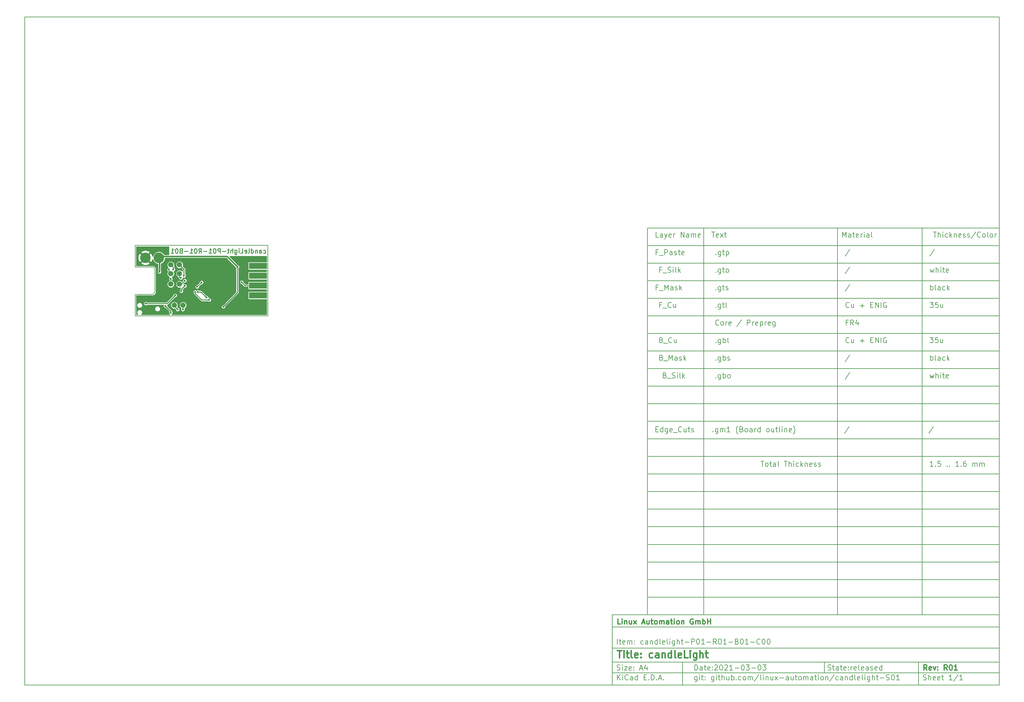
<source format=gbl>
%TF.GenerationSoftware,KiCad,Pcbnew,5.1.9-73d0e3b20d~88~ubuntu18.04.1*%
%TF.CreationDate,2021-03-09T14:04:25+01:00*%
%TF.ProjectId,candleLight,63616e64-6c65-44c6-9967-68742e6b6963,R01*%
%TF.SameCoordinates,Original*%
%TF.FileFunction,Copper,L2,Bot*%
%TF.FilePolarity,Positive*%
%FSLAX46Y46*%
G04 Gerber Fmt 4.6, Leading zero omitted, Abs format (unit mm)*
G04 Created by KiCad (PCBNEW 5.1.9-73d0e3b20d~88~ubuntu18.04.1) date 2021-03-09 14:04:25*
%MOMM*%
%LPD*%
G01*
G04 APERTURE LIST*
%ADD10C,0.100000*%
%ADD11C,0.150000*%
%ADD12C,0.300000*%
%ADD13C,0.400000*%
%TA.AperFunction,NonConductor*%
%ADD14C,0.250000*%
%TD*%
%TA.AperFunction,Profile*%
%ADD15C,0.150000*%
%TD*%
%TA.AperFunction,SMDPad,CuDef*%
%ADD16C,1.500000*%
%TD*%
%TA.AperFunction,SMDPad,CuDef*%
%ADD17C,3.000000*%
%TD*%
%TA.AperFunction,ConnectorPad*%
%ADD18R,5.080000X1.778000*%
%TD*%
%TA.AperFunction,ViaPad*%
%ADD19C,0.600000*%
%TD*%
%TA.AperFunction,Conductor*%
%ADD20C,0.250000*%
%TD*%
%TA.AperFunction,Conductor*%
%ADD21C,0.400000*%
%TD*%
%TA.AperFunction,Conductor*%
%ADD22C,0.254000*%
%TD*%
%TA.AperFunction,Conductor*%
%ADD23C,0.100000*%
%TD*%
G04 APERTURE END LIST*
D10*
D11*
X177002200Y-180007200D02*
X177002200Y-200007200D01*
X287002200Y-200007200D01*
X287002200Y-180007200D01*
X177002200Y-180007200D01*
D10*
D11*
X10000000Y-10000000D02*
X10000000Y-200007200D01*
X287002200Y-200007200D01*
X287002200Y-10000000D01*
X10000000Y-10000000D01*
D10*
D11*
X200434342Y-195785771D02*
X200434342Y-194285771D01*
X200791485Y-194285771D01*
X201005771Y-194357200D01*
X201148628Y-194500057D01*
X201220057Y-194642914D01*
X201291485Y-194928628D01*
X201291485Y-195142914D01*
X201220057Y-195428628D01*
X201148628Y-195571485D01*
X201005771Y-195714342D01*
X200791485Y-195785771D01*
X200434342Y-195785771D01*
X202577200Y-195785771D02*
X202577200Y-195000057D01*
X202505771Y-194857200D01*
X202362914Y-194785771D01*
X202077200Y-194785771D01*
X201934342Y-194857200D01*
X202577200Y-195714342D02*
X202434342Y-195785771D01*
X202077200Y-195785771D01*
X201934342Y-195714342D01*
X201862914Y-195571485D01*
X201862914Y-195428628D01*
X201934342Y-195285771D01*
X202077200Y-195214342D01*
X202434342Y-195214342D01*
X202577200Y-195142914D01*
X203077200Y-194785771D02*
X203648628Y-194785771D01*
X203291485Y-194285771D02*
X203291485Y-195571485D01*
X203362914Y-195714342D01*
X203505771Y-195785771D01*
X203648628Y-195785771D01*
X204720057Y-195714342D02*
X204577200Y-195785771D01*
X204291485Y-195785771D01*
X204148628Y-195714342D01*
X204077200Y-195571485D01*
X204077200Y-195000057D01*
X204148628Y-194857200D01*
X204291485Y-194785771D01*
X204577200Y-194785771D01*
X204720057Y-194857200D01*
X204791485Y-195000057D01*
X204791485Y-195142914D01*
X204077200Y-195285771D01*
X205434342Y-195642914D02*
X205505771Y-195714342D01*
X205434342Y-195785771D01*
X205362914Y-195714342D01*
X205434342Y-195642914D01*
X205434342Y-195785771D01*
X205434342Y-194857200D02*
X205505771Y-194928628D01*
X205434342Y-195000057D01*
X205362914Y-194928628D01*
X205434342Y-194857200D01*
X205434342Y-195000057D01*
X206077200Y-194428628D02*
X206148628Y-194357200D01*
X206291485Y-194285771D01*
X206648628Y-194285771D01*
X206791485Y-194357200D01*
X206862914Y-194428628D01*
X206934342Y-194571485D01*
X206934342Y-194714342D01*
X206862914Y-194928628D01*
X206005771Y-195785771D01*
X206934342Y-195785771D01*
X207862914Y-194285771D02*
X208005771Y-194285771D01*
X208148628Y-194357200D01*
X208220057Y-194428628D01*
X208291485Y-194571485D01*
X208362914Y-194857200D01*
X208362914Y-195214342D01*
X208291485Y-195500057D01*
X208220057Y-195642914D01*
X208148628Y-195714342D01*
X208005771Y-195785771D01*
X207862914Y-195785771D01*
X207720057Y-195714342D01*
X207648628Y-195642914D01*
X207577200Y-195500057D01*
X207505771Y-195214342D01*
X207505771Y-194857200D01*
X207577200Y-194571485D01*
X207648628Y-194428628D01*
X207720057Y-194357200D01*
X207862914Y-194285771D01*
X208934342Y-194428628D02*
X209005771Y-194357200D01*
X209148628Y-194285771D01*
X209505771Y-194285771D01*
X209648628Y-194357200D01*
X209720057Y-194428628D01*
X209791485Y-194571485D01*
X209791485Y-194714342D01*
X209720057Y-194928628D01*
X208862914Y-195785771D01*
X209791485Y-195785771D01*
X211220057Y-195785771D02*
X210362914Y-195785771D01*
X210791485Y-195785771D02*
X210791485Y-194285771D01*
X210648628Y-194500057D01*
X210505771Y-194642914D01*
X210362914Y-194714342D01*
X211862914Y-195214342D02*
X213005771Y-195214342D01*
X214005771Y-194285771D02*
X214148628Y-194285771D01*
X214291485Y-194357200D01*
X214362914Y-194428628D01*
X214434342Y-194571485D01*
X214505771Y-194857200D01*
X214505771Y-195214342D01*
X214434342Y-195500057D01*
X214362914Y-195642914D01*
X214291485Y-195714342D01*
X214148628Y-195785771D01*
X214005771Y-195785771D01*
X213862914Y-195714342D01*
X213791485Y-195642914D01*
X213720057Y-195500057D01*
X213648628Y-195214342D01*
X213648628Y-194857200D01*
X213720057Y-194571485D01*
X213791485Y-194428628D01*
X213862914Y-194357200D01*
X214005771Y-194285771D01*
X215005771Y-194285771D02*
X215934342Y-194285771D01*
X215434342Y-194857200D01*
X215648628Y-194857200D01*
X215791485Y-194928628D01*
X215862914Y-195000057D01*
X215934342Y-195142914D01*
X215934342Y-195500057D01*
X215862914Y-195642914D01*
X215791485Y-195714342D01*
X215648628Y-195785771D01*
X215220057Y-195785771D01*
X215077200Y-195714342D01*
X215005771Y-195642914D01*
X216577200Y-195214342D02*
X217720057Y-195214342D01*
X218720057Y-194285771D02*
X218862914Y-194285771D01*
X219005771Y-194357200D01*
X219077200Y-194428628D01*
X219148628Y-194571485D01*
X219220057Y-194857200D01*
X219220057Y-195214342D01*
X219148628Y-195500057D01*
X219077200Y-195642914D01*
X219005771Y-195714342D01*
X218862914Y-195785771D01*
X218720057Y-195785771D01*
X218577200Y-195714342D01*
X218505771Y-195642914D01*
X218434342Y-195500057D01*
X218362914Y-195214342D01*
X218362914Y-194857200D01*
X218434342Y-194571485D01*
X218505771Y-194428628D01*
X218577200Y-194357200D01*
X218720057Y-194285771D01*
X219720057Y-194285771D02*
X220648628Y-194285771D01*
X220148628Y-194857200D01*
X220362914Y-194857200D01*
X220505771Y-194928628D01*
X220577200Y-195000057D01*
X220648628Y-195142914D01*
X220648628Y-195500057D01*
X220577200Y-195642914D01*
X220505771Y-195714342D01*
X220362914Y-195785771D01*
X219934342Y-195785771D01*
X219791485Y-195714342D01*
X219720057Y-195642914D01*
D10*
D11*
X178434342Y-188385771D02*
X178434342Y-186885771D01*
X178934342Y-187385771D02*
X179505771Y-187385771D01*
X179148628Y-186885771D02*
X179148628Y-188171485D01*
X179220057Y-188314342D01*
X179362914Y-188385771D01*
X179505771Y-188385771D01*
X180577200Y-188314342D02*
X180434342Y-188385771D01*
X180148628Y-188385771D01*
X180005771Y-188314342D01*
X179934342Y-188171485D01*
X179934342Y-187600057D01*
X180005771Y-187457200D01*
X180148628Y-187385771D01*
X180434342Y-187385771D01*
X180577200Y-187457200D01*
X180648628Y-187600057D01*
X180648628Y-187742914D01*
X179934342Y-187885771D01*
X181291485Y-188385771D02*
X181291485Y-187385771D01*
X181291485Y-187528628D02*
X181362914Y-187457200D01*
X181505771Y-187385771D01*
X181720057Y-187385771D01*
X181862914Y-187457200D01*
X181934342Y-187600057D01*
X181934342Y-188385771D01*
X181934342Y-187600057D02*
X182005771Y-187457200D01*
X182148628Y-187385771D01*
X182362914Y-187385771D01*
X182505771Y-187457200D01*
X182577200Y-187600057D01*
X182577200Y-188385771D01*
X183291485Y-188242914D02*
X183362914Y-188314342D01*
X183291485Y-188385771D01*
X183220057Y-188314342D01*
X183291485Y-188242914D01*
X183291485Y-188385771D01*
X183291485Y-187457200D02*
X183362914Y-187528628D01*
X183291485Y-187600057D01*
X183220057Y-187528628D01*
X183291485Y-187457200D01*
X183291485Y-187600057D01*
X185791485Y-188314342D02*
X185648628Y-188385771D01*
X185362914Y-188385771D01*
X185220057Y-188314342D01*
X185148628Y-188242914D01*
X185077200Y-188100057D01*
X185077200Y-187671485D01*
X185148628Y-187528628D01*
X185220057Y-187457200D01*
X185362914Y-187385771D01*
X185648628Y-187385771D01*
X185791485Y-187457200D01*
X187077200Y-188385771D02*
X187077200Y-187600057D01*
X187005771Y-187457200D01*
X186862914Y-187385771D01*
X186577200Y-187385771D01*
X186434342Y-187457200D01*
X187077200Y-188314342D02*
X186934342Y-188385771D01*
X186577200Y-188385771D01*
X186434342Y-188314342D01*
X186362914Y-188171485D01*
X186362914Y-188028628D01*
X186434342Y-187885771D01*
X186577200Y-187814342D01*
X186934342Y-187814342D01*
X187077200Y-187742914D01*
X187791485Y-187385771D02*
X187791485Y-188385771D01*
X187791485Y-187528628D02*
X187862914Y-187457200D01*
X188005771Y-187385771D01*
X188220057Y-187385771D01*
X188362914Y-187457200D01*
X188434342Y-187600057D01*
X188434342Y-188385771D01*
X189791485Y-188385771D02*
X189791485Y-186885771D01*
X189791485Y-188314342D02*
X189648628Y-188385771D01*
X189362914Y-188385771D01*
X189220057Y-188314342D01*
X189148628Y-188242914D01*
X189077200Y-188100057D01*
X189077200Y-187671485D01*
X189148628Y-187528628D01*
X189220057Y-187457200D01*
X189362914Y-187385771D01*
X189648628Y-187385771D01*
X189791485Y-187457200D01*
X190720057Y-188385771D02*
X190577200Y-188314342D01*
X190505771Y-188171485D01*
X190505771Y-186885771D01*
X191862914Y-188314342D02*
X191720057Y-188385771D01*
X191434342Y-188385771D01*
X191291485Y-188314342D01*
X191220057Y-188171485D01*
X191220057Y-187600057D01*
X191291485Y-187457200D01*
X191434342Y-187385771D01*
X191720057Y-187385771D01*
X191862914Y-187457200D01*
X191934342Y-187600057D01*
X191934342Y-187742914D01*
X191220057Y-187885771D01*
X192791485Y-188385771D02*
X192648628Y-188314342D01*
X192577200Y-188171485D01*
X192577200Y-186885771D01*
X193362914Y-188385771D02*
X193362914Y-187385771D01*
X193362914Y-186885771D02*
X193291485Y-186957200D01*
X193362914Y-187028628D01*
X193434342Y-186957200D01*
X193362914Y-186885771D01*
X193362914Y-187028628D01*
X194720057Y-187385771D02*
X194720057Y-188600057D01*
X194648628Y-188742914D01*
X194577200Y-188814342D01*
X194434342Y-188885771D01*
X194220057Y-188885771D01*
X194077200Y-188814342D01*
X194720057Y-188314342D02*
X194577200Y-188385771D01*
X194291485Y-188385771D01*
X194148628Y-188314342D01*
X194077200Y-188242914D01*
X194005771Y-188100057D01*
X194005771Y-187671485D01*
X194077200Y-187528628D01*
X194148628Y-187457200D01*
X194291485Y-187385771D01*
X194577200Y-187385771D01*
X194720057Y-187457200D01*
X195434342Y-188385771D02*
X195434342Y-186885771D01*
X196077200Y-188385771D02*
X196077200Y-187600057D01*
X196005771Y-187457200D01*
X195862914Y-187385771D01*
X195648628Y-187385771D01*
X195505771Y-187457200D01*
X195434342Y-187528628D01*
X196577200Y-187385771D02*
X197148628Y-187385771D01*
X196791485Y-186885771D02*
X196791485Y-188171485D01*
X196862914Y-188314342D01*
X197005771Y-188385771D01*
X197148628Y-188385771D01*
X197648628Y-187814342D02*
X198791485Y-187814342D01*
X199505771Y-188385771D02*
X199505771Y-186885771D01*
X200077200Y-186885771D01*
X200220057Y-186957200D01*
X200291485Y-187028628D01*
X200362914Y-187171485D01*
X200362914Y-187385771D01*
X200291485Y-187528628D01*
X200220057Y-187600057D01*
X200077200Y-187671485D01*
X199505771Y-187671485D01*
X201291485Y-186885771D02*
X201434342Y-186885771D01*
X201577200Y-186957200D01*
X201648628Y-187028628D01*
X201720057Y-187171485D01*
X201791485Y-187457200D01*
X201791485Y-187814342D01*
X201720057Y-188100057D01*
X201648628Y-188242914D01*
X201577200Y-188314342D01*
X201434342Y-188385771D01*
X201291485Y-188385771D01*
X201148628Y-188314342D01*
X201077200Y-188242914D01*
X201005771Y-188100057D01*
X200934342Y-187814342D01*
X200934342Y-187457200D01*
X201005771Y-187171485D01*
X201077200Y-187028628D01*
X201148628Y-186957200D01*
X201291485Y-186885771D01*
X203220057Y-188385771D02*
X202362914Y-188385771D01*
X202791485Y-188385771D02*
X202791485Y-186885771D01*
X202648628Y-187100057D01*
X202505771Y-187242914D01*
X202362914Y-187314342D01*
X203862914Y-187814342D02*
X205005771Y-187814342D01*
X206577200Y-188385771D02*
X206077200Y-187671485D01*
X205720057Y-188385771D02*
X205720057Y-186885771D01*
X206291485Y-186885771D01*
X206434342Y-186957200D01*
X206505771Y-187028628D01*
X206577200Y-187171485D01*
X206577200Y-187385771D01*
X206505771Y-187528628D01*
X206434342Y-187600057D01*
X206291485Y-187671485D01*
X205720057Y-187671485D01*
X207505771Y-186885771D02*
X207648628Y-186885771D01*
X207791485Y-186957200D01*
X207862914Y-187028628D01*
X207934342Y-187171485D01*
X208005771Y-187457200D01*
X208005771Y-187814342D01*
X207934342Y-188100057D01*
X207862914Y-188242914D01*
X207791485Y-188314342D01*
X207648628Y-188385771D01*
X207505771Y-188385771D01*
X207362914Y-188314342D01*
X207291485Y-188242914D01*
X207220057Y-188100057D01*
X207148628Y-187814342D01*
X207148628Y-187457200D01*
X207220057Y-187171485D01*
X207291485Y-187028628D01*
X207362914Y-186957200D01*
X207505771Y-186885771D01*
X209434342Y-188385771D02*
X208577200Y-188385771D01*
X209005771Y-188385771D02*
X209005771Y-186885771D01*
X208862914Y-187100057D01*
X208720057Y-187242914D01*
X208577200Y-187314342D01*
X210077200Y-187814342D02*
X211220057Y-187814342D01*
X212434342Y-187600057D02*
X212648628Y-187671485D01*
X212720057Y-187742914D01*
X212791485Y-187885771D01*
X212791485Y-188100057D01*
X212720057Y-188242914D01*
X212648628Y-188314342D01*
X212505771Y-188385771D01*
X211934342Y-188385771D01*
X211934342Y-186885771D01*
X212434342Y-186885771D01*
X212577200Y-186957200D01*
X212648628Y-187028628D01*
X212720057Y-187171485D01*
X212720057Y-187314342D01*
X212648628Y-187457200D01*
X212577200Y-187528628D01*
X212434342Y-187600057D01*
X211934342Y-187600057D01*
X213720057Y-186885771D02*
X213862914Y-186885771D01*
X214005771Y-186957200D01*
X214077200Y-187028628D01*
X214148628Y-187171485D01*
X214220057Y-187457200D01*
X214220057Y-187814342D01*
X214148628Y-188100057D01*
X214077200Y-188242914D01*
X214005771Y-188314342D01*
X213862914Y-188385771D01*
X213720057Y-188385771D01*
X213577200Y-188314342D01*
X213505771Y-188242914D01*
X213434342Y-188100057D01*
X213362914Y-187814342D01*
X213362914Y-187457200D01*
X213434342Y-187171485D01*
X213505771Y-187028628D01*
X213577200Y-186957200D01*
X213720057Y-186885771D01*
X215648628Y-188385771D02*
X214791485Y-188385771D01*
X215220057Y-188385771D02*
X215220057Y-186885771D01*
X215077200Y-187100057D01*
X214934342Y-187242914D01*
X214791485Y-187314342D01*
X216291485Y-187814342D02*
X217434342Y-187814342D01*
X219005771Y-188242914D02*
X218934342Y-188314342D01*
X218720057Y-188385771D01*
X218577200Y-188385771D01*
X218362914Y-188314342D01*
X218220057Y-188171485D01*
X218148628Y-188028628D01*
X218077200Y-187742914D01*
X218077200Y-187528628D01*
X218148628Y-187242914D01*
X218220057Y-187100057D01*
X218362914Y-186957200D01*
X218577200Y-186885771D01*
X218720057Y-186885771D01*
X218934342Y-186957200D01*
X219005771Y-187028628D01*
X219934342Y-186885771D02*
X220077200Y-186885771D01*
X220220057Y-186957200D01*
X220291485Y-187028628D01*
X220362914Y-187171485D01*
X220434342Y-187457200D01*
X220434342Y-187814342D01*
X220362914Y-188100057D01*
X220291485Y-188242914D01*
X220220057Y-188314342D01*
X220077200Y-188385771D01*
X219934342Y-188385771D01*
X219791485Y-188314342D01*
X219720057Y-188242914D01*
X219648628Y-188100057D01*
X219577200Y-187814342D01*
X219577200Y-187457200D01*
X219648628Y-187171485D01*
X219720057Y-187028628D01*
X219791485Y-186957200D01*
X219934342Y-186885771D01*
X221362914Y-186885771D02*
X221505771Y-186885771D01*
X221648628Y-186957200D01*
X221720057Y-187028628D01*
X221791485Y-187171485D01*
X221862914Y-187457200D01*
X221862914Y-187814342D01*
X221791485Y-188100057D01*
X221720057Y-188242914D01*
X221648628Y-188314342D01*
X221505771Y-188385771D01*
X221362914Y-188385771D01*
X221220057Y-188314342D01*
X221148628Y-188242914D01*
X221077200Y-188100057D01*
X221005771Y-187814342D01*
X221005771Y-187457200D01*
X221077200Y-187171485D01*
X221148628Y-187028628D01*
X221220057Y-186957200D01*
X221362914Y-186885771D01*
D10*
D11*
X177002200Y-196507200D02*
X287002200Y-196507200D01*
D10*
D11*
X178434342Y-198585771D02*
X178434342Y-197085771D01*
X179291485Y-198585771D02*
X178648628Y-197728628D01*
X179291485Y-197085771D02*
X178434342Y-197942914D01*
X179934342Y-198585771D02*
X179934342Y-197585771D01*
X179934342Y-197085771D02*
X179862914Y-197157200D01*
X179934342Y-197228628D01*
X180005771Y-197157200D01*
X179934342Y-197085771D01*
X179934342Y-197228628D01*
X181505771Y-198442914D02*
X181434342Y-198514342D01*
X181220057Y-198585771D01*
X181077200Y-198585771D01*
X180862914Y-198514342D01*
X180720057Y-198371485D01*
X180648628Y-198228628D01*
X180577200Y-197942914D01*
X180577200Y-197728628D01*
X180648628Y-197442914D01*
X180720057Y-197300057D01*
X180862914Y-197157200D01*
X181077200Y-197085771D01*
X181220057Y-197085771D01*
X181434342Y-197157200D01*
X181505771Y-197228628D01*
X182791485Y-198585771D02*
X182791485Y-197800057D01*
X182720057Y-197657200D01*
X182577200Y-197585771D01*
X182291485Y-197585771D01*
X182148628Y-197657200D01*
X182791485Y-198514342D02*
X182648628Y-198585771D01*
X182291485Y-198585771D01*
X182148628Y-198514342D01*
X182077200Y-198371485D01*
X182077200Y-198228628D01*
X182148628Y-198085771D01*
X182291485Y-198014342D01*
X182648628Y-198014342D01*
X182791485Y-197942914D01*
X184148628Y-198585771D02*
X184148628Y-197085771D01*
X184148628Y-198514342D02*
X184005771Y-198585771D01*
X183720057Y-198585771D01*
X183577200Y-198514342D01*
X183505771Y-198442914D01*
X183434342Y-198300057D01*
X183434342Y-197871485D01*
X183505771Y-197728628D01*
X183577200Y-197657200D01*
X183720057Y-197585771D01*
X184005771Y-197585771D01*
X184148628Y-197657200D01*
X186005771Y-197800057D02*
X186505771Y-197800057D01*
X186720057Y-198585771D02*
X186005771Y-198585771D01*
X186005771Y-197085771D01*
X186720057Y-197085771D01*
X187362914Y-198442914D02*
X187434342Y-198514342D01*
X187362914Y-198585771D01*
X187291485Y-198514342D01*
X187362914Y-198442914D01*
X187362914Y-198585771D01*
X188077200Y-198585771D02*
X188077200Y-197085771D01*
X188434342Y-197085771D01*
X188648628Y-197157200D01*
X188791485Y-197300057D01*
X188862914Y-197442914D01*
X188934342Y-197728628D01*
X188934342Y-197942914D01*
X188862914Y-198228628D01*
X188791485Y-198371485D01*
X188648628Y-198514342D01*
X188434342Y-198585771D01*
X188077200Y-198585771D01*
X189577200Y-198442914D02*
X189648628Y-198514342D01*
X189577200Y-198585771D01*
X189505771Y-198514342D01*
X189577200Y-198442914D01*
X189577200Y-198585771D01*
X190220057Y-198157200D02*
X190934342Y-198157200D01*
X190077200Y-198585771D02*
X190577200Y-197085771D01*
X191077200Y-198585771D01*
X191577200Y-198442914D02*
X191648628Y-198514342D01*
X191577200Y-198585771D01*
X191505771Y-198514342D01*
X191577200Y-198442914D01*
X191577200Y-198585771D01*
D10*
D11*
X177002200Y-193507200D02*
X287002200Y-193507200D01*
D10*
D12*
X266411485Y-195785771D02*
X265911485Y-195071485D01*
X265554342Y-195785771D02*
X265554342Y-194285771D01*
X266125771Y-194285771D01*
X266268628Y-194357200D01*
X266340057Y-194428628D01*
X266411485Y-194571485D01*
X266411485Y-194785771D01*
X266340057Y-194928628D01*
X266268628Y-195000057D01*
X266125771Y-195071485D01*
X265554342Y-195071485D01*
X267625771Y-195714342D02*
X267482914Y-195785771D01*
X267197200Y-195785771D01*
X267054342Y-195714342D01*
X266982914Y-195571485D01*
X266982914Y-195000057D01*
X267054342Y-194857200D01*
X267197200Y-194785771D01*
X267482914Y-194785771D01*
X267625771Y-194857200D01*
X267697200Y-195000057D01*
X267697200Y-195142914D01*
X266982914Y-195285771D01*
X268197200Y-194785771D02*
X268554342Y-195785771D01*
X268911485Y-194785771D01*
X269482914Y-195642914D02*
X269554342Y-195714342D01*
X269482914Y-195785771D01*
X269411485Y-195714342D01*
X269482914Y-195642914D01*
X269482914Y-195785771D01*
X269482914Y-194857200D02*
X269554342Y-194928628D01*
X269482914Y-195000057D01*
X269411485Y-194928628D01*
X269482914Y-194857200D01*
X269482914Y-195000057D01*
X272197200Y-195785771D02*
X271697200Y-195071485D01*
X271340057Y-195785771D02*
X271340057Y-194285771D01*
X271911485Y-194285771D01*
X272054342Y-194357200D01*
X272125771Y-194428628D01*
X272197200Y-194571485D01*
X272197200Y-194785771D01*
X272125771Y-194928628D01*
X272054342Y-195000057D01*
X271911485Y-195071485D01*
X271340057Y-195071485D01*
X273125771Y-194285771D02*
X273268628Y-194285771D01*
X273411485Y-194357200D01*
X273482914Y-194428628D01*
X273554342Y-194571485D01*
X273625771Y-194857200D01*
X273625771Y-195214342D01*
X273554342Y-195500057D01*
X273482914Y-195642914D01*
X273411485Y-195714342D01*
X273268628Y-195785771D01*
X273125771Y-195785771D01*
X272982914Y-195714342D01*
X272911485Y-195642914D01*
X272840057Y-195500057D01*
X272768628Y-195214342D01*
X272768628Y-194857200D01*
X272840057Y-194571485D01*
X272911485Y-194428628D01*
X272982914Y-194357200D01*
X273125771Y-194285771D01*
X275054342Y-195785771D02*
X274197200Y-195785771D01*
X274625771Y-195785771D02*
X274625771Y-194285771D01*
X274482914Y-194500057D01*
X274340057Y-194642914D01*
X274197200Y-194714342D01*
D10*
D11*
X178362914Y-195714342D02*
X178577200Y-195785771D01*
X178934342Y-195785771D01*
X179077200Y-195714342D01*
X179148628Y-195642914D01*
X179220057Y-195500057D01*
X179220057Y-195357200D01*
X179148628Y-195214342D01*
X179077200Y-195142914D01*
X178934342Y-195071485D01*
X178648628Y-195000057D01*
X178505771Y-194928628D01*
X178434342Y-194857200D01*
X178362914Y-194714342D01*
X178362914Y-194571485D01*
X178434342Y-194428628D01*
X178505771Y-194357200D01*
X178648628Y-194285771D01*
X179005771Y-194285771D01*
X179220057Y-194357200D01*
X179862914Y-195785771D02*
X179862914Y-194785771D01*
X179862914Y-194285771D02*
X179791485Y-194357200D01*
X179862914Y-194428628D01*
X179934342Y-194357200D01*
X179862914Y-194285771D01*
X179862914Y-194428628D01*
X180434342Y-194785771D02*
X181220057Y-194785771D01*
X180434342Y-195785771D01*
X181220057Y-195785771D01*
X182362914Y-195714342D02*
X182220057Y-195785771D01*
X181934342Y-195785771D01*
X181791485Y-195714342D01*
X181720057Y-195571485D01*
X181720057Y-195000057D01*
X181791485Y-194857200D01*
X181934342Y-194785771D01*
X182220057Y-194785771D01*
X182362914Y-194857200D01*
X182434342Y-195000057D01*
X182434342Y-195142914D01*
X181720057Y-195285771D01*
X183077200Y-195642914D02*
X183148628Y-195714342D01*
X183077200Y-195785771D01*
X183005771Y-195714342D01*
X183077200Y-195642914D01*
X183077200Y-195785771D01*
X183077200Y-194857200D02*
X183148628Y-194928628D01*
X183077200Y-195000057D01*
X183005771Y-194928628D01*
X183077200Y-194857200D01*
X183077200Y-195000057D01*
X184862914Y-195357200D02*
X185577200Y-195357200D01*
X184720057Y-195785771D02*
X185220057Y-194285771D01*
X185720057Y-195785771D01*
X186862914Y-194785771D02*
X186862914Y-195785771D01*
X186505771Y-194214342D02*
X186148628Y-195285771D01*
X187077200Y-195285771D01*
D10*
D11*
X265362914Y-198514342D02*
X265577200Y-198585771D01*
X265934342Y-198585771D01*
X266077200Y-198514342D01*
X266148628Y-198442914D01*
X266220057Y-198300057D01*
X266220057Y-198157200D01*
X266148628Y-198014342D01*
X266077200Y-197942914D01*
X265934342Y-197871485D01*
X265648628Y-197800057D01*
X265505771Y-197728628D01*
X265434342Y-197657200D01*
X265362914Y-197514342D01*
X265362914Y-197371485D01*
X265434342Y-197228628D01*
X265505771Y-197157200D01*
X265648628Y-197085771D01*
X266005771Y-197085771D01*
X266220057Y-197157200D01*
X266862914Y-198585771D02*
X266862914Y-197085771D01*
X267505771Y-198585771D02*
X267505771Y-197800057D01*
X267434342Y-197657200D01*
X267291485Y-197585771D01*
X267077200Y-197585771D01*
X266934342Y-197657200D01*
X266862914Y-197728628D01*
X268791485Y-198514342D02*
X268648628Y-198585771D01*
X268362914Y-198585771D01*
X268220057Y-198514342D01*
X268148628Y-198371485D01*
X268148628Y-197800057D01*
X268220057Y-197657200D01*
X268362914Y-197585771D01*
X268648628Y-197585771D01*
X268791485Y-197657200D01*
X268862914Y-197800057D01*
X268862914Y-197942914D01*
X268148628Y-198085771D01*
X270077200Y-198514342D02*
X269934342Y-198585771D01*
X269648628Y-198585771D01*
X269505771Y-198514342D01*
X269434342Y-198371485D01*
X269434342Y-197800057D01*
X269505771Y-197657200D01*
X269648628Y-197585771D01*
X269934342Y-197585771D01*
X270077200Y-197657200D01*
X270148628Y-197800057D01*
X270148628Y-197942914D01*
X269434342Y-198085771D01*
X270577200Y-197585771D02*
X271148628Y-197585771D01*
X270791485Y-197085771D02*
X270791485Y-198371485D01*
X270862914Y-198514342D01*
X271005771Y-198585771D01*
X271148628Y-198585771D01*
X273577200Y-198585771D02*
X272720057Y-198585771D01*
X273148628Y-198585771D02*
X273148628Y-197085771D01*
X273005771Y-197300057D01*
X272862914Y-197442914D01*
X272720057Y-197514342D01*
X275291485Y-197014342D02*
X274005771Y-198942914D01*
X276577200Y-198585771D02*
X275720057Y-198585771D01*
X276148628Y-198585771D02*
X276148628Y-197085771D01*
X276005771Y-197300057D01*
X275862914Y-197442914D01*
X275720057Y-197514342D01*
D10*
D11*
X177002200Y-189507200D02*
X287002200Y-189507200D01*
D10*
D13*
X178452676Y-190211961D02*
X179595533Y-190211961D01*
X179024104Y-192211961D02*
X179024104Y-190211961D01*
X180262200Y-192211961D02*
X180262200Y-190878628D01*
X180262200Y-190211961D02*
X180166961Y-190307200D01*
X180262200Y-190402438D01*
X180357438Y-190307200D01*
X180262200Y-190211961D01*
X180262200Y-190402438D01*
X180928866Y-190878628D02*
X181690771Y-190878628D01*
X181214580Y-190211961D02*
X181214580Y-191926247D01*
X181309819Y-192116723D01*
X181500295Y-192211961D01*
X181690771Y-192211961D01*
X182643152Y-192211961D02*
X182452676Y-192116723D01*
X182357438Y-191926247D01*
X182357438Y-190211961D01*
X184166961Y-192116723D02*
X183976485Y-192211961D01*
X183595533Y-192211961D01*
X183405057Y-192116723D01*
X183309819Y-191926247D01*
X183309819Y-191164342D01*
X183405057Y-190973866D01*
X183595533Y-190878628D01*
X183976485Y-190878628D01*
X184166961Y-190973866D01*
X184262200Y-191164342D01*
X184262200Y-191354819D01*
X183309819Y-191545295D01*
X185119342Y-192021485D02*
X185214580Y-192116723D01*
X185119342Y-192211961D01*
X185024104Y-192116723D01*
X185119342Y-192021485D01*
X185119342Y-192211961D01*
X185119342Y-190973866D02*
X185214580Y-191069104D01*
X185119342Y-191164342D01*
X185024104Y-191069104D01*
X185119342Y-190973866D01*
X185119342Y-191164342D01*
X188452676Y-192116723D02*
X188262200Y-192211961D01*
X187881247Y-192211961D01*
X187690771Y-192116723D01*
X187595533Y-192021485D01*
X187500295Y-191831009D01*
X187500295Y-191259580D01*
X187595533Y-191069104D01*
X187690771Y-190973866D01*
X187881247Y-190878628D01*
X188262200Y-190878628D01*
X188452676Y-190973866D01*
X190166961Y-192211961D02*
X190166961Y-191164342D01*
X190071723Y-190973866D01*
X189881247Y-190878628D01*
X189500295Y-190878628D01*
X189309819Y-190973866D01*
X190166961Y-192116723D02*
X189976485Y-192211961D01*
X189500295Y-192211961D01*
X189309819Y-192116723D01*
X189214580Y-191926247D01*
X189214580Y-191735771D01*
X189309819Y-191545295D01*
X189500295Y-191450057D01*
X189976485Y-191450057D01*
X190166961Y-191354819D01*
X191119342Y-190878628D02*
X191119342Y-192211961D01*
X191119342Y-191069104D02*
X191214580Y-190973866D01*
X191405057Y-190878628D01*
X191690771Y-190878628D01*
X191881247Y-190973866D01*
X191976485Y-191164342D01*
X191976485Y-192211961D01*
X193786009Y-192211961D02*
X193786009Y-190211961D01*
X193786009Y-192116723D02*
X193595533Y-192211961D01*
X193214580Y-192211961D01*
X193024104Y-192116723D01*
X192928866Y-192021485D01*
X192833628Y-191831009D01*
X192833628Y-191259580D01*
X192928866Y-191069104D01*
X193024104Y-190973866D01*
X193214580Y-190878628D01*
X193595533Y-190878628D01*
X193786009Y-190973866D01*
X195024104Y-192211961D02*
X194833628Y-192116723D01*
X194738390Y-191926247D01*
X194738390Y-190211961D01*
X196547914Y-192116723D02*
X196357438Y-192211961D01*
X195976485Y-192211961D01*
X195786009Y-192116723D01*
X195690771Y-191926247D01*
X195690771Y-191164342D01*
X195786009Y-190973866D01*
X195976485Y-190878628D01*
X196357438Y-190878628D01*
X196547914Y-190973866D01*
X196643152Y-191164342D01*
X196643152Y-191354819D01*
X195690771Y-191545295D01*
X198452676Y-192211961D02*
X197500295Y-192211961D01*
X197500295Y-190211961D01*
X199119342Y-192211961D02*
X199119342Y-190878628D01*
X199119342Y-190211961D02*
X199024104Y-190307200D01*
X199119342Y-190402438D01*
X199214580Y-190307200D01*
X199119342Y-190211961D01*
X199119342Y-190402438D01*
X200928866Y-190878628D02*
X200928866Y-192497676D01*
X200833628Y-192688152D01*
X200738390Y-192783390D01*
X200547914Y-192878628D01*
X200262200Y-192878628D01*
X200071723Y-192783390D01*
X200928866Y-192116723D02*
X200738390Y-192211961D01*
X200357438Y-192211961D01*
X200166961Y-192116723D01*
X200071723Y-192021485D01*
X199976485Y-191831009D01*
X199976485Y-191259580D01*
X200071723Y-191069104D01*
X200166961Y-190973866D01*
X200357438Y-190878628D01*
X200738390Y-190878628D01*
X200928866Y-190973866D01*
X201881247Y-192211961D02*
X201881247Y-190211961D01*
X202738390Y-192211961D02*
X202738390Y-191164342D01*
X202643152Y-190973866D01*
X202452676Y-190878628D01*
X202166961Y-190878628D01*
X201976485Y-190973866D01*
X201881247Y-191069104D01*
X203405057Y-190878628D02*
X204166961Y-190878628D01*
X203690771Y-190211961D02*
X203690771Y-191926247D01*
X203786009Y-192116723D01*
X203976485Y-192211961D01*
X204166961Y-192211961D01*
D10*
D11*
X177002200Y-183507200D02*
X287002200Y-183507200D01*
D10*
D12*
X179268628Y-182685771D02*
X178554342Y-182685771D01*
X178554342Y-181185771D01*
X179768628Y-182685771D02*
X179768628Y-181685771D01*
X179768628Y-181185771D02*
X179697200Y-181257200D01*
X179768628Y-181328628D01*
X179840057Y-181257200D01*
X179768628Y-181185771D01*
X179768628Y-181328628D01*
X180482914Y-181685771D02*
X180482914Y-182685771D01*
X180482914Y-181828628D02*
X180554342Y-181757200D01*
X180697200Y-181685771D01*
X180911485Y-181685771D01*
X181054342Y-181757200D01*
X181125771Y-181900057D01*
X181125771Y-182685771D01*
X182482914Y-181685771D02*
X182482914Y-182685771D01*
X181840057Y-181685771D02*
X181840057Y-182471485D01*
X181911485Y-182614342D01*
X182054342Y-182685771D01*
X182268628Y-182685771D01*
X182411485Y-182614342D01*
X182482914Y-182542914D01*
X183054342Y-182685771D02*
X183840057Y-181685771D01*
X183054342Y-181685771D02*
X183840057Y-182685771D01*
X185482914Y-182257200D02*
X186197200Y-182257200D01*
X185340057Y-182685771D02*
X185840057Y-181185771D01*
X186340057Y-182685771D01*
X187482914Y-181685771D02*
X187482914Y-182685771D01*
X186840057Y-181685771D02*
X186840057Y-182471485D01*
X186911485Y-182614342D01*
X187054342Y-182685771D01*
X187268628Y-182685771D01*
X187411485Y-182614342D01*
X187482914Y-182542914D01*
X187982914Y-181685771D02*
X188554342Y-181685771D01*
X188197200Y-181185771D02*
X188197200Y-182471485D01*
X188268628Y-182614342D01*
X188411485Y-182685771D01*
X188554342Y-182685771D01*
X189268628Y-182685771D02*
X189125771Y-182614342D01*
X189054342Y-182542914D01*
X188982914Y-182400057D01*
X188982914Y-181971485D01*
X189054342Y-181828628D01*
X189125771Y-181757200D01*
X189268628Y-181685771D01*
X189482914Y-181685771D01*
X189625771Y-181757200D01*
X189697200Y-181828628D01*
X189768628Y-181971485D01*
X189768628Y-182400057D01*
X189697200Y-182542914D01*
X189625771Y-182614342D01*
X189482914Y-182685771D01*
X189268628Y-182685771D01*
X190411485Y-182685771D02*
X190411485Y-181685771D01*
X190411485Y-181828628D02*
X190482914Y-181757200D01*
X190625771Y-181685771D01*
X190840057Y-181685771D01*
X190982914Y-181757200D01*
X191054342Y-181900057D01*
X191054342Y-182685771D01*
X191054342Y-181900057D02*
X191125771Y-181757200D01*
X191268628Y-181685771D01*
X191482914Y-181685771D01*
X191625771Y-181757200D01*
X191697200Y-181900057D01*
X191697200Y-182685771D01*
X193054342Y-182685771D02*
X193054342Y-181900057D01*
X192982914Y-181757200D01*
X192840057Y-181685771D01*
X192554342Y-181685771D01*
X192411485Y-181757200D01*
X193054342Y-182614342D02*
X192911485Y-182685771D01*
X192554342Y-182685771D01*
X192411485Y-182614342D01*
X192340057Y-182471485D01*
X192340057Y-182328628D01*
X192411485Y-182185771D01*
X192554342Y-182114342D01*
X192911485Y-182114342D01*
X193054342Y-182042914D01*
X193554342Y-181685771D02*
X194125771Y-181685771D01*
X193768628Y-181185771D02*
X193768628Y-182471485D01*
X193840057Y-182614342D01*
X193982914Y-182685771D01*
X194125771Y-182685771D01*
X194625771Y-182685771D02*
X194625771Y-181685771D01*
X194625771Y-181185771D02*
X194554342Y-181257200D01*
X194625771Y-181328628D01*
X194697200Y-181257200D01*
X194625771Y-181185771D01*
X194625771Y-181328628D01*
X195554342Y-182685771D02*
X195411485Y-182614342D01*
X195340057Y-182542914D01*
X195268628Y-182400057D01*
X195268628Y-181971485D01*
X195340057Y-181828628D01*
X195411485Y-181757200D01*
X195554342Y-181685771D01*
X195768628Y-181685771D01*
X195911485Y-181757200D01*
X195982914Y-181828628D01*
X196054342Y-181971485D01*
X196054342Y-182400057D01*
X195982914Y-182542914D01*
X195911485Y-182614342D01*
X195768628Y-182685771D01*
X195554342Y-182685771D01*
X196697200Y-181685771D02*
X196697200Y-182685771D01*
X196697200Y-181828628D02*
X196768628Y-181757200D01*
X196911485Y-181685771D01*
X197125771Y-181685771D01*
X197268628Y-181757200D01*
X197340057Y-181900057D01*
X197340057Y-182685771D01*
X199982914Y-181257200D02*
X199840057Y-181185771D01*
X199625771Y-181185771D01*
X199411485Y-181257200D01*
X199268628Y-181400057D01*
X199197200Y-181542914D01*
X199125771Y-181828628D01*
X199125771Y-182042914D01*
X199197200Y-182328628D01*
X199268628Y-182471485D01*
X199411485Y-182614342D01*
X199625771Y-182685771D01*
X199768628Y-182685771D01*
X199982914Y-182614342D01*
X200054342Y-182542914D01*
X200054342Y-182042914D01*
X199768628Y-182042914D01*
X200697200Y-182685771D02*
X200697200Y-181685771D01*
X200697200Y-181828628D02*
X200768628Y-181757200D01*
X200911485Y-181685771D01*
X201125771Y-181685771D01*
X201268628Y-181757200D01*
X201340057Y-181900057D01*
X201340057Y-182685771D01*
X201340057Y-181900057D02*
X201411485Y-181757200D01*
X201554342Y-181685771D01*
X201768628Y-181685771D01*
X201911485Y-181757200D01*
X201982914Y-181900057D01*
X201982914Y-182685771D01*
X202697200Y-182685771D02*
X202697200Y-181185771D01*
X202697200Y-181757200D02*
X202840057Y-181685771D01*
X203125771Y-181685771D01*
X203268628Y-181757200D01*
X203340057Y-181828628D01*
X203411485Y-181971485D01*
X203411485Y-182400057D01*
X203340057Y-182542914D01*
X203268628Y-182614342D01*
X203125771Y-182685771D01*
X202840057Y-182685771D01*
X202697200Y-182614342D01*
X204054342Y-182685771D02*
X204054342Y-181185771D01*
X204054342Y-181900057D02*
X204911485Y-181900057D01*
X204911485Y-182685771D02*
X204911485Y-181185771D01*
D10*
D11*
X201077200Y-197585771D02*
X201077200Y-198800057D01*
X201005771Y-198942914D01*
X200934342Y-199014342D01*
X200791485Y-199085771D01*
X200577200Y-199085771D01*
X200434342Y-199014342D01*
X201077200Y-198514342D02*
X200934342Y-198585771D01*
X200648628Y-198585771D01*
X200505771Y-198514342D01*
X200434342Y-198442914D01*
X200362914Y-198300057D01*
X200362914Y-197871485D01*
X200434342Y-197728628D01*
X200505771Y-197657200D01*
X200648628Y-197585771D01*
X200934342Y-197585771D01*
X201077200Y-197657200D01*
X201791485Y-198585771D02*
X201791485Y-197585771D01*
X201791485Y-197085771D02*
X201720057Y-197157200D01*
X201791485Y-197228628D01*
X201862914Y-197157200D01*
X201791485Y-197085771D01*
X201791485Y-197228628D01*
X202291485Y-197585771D02*
X202862914Y-197585771D01*
X202505771Y-197085771D02*
X202505771Y-198371485D01*
X202577200Y-198514342D01*
X202720057Y-198585771D01*
X202862914Y-198585771D01*
X203362914Y-198442914D02*
X203434342Y-198514342D01*
X203362914Y-198585771D01*
X203291485Y-198514342D01*
X203362914Y-198442914D01*
X203362914Y-198585771D01*
X203362914Y-197657200D02*
X203434342Y-197728628D01*
X203362914Y-197800057D01*
X203291485Y-197728628D01*
X203362914Y-197657200D01*
X203362914Y-197800057D01*
X205862914Y-197585771D02*
X205862914Y-198800057D01*
X205791485Y-198942914D01*
X205720057Y-199014342D01*
X205577200Y-199085771D01*
X205362914Y-199085771D01*
X205220057Y-199014342D01*
X205862914Y-198514342D02*
X205720057Y-198585771D01*
X205434342Y-198585771D01*
X205291485Y-198514342D01*
X205220057Y-198442914D01*
X205148628Y-198300057D01*
X205148628Y-197871485D01*
X205220057Y-197728628D01*
X205291485Y-197657200D01*
X205434342Y-197585771D01*
X205720057Y-197585771D01*
X205862914Y-197657200D01*
X206577200Y-198585771D02*
X206577200Y-197585771D01*
X206577200Y-197085771D02*
X206505771Y-197157200D01*
X206577200Y-197228628D01*
X206648628Y-197157200D01*
X206577200Y-197085771D01*
X206577200Y-197228628D01*
X207077200Y-197585771D02*
X207648628Y-197585771D01*
X207291485Y-197085771D02*
X207291485Y-198371485D01*
X207362914Y-198514342D01*
X207505771Y-198585771D01*
X207648628Y-198585771D01*
X208148628Y-198585771D02*
X208148628Y-197085771D01*
X208791485Y-198585771D02*
X208791485Y-197800057D01*
X208720057Y-197657200D01*
X208577200Y-197585771D01*
X208362914Y-197585771D01*
X208220057Y-197657200D01*
X208148628Y-197728628D01*
X210148628Y-197585771D02*
X210148628Y-198585771D01*
X209505771Y-197585771D02*
X209505771Y-198371485D01*
X209577200Y-198514342D01*
X209720057Y-198585771D01*
X209934342Y-198585771D01*
X210077200Y-198514342D01*
X210148628Y-198442914D01*
X210862914Y-198585771D02*
X210862914Y-197085771D01*
X210862914Y-197657200D02*
X211005771Y-197585771D01*
X211291485Y-197585771D01*
X211434342Y-197657200D01*
X211505771Y-197728628D01*
X211577200Y-197871485D01*
X211577200Y-198300057D01*
X211505771Y-198442914D01*
X211434342Y-198514342D01*
X211291485Y-198585771D01*
X211005771Y-198585771D01*
X210862914Y-198514342D01*
X212220057Y-198442914D02*
X212291485Y-198514342D01*
X212220057Y-198585771D01*
X212148628Y-198514342D01*
X212220057Y-198442914D01*
X212220057Y-198585771D01*
X213577200Y-198514342D02*
X213434342Y-198585771D01*
X213148628Y-198585771D01*
X213005771Y-198514342D01*
X212934342Y-198442914D01*
X212862914Y-198300057D01*
X212862914Y-197871485D01*
X212934342Y-197728628D01*
X213005771Y-197657200D01*
X213148628Y-197585771D01*
X213434342Y-197585771D01*
X213577200Y-197657200D01*
X214434342Y-198585771D02*
X214291485Y-198514342D01*
X214220057Y-198442914D01*
X214148628Y-198300057D01*
X214148628Y-197871485D01*
X214220057Y-197728628D01*
X214291485Y-197657200D01*
X214434342Y-197585771D01*
X214648628Y-197585771D01*
X214791485Y-197657200D01*
X214862914Y-197728628D01*
X214934342Y-197871485D01*
X214934342Y-198300057D01*
X214862914Y-198442914D01*
X214791485Y-198514342D01*
X214648628Y-198585771D01*
X214434342Y-198585771D01*
X215577200Y-198585771D02*
X215577200Y-197585771D01*
X215577200Y-197728628D02*
X215648628Y-197657200D01*
X215791485Y-197585771D01*
X216005771Y-197585771D01*
X216148628Y-197657200D01*
X216220057Y-197800057D01*
X216220057Y-198585771D01*
X216220057Y-197800057D02*
X216291485Y-197657200D01*
X216434342Y-197585771D01*
X216648628Y-197585771D01*
X216791485Y-197657200D01*
X216862914Y-197800057D01*
X216862914Y-198585771D01*
X218648628Y-197014342D02*
X217362914Y-198942914D01*
X219362914Y-198585771D02*
X219220057Y-198514342D01*
X219148628Y-198371485D01*
X219148628Y-197085771D01*
X219934342Y-198585771D02*
X219934342Y-197585771D01*
X219934342Y-197085771D02*
X219862914Y-197157200D01*
X219934342Y-197228628D01*
X220005771Y-197157200D01*
X219934342Y-197085771D01*
X219934342Y-197228628D01*
X220648628Y-197585771D02*
X220648628Y-198585771D01*
X220648628Y-197728628D02*
X220720057Y-197657200D01*
X220862914Y-197585771D01*
X221077200Y-197585771D01*
X221220057Y-197657200D01*
X221291485Y-197800057D01*
X221291485Y-198585771D01*
X222648628Y-197585771D02*
X222648628Y-198585771D01*
X222005771Y-197585771D02*
X222005771Y-198371485D01*
X222077200Y-198514342D01*
X222220057Y-198585771D01*
X222434342Y-198585771D01*
X222577200Y-198514342D01*
X222648628Y-198442914D01*
X223220057Y-198585771D02*
X224005771Y-197585771D01*
X223220057Y-197585771D02*
X224005771Y-198585771D01*
X224577200Y-198014342D02*
X225720057Y-198014342D01*
X227077200Y-198585771D02*
X227077200Y-197800057D01*
X227005771Y-197657200D01*
X226862914Y-197585771D01*
X226577200Y-197585771D01*
X226434342Y-197657200D01*
X227077200Y-198514342D02*
X226934342Y-198585771D01*
X226577200Y-198585771D01*
X226434342Y-198514342D01*
X226362914Y-198371485D01*
X226362914Y-198228628D01*
X226434342Y-198085771D01*
X226577200Y-198014342D01*
X226934342Y-198014342D01*
X227077200Y-197942914D01*
X228434342Y-197585771D02*
X228434342Y-198585771D01*
X227791485Y-197585771D02*
X227791485Y-198371485D01*
X227862914Y-198514342D01*
X228005771Y-198585771D01*
X228220057Y-198585771D01*
X228362914Y-198514342D01*
X228434342Y-198442914D01*
X228934342Y-197585771D02*
X229505771Y-197585771D01*
X229148628Y-197085771D02*
X229148628Y-198371485D01*
X229220057Y-198514342D01*
X229362914Y-198585771D01*
X229505771Y-198585771D01*
X230220057Y-198585771D02*
X230077200Y-198514342D01*
X230005771Y-198442914D01*
X229934342Y-198300057D01*
X229934342Y-197871485D01*
X230005771Y-197728628D01*
X230077200Y-197657200D01*
X230220057Y-197585771D01*
X230434342Y-197585771D01*
X230577200Y-197657200D01*
X230648628Y-197728628D01*
X230720057Y-197871485D01*
X230720057Y-198300057D01*
X230648628Y-198442914D01*
X230577200Y-198514342D01*
X230434342Y-198585771D01*
X230220057Y-198585771D01*
X231362914Y-198585771D02*
X231362914Y-197585771D01*
X231362914Y-197728628D02*
X231434342Y-197657200D01*
X231577200Y-197585771D01*
X231791485Y-197585771D01*
X231934342Y-197657200D01*
X232005771Y-197800057D01*
X232005771Y-198585771D01*
X232005771Y-197800057D02*
X232077200Y-197657200D01*
X232220057Y-197585771D01*
X232434342Y-197585771D01*
X232577200Y-197657200D01*
X232648628Y-197800057D01*
X232648628Y-198585771D01*
X234005771Y-198585771D02*
X234005771Y-197800057D01*
X233934342Y-197657200D01*
X233791485Y-197585771D01*
X233505771Y-197585771D01*
X233362914Y-197657200D01*
X234005771Y-198514342D02*
X233862914Y-198585771D01*
X233505771Y-198585771D01*
X233362914Y-198514342D01*
X233291485Y-198371485D01*
X233291485Y-198228628D01*
X233362914Y-198085771D01*
X233505771Y-198014342D01*
X233862914Y-198014342D01*
X234005771Y-197942914D01*
X234505771Y-197585771D02*
X235077200Y-197585771D01*
X234720057Y-197085771D02*
X234720057Y-198371485D01*
X234791485Y-198514342D01*
X234934342Y-198585771D01*
X235077200Y-198585771D01*
X235577200Y-198585771D02*
X235577200Y-197585771D01*
X235577200Y-197085771D02*
X235505771Y-197157200D01*
X235577200Y-197228628D01*
X235648628Y-197157200D01*
X235577200Y-197085771D01*
X235577200Y-197228628D01*
X236505771Y-198585771D02*
X236362914Y-198514342D01*
X236291485Y-198442914D01*
X236220057Y-198300057D01*
X236220057Y-197871485D01*
X236291485Y-197728628D01*
X236362914Y-197657200D01*
X236505771Y-197585771D01*
X236720057Y-197585771D01*
X236862914Y-197657200D01*
X236934342Y-197728628D01*
X237005771Y-197871485D01*
X237005771Y-198300057D01*
X236934342Y-198442914D01*
X236862914Y-198514342D01*
X236720057Y-198585771D01*
X236505771Y-198585771D01*
X237648628Y-197585771D02*
X237648628Y-198585771D01*
X237648628Y-197728628D02*
X237720057Y-197657200D01*
X237862914Y-197585771D01*
X238077200Y-197585771D01*
X238220057Y-197657200D01*
X238291485Y-197800057D01*
X238291485Y-198585771D01*
X240077200Y-197014342D02*
X238791485Y-198942914D01*
X241220057Y-198514342D02*
X241077200Y-198585771D01*
X240791485Y-198585771D01*
X240648628Y-198514342D01*
X240577200Y-198442914D01*
X240505771Y-198300057D01*
X240505771Y-197871485D01*
X240577200Y-197728628D01*
X240648628Y-197657200D01*
X240791485Y-197585771D01*
X241077200Y-197585771D01*
X241220057Y-197657200D01*
X242505771Y-198585771D02*
X242505771Y-197800057D01*
X242434342Y-197657200D01*
X242291485Y-197585771D01*
X242005771Y-197585771D01*
X241862914Y-197657200D01*
X242505771Y-198514342D02*
X242362914Y-198585771D01*
X242005771Y-198585771D01*
X241862914Y-198514342D01*
X241791485Y-198371485D01*
X241791485Y-198228628D01*
X241862914Y-198085771D01*
X242005771Y-198014342D01*
X242362914Y-198014342D01*
X242505771Y-197942914D01*
X243220057Y-197585771D02*
X243220057Y-198585771D01*
X243220057Y-197728628D02*
X243291485Y-197657200D01*
X243434342Y-197585771D01*
X243648628Y-197585771D01*
X243791485Y-197657200D01*
X243862914Y-197800057D01*
X243862914Y-198585771D01*
X245220057Y-198585771D02*
X245220057Y-197085771D01*
X245220057Y-198514342D02*
X245077200Y-198585771D01*
X244791485Y-198585771D01*
X244648628Y-198514342D01*
X244577200Y-198442914D01*
X244505771Y-198300057D01*
X244505771Y-197871485D01*
X244577200Y-197728628D01*
X244648628Y-197657200D01*
X244791485Y-197585771D01*
X245077200Y-197585771D01*
X245220057Y-197657200D01*
X246148628Y-198585771D02*
X246005771Y-198514342D01*
X245934342Y-198371485D01*
X245934342Y-197085771D01*
X247291485Y-198514342D02*
X247148628Y-198585771D01*
X246862914Y-198585771D01*
X246720057Y-198514342D01*
X246648628Y-198371485D01*
X246648628Y-197800057D01*
X246720057Y-197657200D01*
X246862914Y-197585771D01*
X247148628Y-197585771D01*
X247291485Y-197657200D01*
X247362914Y-197800057D01*
X247362914Y-197942914D01*
X246648628Y-198085771D01*
X248220057Y-198585771D02*
X248077200Y-198514342D01*
X248005771Y-198371485D01*
X248005771Y-197085771D01*
X248791485Y-198585771D02*
X248791485Y-197585771D01*
X248791485Y-197085771D02*
X248720057Y-197157200D01*
X248791485Y-197228628D01*
X248862914Y-197157200D01*
X248791485Y-197085771D01*
X248791485Y-197228628D01*
X250148628Y-197585771D02*
X250148628Y-198800057D01*
X250077200Y-198942914D01*
X250005771Y-199014342D01*
X249862914Y-199085771D01*
X249648628Y-199085771D01*
X249505771Y-199014342D01*
X250148628Y-198514342D02*
X250005771Y-198585771D01*
X249720057Y-198585771D01*
X249577200Y-198514342D01*
X249505771Y-198442914D01*
X249434342Y-198300057D01*
X249434342Y-197871485D01*
X249505771Y-197728628D01*
X249577200Y-197657200D01*
X249720057Y-197585771D01*
X250005771Y-197585771D01*
X250148628Y-197657200D01*
X250862914Y-198585771D02*
X250862914Y-197085771D01*
X251505771Y-198585771D02*
X251505771Y-197800057D01*
X251434342Y-197657200D01*
X251291485Y-197585771D01*
X251077200Y-197585771D01*
X250934342Y-197657200D01*
X250862914Y-197728628D01*
X252005771Y-197585771D02*
X252577200Y-197585771D01*
X252220057Y-197085771D02*
X252220057Y-198371485D01*
X252291485Y-198514342D01*
X252434342Y-198585771D01*
X252577200Y-198585771D01*
X253077200Y-198014342D02*
X254220057Y-198014342D01*
X254862914Y-198514342D02*
X255077200Y-198585771D01*
X255434342Y-198585771D01*
X255577200Y-198514342D01*
X255648628Y-198442914D01*
X255720057Y-198300057D01*
X255720057Y-198157200D01*
X255648628Y-198014342D01*
X255577200Y-197942914D01*
X255434342Y-197871485D01*
X255148628Y-197800057D01*
X255005771Y-197728628D01*
X254934342Y-197657200D01*
X254862914Y-197514342D01*
X254862914Y-197371485D01*
X254934342Y-197228628D01*
X255005771Y-197157200D01*
X255148628Y-197085771D01*
X255505771Y-197085771D01*
X255720057Y-197157200D01*
X256648628Y-197085771D02*
X256791485Y-197085771D01*
X256934342Y-197157200D01*
X257005771Y-197228628D01*
X257077200Y-197371485D01*
X257148628Y-197657200D01*
X257148628Y-198014342D01*
X257077200Y-198300057D01*
X257005771Y-198442914D01*
X256934342Y-198514342D01*
X256791485Y-198585771D01*
X256648628Y-198585771D01*
X256505771Y-198514342D01*
X256434342Y-198442914D01*
X256362914Y-198300057D01*
X256291485Y-198014342D01*
X256291485Y-197657200D01*
X256362914Y-197371485D01*
X256434342Y-197228628D01*
X256505771Y-197157200D01*
X256648628Y-197085771D01*
X258577200Y-198585771D02*
X257720057Y-198585771D01*
X258148628Y-198585771D02*
X258148628Y-197085771D01*
X258005771Y-197300057D01*
X257862914Y-197442914D01*
X257720057Y-197514342D01*
D10*
D11*
X197002200Y-193507200D02*
X197002200Y-200007200D01*
D10*
D11*
X238260914Y-195707342D02*
X238475200Y-195778771D01*
X238832342Y-195778771D01*
X238975200Y-195707342D01*
X239046628Y-195635914D01*
X239118057Y-195493057D01*
X239118057Y-195350200D01*
X239046628Y-195207342D01*
X238975200Y-195135914D01*
X238832342Y-195064485D01*
X238546628Y-194993057D01*
X238403771Y-194921628D01*
X238332342Y-194850200D01*
X238260914Y-194707342D01*
X238260914Y-194564485D01*
X238332342Y-194421628D01*
X238403771Y-194350200D01*
X238546628Y-194278771D01*
X238903771Y-194278771D01*
X239118057Y-194350200D01*
X239546628Y-194778771D02*
X240118057Y-194778771D01*
X239760914Y-194278771D02*
X239760914Y-195564485D01*
X239832342Y-195707342D01*
X239975200Y-195778771D01*
X240118057Y-195778771D01*
X241260914Y-195778771D02*
X241260914Y-194993057D01*
X241189485Y-194850200D01*
X241046628Y-194778771D01*
X240760914Y-194778771D01*
X240618057Y-194850200D01*
X241260914Y-195707342D02*
X241118057Y-195778771D01*
X240760914Y-195778771D01*
X240618057Y-195707342D01*
X240546628Y-195564485D01*
X240546628Y-195421628D01*
X240618057Y-195278771D01*
X240760914Y-195207342D01*
X241118057Y-195207342D01*
X241260914Y-195135914D01*
X241760914Y-194778771D02*
X242332342Y-194778771D01*
X241975200Y-194278771D02*
X241975200Y-195564485D01*
X242046628Y-195707342D01*
X242189485Y-195778771D01*
X242332342Y-195778771D01*
X243403771Y-195707342D02*
X243260914Y-195778771D01*
X242975200Y-195778771D01*
X242832342Y-195707342D01*
X242760914Y-195564485D01*
X242760914Y-194993057D01*
X242832342Y-194850200D01*
X242975200Y-194778771D01*
X243260914Y-194778771D01*
X243403771Y-194850200D01*
X243475200Y-194993057D01*
X243475200Y-195135914D01*
X242760914Y-195278771D01*
X244118057Y-195635914D02*
X244189485Y-195707342D01*
X244118057Y-195778771D01*
X244046628Y-195707342D01*
X244118057Y-195635914D01*
X244118057Y-195778771D01*
X244118057Y-194850200D02*
X244189485Y-194921628D01*
X244118057Y-194993057D01*
X244046628Y-194921628D01*
X244118057Y-194850200D01*
X244118057Y-194993057D01*
X244832342Y-195778771D02*
X244832342Y-194778771D01*
X244832342Y-195064485D02*
X244903771Y-194921628D01*
X244975200Y-194850200D01*
X245118057Y-194778771D01*
X245260914Y-194778771D01*
X246332342Y-195707342D02*
X246189485Y-195778771D01*
X245903771Y-195778771D01*
X245760914Y-195707342D01*
X245689485Y-195564485D01*
X245689485Y-194993057D01*
X245760914Y-194850200D01*
X245903771Y-194778771D01*
X246189485Y-194778771D01*
X246332342Y-194850200D01*
X246403771Y-194993057D01*
X246403771Y-195135914D01*
X245689485Y-195278771D01*
X247260914Y-195778771D02*
X247118057Y-195707342D01*
X247046628Y-195564485D01*
X247046628Y-194278771D01*
X248403771Y-195707342D02*
X248260914Y-195778771D01*
X247975200Y-195778771D01*
X247832342Y-195707342D01*
X247760914Y-195564485D01*
X247760914Y-194993057D01*
X247832342Y-194850200D01*
X247975200Y-194778771D01*
X248260914Y-194778771D01*
X248403771Y-194850200D01*
X248475200Y-194993057D01*
X248475200Y-195135914D01*
X247760914Y-195278771D01*
X249760914Y-195778771D02*
X249760914Y-194993057D01*
X249689485Y-194850200D01*
X249546628Y-194778771D01*
X249260914Y-194778771D01*
X249118057Y-194850200D01*
X249760914Y-195707342D02*
X249618057Y-195778771D01*
X249260914Y-195778771D01*
X249118057Y-195707342D01*
X249046628Y-195564485D01*
X249046628Y-195421628D01*
X249118057Y-195278771D01*
X249260914Y-195207342D01*
X249618057Y-195207342D01*
X249760914Y-195135914D01*
X250403771Y-195707342D02*
X250546628Y-195778771D01*
X250832342Y-195778771D01*
X250975200Y-195707342D01*
X251046628Y-195564485D01*
X251046628Y-195493057D01*
X250975200Y-195350200D01*
X250832342Y-195278771D01*
X250618057Y-195278771D01*
X250475200Y-195207342D01*
X250403771Y-195064485D01*
X250403771Y-194993057D01*
X250475200Y-194850200D01*
X250618057Y-194778771D01*
X250832342Y-194778771D01*
X250975200Y-194850200D01*
X252260914Y-195707342D02*
X252118057Y-195778771D01*
X251832342Y-195778771D01*
X251689485Y-195707342D01*
X251618057Y-195564485D01*
X251618057Y-194993057D01*
X251689485Y-194850200D01*
X251832342Y-194778771D01*
X252118057Y-194778771D01*
X252260914Y-194850200D01*
X252332342Y-194993057D01*
X252332342Y-195135914D01*
X251618057Y-195278771D01*
X253618057Y-195778771D02*
X253618057Y-194278771D01*
X253618057Y-195707342D02*
X253475200Y-195778771D01*
X253189485Y-195778771D01*
X253046628Y-195707342D01*
X252975200Y-195635914D01*
X252903771Y-195493057D01*
X252903771Y-195064485D01*
X252975200Y-194921628D01*
X253046628Y-194850200D01*
X253189485Y-194778771D01*
X253475200Y-194778771D01*
X253618057Y-194850200D01*
D10*
D11*
X237300000Y-193500000D02*
X237300000Y-196500000D01*
D10*
D11*
X264002000Y-193507000D02*
X264002000Y-200007000D01*
D10*
D11*
X242432342Y-72678771D02*
X242432342Y-71178771D01*
X242932342Y-72250200D01*
X243432342Y-71178771D01*
X243432342Y-72678771D01*
X244789485Y-72678771D02*
X244789485Y-71893057D01*
X244718057Y-71750200D01*
X244575200Y-71678771D01*
X244289485Y-71678771D01*
X244146628Y-71750200D01*
X244789485Y-72607342D02*
X244646628Y-72678771D01*
X244289485Y-72678771D01*
X244146628Y-72607342D01*
X244075200Y-72464485D01*
X244075200Y-72321628D01*
X244146628Y-72178771D01*
X244289485Y-72107342D01*
X244646628Y-72107342D01*
X244789485Y-72035914D01*
X245289485Y-71678771D02*
X245860914Y-71678771D01*
X245503771Y-71178771D02*
X245503771Y-72464485D01*
X245575200Y-72607342D01*
X245718057Y-72678771D01*
X245860914Y-72678771D01*
X246932342Y-72607342D02*
X246789485Y-72678771D01*
X246503771Y-72678771D01*
X246360914Y-72607342D01*
X246289485Y-72464485D01*
X246289485Y-71893057D01*
X246360914Y-71750200D01*
X246503771Y-71678771D01*
X246789485Y-71678771D01*
X246932342Y-71750200D01*
X247003771Y-71893057D01*
X247003771Y-72035914D01*
X246289485Y-72178771D01*
X247646628Y-72678771D02*
X247646628Y-71678771D01*
X247646628Y-71964485D02*
X247718057Y-71821628D01*
X247789485Y-71750200D01*
X247932342Y-71678771D01*
X248075200Y-71678771D01*
X248575200Y-72678771D02*
X248575200Y-71678771D01*
X248575200Y-71178771D02*
X248503771Y-71250200D01*
X248575200Y-71321628D01*
X248646628Y-71250200D01*
X248575200Y-71178771D01*
X248575200Y-71321628D01*
X249932342Y-72678771D02*
X249932342Y-71893057D01*
X249860914Y-71750200D01*
X249718057Y-71678771D01*
X249432342Y-71678771D01*
X249289485Y-71750200D01*
X249932342Y-72607342D02*
X249789485Y-72678771D01*
X249432342Y-72678771D01*
X249289485Y-72607342D01*
X249218057Y-72464485D01*
X249218057Y-72321628D01*
X249289485Y-72178771D01*
X249432342Y-72107342D01*
X249789485Y-72107342D01*
X249932342Y-72035914D01*
X250860914Y-72678771D02*
X250718057Y-72607342D01*
X250646628Y-72464485D01*
X250646628Y-71178771D01*
D10*
D11*
X268503571Y-76107142D02*
X267217857Y-78035714D01*
D10*
D11*
X244503571Y-76107142D02*
X243217857Y-78035714D01*
D10*
D11*
X206448494Y-77535306D02*
X206519923Y-77606734D01*
X206448494Y-77678163D01*
X206377066Y-77606734D01*
X206448494Y-77535306D01*
X206448494Y-77678163D01*
X207805637Y-76678163D02*
X207805637Y-77892449D01*
X207734209Y-78035306D01*
X207662780Y-78106734D01*
X207519923Y-78178163D01*
X207305637Y-78178163D01*
X207162780Y-78106734D01*
X207805637Y-77606734D02*
X207662780Y-77678163D01*
X207377066Y-77678163D01*
X207234209Y-77606734D01*
X207162780Y-77535306D01*
X207091352Y-77392449D01*
X207091352Y-76963877D01*
X207162780Y-76821020D01*
X207234209Y-76749592D01*
X207377066Y-76678163D01*
X207662780Y-76678163D01*
X207805637Y-76749592D01*
X208305637Y-76678163D02*
X208877066Y-76678163D01*
X208519923Y-76178163D02*
X208519923Y-77463877D01*
X208591352Y-77606734D01*
X208734209Y-77678163D01*
X208877066Y-77678163D01*
X209377066Y-76678163D02*
X209377066Y-78178163D01*
X209377066Y-76749592D02*
X209519923Y-76678163D01*
X209805637Y-76678163D01*
X209948494Y-76749592D01*
X210019923Y-76821020D01*
X210091352Y-76963877D01*
X210091352Y-77392449D01*
X210019923Y-77535306D01*
X209948494Y-77606734D01*
X209805637Y-77678163D01*
X209519923Y-77678163D01*
X209377066Y-77606734D01*
D10*
D11*
X189932342Y-76893057D02*
X189432342Y-76893057D01*
X189432342Y-77678771D02*
X189432342Y-76178771D01*
X190146628Y-76178771D01*
X190360914Y-77821628D02*
X191503771Y-77821628D01*
X191860914Y-77678771D02*
X191860914Y-76178771D01*
X192432342Y-76178771D01*
X192575200Y-76250200D01*
X192646628Y-76321628D01*
X192718057Y-76464485D01*
X192718057Y-76678771D01*
X192646628Y-76821628D01*
X192575200Y-76893057D01*
X192432342Y-76964485D01*
X191860914Y-76964485D01*
X194003771Y-77678771D02*
X194003771Y-76893057D01*
X193932342Y-76750200D01*
X193789485Y-76678771D01*
X193503771Y-76678771D01*
X193360914Y-76750200D01*
X194003771Y-77607342D02*
X193860914Y-77678771D01*
X193503771Y-77678771D01*
X193360914Y-77607342D01*
X193289485Y-77464485D01*
X193289485Y-77321628D01*
X193360914Y-77178771D01*
X193503771Y-77107342D01*
X193860914Y-77107342D01*
X194003771Y-77035914D01*
X194646628Y-77607342D02*
X194789485Y-77678771D01*
X195075200Y-77678771D01*
X195218057Y-77607342D01*
X195289485Y-77464485D01*
X195289485Y-77393057D01*
X195218057Y-77250200D01*
X195075200Y-77178771D01*
X194860914Y-77178771D01*
X194718057Y-77107342D01*
X194646628Y-76964485D01*
X194646628Y-76893057D01*
X194718057Y-76750200D01*
X194860914Y-76678771D01*
X195075200Y-76678771D01*
X195218057Y-76750200D01*
X195718057Y-76678771D02*
X196289485Y-76678771D01*
X195932342Y-76178771D02*
X195932342Y-77464485D01*
X196003771Y-77607342D01*
X196146628Y-77678771D01*
X196289485Y-77678771D01*
X197360914Y-77607342D02*
X197218057Y-77678771D01*
X196932342Y-77678771D01*
X196789485Y-77607342D01*
X196718057Y-77464485D01*
X196718057Y-76893057D01*
X196789485Y-76750200D01*
X196932342Y-76678771D01*
X197218057Y-76678771D01*
X197360914Y-76750200D01*
X197432342Y-76893057D01*
X197432342Y-77035914D01*
X196718057Y-77178771D01*
D10*
D11*
X287002200Y-75007200D02*
X187002200Y-75007200D01*
D10*
D11*
X287002200Y-80007200D02*
X187002200Y-80007200D01*
D10*
D11*
X287002200Y-85007200D02*
X187002200Y-85007200D01*
D10*
D11*
X287002200Y-90007200D02*
X187002200Y-90007200D01*
D10*
D11*
X287002200Y-95007200D02*
X187002200Y-95007200D01*
D10*
D11*
X287002200Y-100007200D02*
X187002200Y-100007200D01*
D10*
D11*
X287002200Y-105007200D02*
X187002200Y-105007200D01*
D10*
D11*
X287002200Y-110007200D02*
X187002200Y-110007200D01*
D10*
D11*
X287002200Y-115007200D02*
X187002200Y-115007200D01*
D10*
D11*
X287002200Y-120007200D02*
X187002200Y-120007200D01*
D10*
D11*
X287002200Y-125007200D02*
X187002200Y-125007200D01*
D10*
D11*
X287002200Y-130007200D02*
X187002200Y-130007200D01*
D10*
D11*
X287002200Y-135007200D02*
X187002200Y-135007200D01*
D10*
D11*
X287002200Y-140007200D02*
X187002200Y-140007200D01*
D10*
D11*
X287002200Y-145007200D02*
X187002200Y-145007200D01*
D10*
D11*
X287002200Y-150007200D02*
X187002200Y-150007200D01*
D10*
D11*
X287002200Y-155007200D02*
X187002200Y-155007200D01*
D10*
D11*
X287002200Y-160007200D02*
X187002200Y-160007200D01*
D10*
D11*
X287002200Y-165007200D02*
X187002200Y-165007200D01*
D10*
D11*
X287002200Y-170007200D02*
X187002200Y-170007200D01*
D10*
D11*
X287002200Y-175007200D02*
X187002200Y-175007200D01*
D10*
D11*
X268217857Y-71178571D02*
X269075000Y-71178571D01*
X268646428Y-72678571D02*
X268646428Y-71178571D01*
X269575000Y-72678571D02*
X269575000Y-71178571D01*
X270217857Y-72678571D02*
X270217857Y-71892857D01*
X270146428Y-71750000D01*
X270003571Y-71678571D01*
X269789285Y-71678571D01*
X269646428Y-71750000D01*
X269575000Y-71821428D01*
X270932142Y-72678571D02*
X270932142Y-71678571D01*
X270932142Y-71178571D02*
X270860714Y-71250000D01*
X270932142Y-71321428D01*
X271003571Y-71250000D01*
X270932142Y-71178571D01*
X270932142Y-71321428D01*
X272289285Y-72607142D02*
X272146428Y-72678571D01*
X271860714Y-72678571D01*
X271717857Y-72607142D01*
X271646428Y-72535714D01*
X271575000Y-72392857D01*
X271575000Y-71964285D01*
X271646428Y-71821428D01*
X271717857Y-71750000D01*
X271860714Y-71678571D01*
X272146428Y-71678571D01*
X272289285Y-71750000D01*
X272932142Y-72678571D02*
X272932142Y-71178571D01*
X273075000Y-72107142D02*
X273503571Y-72678571D01*
X273503571Y-71678571D02*
X272932142Y-72250000D01*
X274146428Y-71678571D02*
X274146428Y-72678571D01*
X274146428Y-71821428D02*
X274217857Y-71750000D01*
X274360714Y-71678571D01*
X274575000Y-71678571D01*
X274717857Y-71750000D01*
X274789285Y-71892857D01*
X274789285Y-72678571D01*
X276075000Y-72607142D02*
X275932142Y-72678571D01*
X275646428Y-72678571D01*
X275503571Y-72607142D01*
X275432142Y-72464285D01*
X275432142Y-71892857D01*
X275503571Y-71750000D01*
X275646428Y-71678571D01*
X275932142Y-71678571D01*
X276075000Y-71750000D01*
X276146428Y-71892857D01*
X276146428Y-72035714D01*
X275432142Y-72178571D01*
X276717857Y-72607142D02*
X276860714Y-72678571D01*
X277146428Y-72678571D01*
X277289285Y-72607142D01*
X277360714Y-72464285D01*
X277360714Y-72392857D01*
X277289285Y-72250000D01*
X277146428Y-72178571D01*
X276932142Y-72178571D01*
X276789285Y-72107142D01*
X276717857Y-71964285D01*
X276717857Y-71892857D01*
X276789285Y-71750000D01*
X276932142Y-71678571D01*
X277146428Y-71678571D01*
X277289285Y-71750000D01*
X277932142Y-72607142D02*
X278075000Y-72678571D01*
X278360714Y-72678571D01*
X278503571Y-72607142D01*
X278575000Y-72464285D01*
X278575000Y-72392857D01*
X278503571Y-72250000D01*
X278360714Y-72178571D01*
X278146428Y-72178571D01*
X278003571Y-72107142D01*
X277932142Y-71964285D01*
X277932142Y-71892857D01*
X278003571Y-71750000D01*
X278146428Y-71678571D01*
X278360714Y-71678571D01*
X278503571Y-71750000D01*
X280289285Y-71107142D02*
X279003571Y-73035714D01*
X281646428Y-72535714D02*
X281575000Y-72607142D01*
X281360714Y-72678571D01*
X281217857Y-72678571D01*
X281003571Y-72607142D01*
X280860714Y-72464285D01*
X280789285Y-72321428D01*
X280717857Y-72035714D01*
X280717857Y-71821428D01*
X280789285Y-71535714D01*
X280860714Y-71392857D01*
X281003571Y-71250000D01*
X281217857Y-71178571D01*
X281360714Y-71178571D01*
X281575000Y-71250000D01*
X281646428Y-71321428D01*
X282503571Y-72678571D02*
X282360714Y-72607142D01*
X282289285Y-72535714D01*
X282217857Y-72392857D01*
X282217857Y-71964285D01*
X282289285Y-71821428D01*
X282360714Y-71750000D01*
X282503571Y-71678571D01*
X282717857Y-71678571D01*
X282860714Y-71750000D01*
X282932142Y-71821428D01*
X283003571Y-71964285D01*
X283003571Y-72392857D01*
X282932142Y-72535714D01*
X282860714Y-72607142D01*
X282717857Y-72678571D01*
X282503571Y-72678571D01*
X283860714Y-72678571D02*
X283717857Y-72607142D01*
X283646428Y-72464285D01*
X283646428Y-71178571D01*
X284646428Y-72678571D02*
X284503571Y-72607142D01*
X284432142Y-72535714D01*
X284360714Y-72392857D01*
X284360714Y-71964285D01*
X284432142Y-71821428D01*
X284503571Y-71750000D01*
X284646428Y-71678571D01*
X284860714Y-71678571D01*
X285003571Y-71750000D01*
X285075000Y-71821428D01*
X285146428Y-71964285D01*
X285146428Y-72392857D01*
X285075000Y-72535714D01*
X285003571Y-72607142D01*
X284860714Y-72678571D01*
X284646428Y-72678571D01*
X285789285Y-72678571D02*
X285789285Y-71678571D01*
X285789285Y-71964285D02*
X285860714Y-71821428D01*
X285932142Y-71750000D01*
X286075000Y-71678571D01*
X286217857Y-71678571D01*
D10*
D11*
X265000000Y-180000000D02*
X265000000Y-70000000D01*
D10*
D11*
X241000000Y-180000000D02*
X241000000Y-70000000D01*
D10*
D11*
X203000200Y-180007200D02*
X203000200Y-70007200D01*
D10*
D11*
X205217857Y-71178571D02*
X206075000Y-71178571D01*
X205646428Y-72678571D02*
X205646428Y-71178571D01*
X207146428Y-72607142D02*
X207003571Y-72678571D01*
X206717857Y-72678571D01*
X206575000Y-72607142D01*
X206503571Y-72464285D01*
X206503571Y-71892857D01*
X206575000Y-71750000D01*
X206717857Y-71678571D01*
X207003571Y-71678571D01*
X207146428Y-71750000D01*
X207217857Y-71892857D01*
X207217857Y-72035714D01*
X206503571Y-72178571D01*
X207717857Y-72678571D02*
X208503571Y-71678571D01*
X207717857Y-71678571D02*
X208503571Y-72678571D01*
X208860714Y-71678571D02*
X209432142Y-71678571D01*
X209075000Y-71178571D02*
X209075000Y-72464285D01*
X209146428Y-72607142D01*
X209289285Y-72678571D01*
X209432142Y-72678571D01*
D10*
D11*
X190146428Y-72678571D02*
X189432142Y-72678571D01*
X189432142Y-71178571D01*
X191289285Y-72678571D02*
X191289285Y-71892857D01*
X191217857Y-71750000D01*
X191075000Y-71678571D01*
X190789285Y-71678571D01*
X190646428Y-71750000D01*
X191289285Y-72607142D02*
X191146428Y-72678571D01*
X190789285Y-72678571D01*
X190646428Y-72607142D01*
X190575000Y-72464285D01*
X190575000Y-72321428D01*
X190646428Y-72178571D01*
X190789285Y-72107142D01*
X191146428Y-72107142D01*
X191289285Y-72035714D01*
X191860714Y-71678571D02*
X192217857Y-72678571D01*
X192575000Y-71678571D02*
X192217857Y-72678571D01*
X192075000Y-73035714D01*
X192003571Y-73107142D01*
X191860714Y-73178571D01*
X193717857Y-72607142D02*
X193575000Y-72678571D01*
X193289285Y-72678571D01*
X193146428Y-72607142D01*
X193075000Y-72464285D01*
X193075000Y-71892857D01*
X193146428Y-71750000D01*
X193289285Y-71678571D01*
X193575000Y-71678571D01*
X193717857Y-71750000D01*
X193789285Y-71892857D01*
X193789285Y-72035714D01*
X193075000Y-72178571D01*
X194432142Y-72678571D02*
X194432142Y-71678571D01*
X194432142Y-71964285D02*
X194503571Y-71821428D01*
X194575000Y-71750000D01*
X194717857Y-71678571D01*
X194860714Y-71678571D01*
X196503571Y-72678571D02*
X196503571Y-71178571D01*
X197360714Y-72678571D01*
X197360714Y-71178571D01*
X198717857Y-72678571D02*
X198717857Y-71892857D01*
X198646428Y-71750000D01*
X198503571Y-71678571D01*
X198217857Y-71678571D01*
X198075000Y-71750000D01*
X198717857Y-72607142D02*
X198575000Y-72678571D01*
X198217857Y-72678571D01*
X198075000Y-72607142D01*
X198003571Y-72464285D01*
X198003571Y-72321428D01*
X198075000Y-72178571D01*
X198217857Y-72107142D01*
X198575000Y-72107142D01*
X198717857Y-72035714D01*
X199432142Y-72678571D02*
X199432142Y-71678571D01*
X199432142Y-71821428D02*
X199503571Y-71750000D01*
X199646428Y-71678571D01*
X199860714Y-71678571D01*
X200003571Y-71750000D01*
X200075000Y-71892857D01*
X200075000Y-72678571D01*
X200075000Y-71892857D02*
X200146428Y-71750000D01*
X200289285Y-71678571D01*
X200503571Y-71678571D01*
X200646428Y-71750000D01*
X200717857Y-71892857D01*
X200717857Y-72678571D01*
X202003571Y-72607142D02*
X201860714Y-72678571D01*
X201575000Y-72678571D01*
X201432142Y-72607142D01*
X201360714Y-72464285D01*
X201360714Y-71892857D01*
X201432142Y-71750000D01*
X201575000Y-71678571D01*
X201860714Y-71678571D01*
X202003571Y-71750000D01*
X202075000Y-71892857D01*
X202075000Y-72035714D01*
X201360714Y-72178571D01*
D10*
D11*
X287002200Y-180007200D02*
X287002200Y-70007200D01*
X187002200Y-70007200D01*
X187002200Y-180007200D01*
X287002200Y-180007200D01*
D10*
D11*
X243932142Y-96892857D02*
X243432142Y-96892857D01*
X243432142Y-97678571D02*
X243432142Y-96178571D01*
X244146428Y-96178571D01*
X245575000Y-97678571D02*
X245075000Y-96964285D01*
X244717857Y-97678571D02*
X244717857Y-96178571D01*
X245289285Y-96178571D01*
X245432142Y-96250000D01*
X245503571Y-96321428D01*
X245575000Y-96464285D01*
X245575000Y-96678571D01*
X245503571Y-96821428D01*
X245432142Y-96892857D01*
X245289285Y-96964285D01*
X244717857Y-96964285D01*
X246860714Y-96678571D02*
X246860714Y-97678571D01*
X246503571Y-96107142D02*
X246146428Y-97178571D01*
X247075000Y-97178571D01*
D10*
D11*
X207273125Y-97535266D02*
X207201697Y-97606694D01*
X206987411Y-97678123D01*
X206844554Y-97678123D01*
X206630268Y-97606694D01*
X206487411Y-97463837D01*
X206415982Y-97320980D01*
X206344554Y-97035266D01*
X206344554Y-96820980D01*
X206415982Y-96535266D01*
X206487411Y-96392409D01*
X206630268Y-96249552D01*
X206844554Y-96178123D01*
X206987411Y-96178123D01*
X207201697Y-96249552D01*
X207273125Y-96320980D01*
X208130268Y-97678123D02*
X207987411Y-97606694D01*
X207915982Y-97535266D01*
X207844554Y-97392409D01*
X207844554Y-96963837D01*
X207915982Y-96820980D01*
X207987411Y-96749552D01*
X208130268Y-96678123D01*
X208344554Y-96678123D01*
X208487411Y-96749552D01*
X208558840Y-96820980D01*
X208630268Y-96963837D01*
X208630268Y-97392409D01*
X208558840Y-97535266D01*
X208487411Y-97606694D01*
X208344554Y-97678123D01*
X208130268Y-97678123D01*
X209273125Y-97678123D02*
X209273125Y-96678123D01*
X209273125Y-96963837D02*
X209344554Y-96820980D01*
X209415982Y-96749552D01*
X209558840Y-96678123D01*
X209701697Y-96678123D01*
X210773125Y-97606694D02*
X210630268Y-97678123D01*
X210344554Y-97678123D01*
X210201697Y-97606694D01*
X210130268Y-97463837D01*
X210130268Y-96892409D01*
X210201697Y-96749552D01*
X210344554Y-96678123D01*
X210630268Y-96678123D01*
X210773125Y-96749552D01*
X210844554Y-96892409D01*
X210844554Y-97035266D01*
X210130268Y-97178123D01*
X213701697Y-96106694D02*
X212415982Y-98035266D01*
X215344554Y-97678123D02*
X215344554Y-96178123D01*
X215915982Y-96178123D01*
X216058840Y-96249552D01*
X216130268Y-96320980D01*
X216201697Y-96463837D01*
X216201697Y-96678123D01*
X216130268Y-96820980D01*
X216058840Y-96892409D01*
X215915982Y-96963837D01*
X215344554Y-96963837D01*
X216844554Y-97678123D02*
X216844554Y-96678123D01*
X216844554Y-96963837D02*
X216915982Y-96820980D01*
X216987411Y-96749552D01*
X217130268Y-96678123D01*
X217273125Y-96678123D01*
X218344554Y-97606694D02*
X218201697Y-97678123D01*
X217915982Y-97678123D01*
X217773125Y-97606694D01*
X217701697Y-97463837D01*
X217701697Y-96892409D01*
X217773125Y-96749552D01*
X217915982Y-96678123D01*
X218201697Y-96678123D01*
X218344554Y-96749552D01*
X218415982Y-96892409D01*
X218415982Y-97035266D01*
X217701697Y-97178123D01*
X219058840Y-96678123D02*
X219058840Y-98178123D01*
X219058840Y-96749552D02*
X219201697Y-96678123D01*
X219487411Y-96678123D01*
X219630268Y-96749552D01*
X219701697Y-96820980D01*
X219773125Y-96963837D01*
X219773125Y-97392409D01*
X219701697Y-97535266D01*
X219630268Y-97606694D01*
X219487411Y-97678123D01*
X219201697Y-97678123D01*
X219058840Y-97606694D01*
X220415982Y-97678123D02*
X220415982Y-96678123D01*
X220415982Y-96963837D02*
X220487411Y-96820980D01*
X220558840Y-96749552D01*
X220701697Y-96678123D01*
X220844554Y-96678123D01*
X221915982Y-97606694D02*
X221773125Y-97678123D01*
X221487411Y-97678123D01*
X221344554Y-97606694D01*
X221273125Y-97463837D01*
X221273125Y-96892409D01*
X221344554Y-96749552D01*
X221487411Y-96678123D01*
X221773125Y-96678123D01*
X221915982Y-96749552D01*
X221987411Y-96892409D01*
X221987411Y-97035266D01*
X221273125Y-97178123D01*
X223273125Y-96678123D02*
X223273125Y-97892409D01*
X223201697Y-98035266D01*
X223130268Y-98106694D01*
X222987411Y-98178123D01*
X222773125Y-98178123D01*
X222630268Y-98106694D01*
X223273125Y-97606694D02*
X223130268Y-97678123D01*
X222844554Y-97678123D01*
X222701697Y-97606694D01*
X222630268Y-97535266D01*
X222558840Y-97392409D01*
X222558840Y-96963837D01*
X222630268Y-96820980D01*
X222701697Y-96749552D01*
X222844554Y-96678123D01*
X223130268Y-96678123D01*
X223273125Y-96749552D01*
D10*
D11*
X267273765Y-91178387D02*
X268202337Y-91178387D01*
X267702337Y-91749816D01*
X267916622Y-91749816D01*
X268059480Y-91821244D01*
X268130908Y-91892673D01*
X268202337Y-92035530D01*
X268202337Y-92392673D01*
X268130908Y-92535530D01*
X268059480Y-92606958D01*
X267916622Y-92678387D01*
X267488051Y-92678387D01*
X267345194Y-92606958D01*
X267273765Y-92535530D01*
X269559480Y-91178387D02*
X268845194Y-91178387D01*
X268773765Y-91892673D01*
X268845194Y-91821244D01*
X268988051Y-91749816D01*
X269345194Y-91749816D01*
X269488051Y-91821244D01*
X269559480Y-91892673D01*
X269630908Y-92035530D01*
X269630908Y-92392673D01*
X269559480Y-92535530D01*
X269488051Y-92606958D01*
X269345194Y-92678387D01*
X268988051Y-92678387D01*
X268845194Y-92606958D01*
X268773765Y-92535530D01*
X270916622Y-91678387D02*
X270916622Y-92678387D01*
X270273765Y-91678387D02*
X270273765Y-92464101D01*
X270345194Y-92606958D01*
X270488051Y-92678387D01*
X270702337Y-92678387D01*
X270845194Y-92606958D01*
X270916622Y-92535530D01*
D10*
D11*
X244289485Y-92535914D02*
X244218057Y-92607342D01*
X244003771Y-92678771D01*
X243860914Y-92678771D01*
X243646628Y-92607342D01*
X243503771Y-92464485D01*
X243432342Y-92321628D01*
X243360914Y-92035914D01*
X243360914Y-91821628D01*
X243432342Y-91535914D01*
X243503771Y-91393057D01*
X243646628Y-91250200D01*
X243860914Y-91178771D01*
X244003771Y-91178771D01*
X244218057Y-91250200D01*
X244289485Y-91321628D01*
X245575200Y-91678771D02*
X245575200Y-92678771D01*
X244932342Y-91678771D02*
X244932342Y-92464485D01*
X245003771Y-92607342D01*
X245146628Y-92678771D01*
X245360914Y-92678771D01*
X245503771Y-92607342D01*
X245575200Y-92535914D01*
X247432342Y-92107342D02*
X248575200Y-92107342D01*
X248003771Y-92678771D02*
X248003771Y-91535914D01*
X250432342Y-91893057D02*
X250932342Y-91893057D01*
X251146628Y-92678771D02*
X250432342Y-92678771D01*
X250432342Y-91178771D01*
X251146628Y-91178771D01*
X251789485Y-92678771D02*
X251789485Y-91178771D01*
X252646628Y-92678771D01*
X252646628Y-91178771D01*
X253360914Y-92678771D02*
X253360914Y-91178771D01*
X254860914Y-91250200D02*
X254718057Y-91178771D01*
X254503771Y-91178771D01*
X254289485Y-91250200D01*
X254146628Y-91393057D01*
X254075200Y-91535914D01*
X254003771Y-91821628D01*
X254003771Y-92035914D01*
X254075200Y-92321628D01*
X254146628Y-92464485D01*
X254289485Y-92607342D01*
X254503771Y-92678771D01*
X254646628Y-92678771D01*
X254860914Y-92607342D01*
X254932342Y-92535914D01*
X254932342Y-92035914D01*
X254646628Y-92035914D01*
D10*
D11*
X206432142Y-107535714D02*
X206503571Y-107607142D01*
X206432142Y-107678571D01*
X206360714Y-107607142D01*
X206432142Y-107535714D01*
X206432142Y-107678571D01*
X207789285Y-106678571D02*
X207789285Y-107892857D01*
X207717857Y-108035714D01*
X207646428Y-108107142D01*
X207503571Y-108178571D01*
X207289285Y-108178571D01*
X207146428Y-108107142D01*
X207789285Y-107607142D02*
X207646428Y-107678571D01*
X207360714Y-107678571D01*
X207217857Y-107607142D01*
X207146428Y-107535714D01*
X207075000Y-107392857D01*
X207075000Y-106964285D01*
X207146428Y-106821428D01*
X207217857Y-106750000D01*
X207360714Y-106678571D01*
X207646428Y-106678571D01*
X207789285Y-106750000D01*
X208503571Y-107678571D02*
X208503571Y-106178571D01*
X208503571Y-106750000D02*
X208646428Y-106678571D01*
X208932142Y-106678571D01*
X209075000Y-106750000D01*
X209146428Y-106821428D01*
X209217857Y-106964285D01*
X209217857Y-107392857D01*
X209146428Y-107535714D01*
X209075000Y-107607142D01*
X208932142Y-107678571D01*
X208646428Y-107678571D01*
X208503571Y-107607142D01*
X209789285Y-107607142D02*
X209932142Y-107678571D01*
X210217857Y-107678571D01*
X210360714Y-107607142D01*
X210432142Y-107464285D01*
X210432142Y-107392857D01*
X210360714Y-107250000D01*
X210217857Y-107178571D01*
X210003571Y-107178571D01*
X209860714Y-107107142D01*
X209789285Y-106964285D01*
X209789285Y-106892857D01*
X209860714Y-106750000D01*
X210003571Y-106678571D01*
X210217857Y-106678571D01*
X210360714Y-106750000D01*
D10*
D11*
X190932142Y-106892857D02*
X191146428Y-106964285D01*
X191217857Y-107035714D01*
X191289285Y-107178571D01*
X191289285Y-107392857D01*
X191217857Y-107535714D01*
X191146428Y-107607142D01*
X191003571Y-107678571D01*
X190432142Y-107678571D01*
X190432142Y-106178571D01*
X190932142Y-106178571D01*
X191075000Y-106250000D01*
X191146428Y-106321428D01*
X191217857Y-106464285D01*
X191217857Y-106607142D01*
X191146428Y-106750000D01*
X191075000Y-106821428D01*
X190932142Y-106892857D01*
X190432142Y-106892857D01*
X191575000Y-107821428D02*
X192717857Y-107821428D01*
X193075000Y-107678571D02*
X193075000Y-106178571D01*
X193575000Y-107250000D01*
X194075000Y-106178571D01*
X194075000Y-107678571D01*
X195432142Y-107678571D02*
X195432142Y-106892857D01*
X195360714Y-106750000D01*
X195217857Y-106678571D01*
X194932142Y-106678571D01*
X194789285Y-106750000D01*
X195432142Y-107607142D02*
X195289285Y-107678571D01*
X194932142Y-107678571D01*
X194789285Y-107607142D01*
X194717857Y-107464285D01*
X194717857Y-107321428D01*
X194789285Y-107178571D01*
X194932142Y-107107142D01*
X195289285Y-107107142D01*
X195432142Y-107035714D01*
X196075000Y-107607142D02*
X196217857Y-107678571D01*
X196503571Y-107678571D01*
X196646428Y-107607142D01*
X196717857Y-107464285D01*
X196717857Y-107392857D01*
X196646428Y-107250000D01*
X196503571Y-107178571D01*
X196289285Y-107178571D01*
X196146428Y-107107142D01*
X196075000Y-106964285D01*
X196075000Y-106892857D01*
X196146428Y-106750000D01*
X196289285Y-106678571D01*
X196503571Y-106678571D01*
X196646428Y-106750000D01*
X197360714Y-107678571D02*
X197360714Y-106178571D01*
X197503571Y-107107142D02*
X197932142Y-107678571D01*
X197932142Y-106678571D02*
X197360714Y-107250000D01*
D10*
D11*
X267257509Y-101178875D02*
X268186081Y-101178875D01*
X267686081Y-101750304D01*
X267900366Y-101750304D01*
X268043224Y-101821732D01*
X268114652Y-101893161D01*
X268186081Y-102036018D01*
X268186081Y-102393161D01*
X268114652Y-102536018D01*
X268043224Y-102607446D01*
X267900366Y-102678875D01*
X267471795Y-102678875D01*
X267328938Y-102607446D01*
X267257509Y-102536018D01*
X269543224Y-101178875D02*
X268828938Y-101178875D01*
X268757509Y-101893161D01*
X268828938Y-101821732D01*
X268971795Y-101750304D01*
X269328938Y-101750304D01*
X269471795Y-101821732D01*
X269543224Y-101893161D01*
X269614652Y-102036018D01*
X269614652Y-102393161D01*
X269543224Y-102536018D01*
X269471795Y-102607446D01*
X269328938Y-102678875D01*
X268971795Y-102678875D01*
X268828938Y-102607446D01*
X268757509Y-102536018D01*
X270900366Y-101678875D02*
X270900366Y-102678875D01*
X270257509Y-101678875D02*
X270257509Y-102464589D01*
X270328938Y-102607446D01*
X270471795Y-102678875D01*
X270686081Y-102678875D01*
X270828938Y-102607446D01*
X270900366Y-102536018D01*
D10*
D11*
X244289485Y-102535914D02*
X244218057Y-102607342D01*
X244003771Y-102678771D01*
X243860914Y-102678771D01*
X243646628Y-102607342D01*
X243503771Y-102464485D01*
X243432342Y-102321628D01*
X243360914Y-102035914D01*
X243360914Y-101821628D01*
X243432342Y-101535914D01*
X243503771Y-101393057D01*
X243646628Y-101250200D01*
X243860914Y-101178771D01*
X244003771Y-101178771D01*
X244218057Y-101250200D01*
X244289485Y-101321628D01*
X245575200Y-101678771D02*
X245575200Y-102678771D01*
X244932342Y-101678771D02*
X244932342Y-102464485D01*
X245003771Y-102607342D01*
X245146628Y-102678771D01*
X245360914Y-102678771D01*
X245503771Y-102607342D01*
X245575200Y-102535914D01*
X247432342Y-102107342D02*
X248575200Y-102107342D01*
X248003771Y-102678771D02*
X248003771Y-101535914D01*
X250432342Y-101893057D02*
X250932342Y-101893057D01*
X251146628Y-102678771D02*
X250432342Y-102678771D01*
X250432342Y-101178771D01*
X251146628Y-101178771D01*
X251789485Y-102678771D02*
X251789485Y-101178771D01*
X252646628Y-102678771D01*
X252646628Y-101178771D01*
X253360914Y-102678771D02*
X253360914Y-101178771D01*
X254860914Y-101250200D02*
X254718057Y-101178771D01*
X254503771Y-101178771D01*
X254289485Y-101250200D01*
X254146628Y-101393057D01*
X254075200Y-101535914D01*
X254003771Y-101821628D01*
X254003771Y-102035914D01*
X254075200Y-102321628D01*
X254146628Y-102464485D01*
X254289485Y-102607342D01*
X254503771Y-102678771D01*
X254646628Y-102678771D01*
X254860914Y-102607342D01*
X254932342Y-102535914D01*
X254932342Y-102035914D01*
X254646628Y-102035914D01*
D10*
D11*
X206432142Y-102535714D02*
X206503571Y-102607142D01*
X206432142Y-102678571D01*
X206360714Y-102607142D01*
X206432142Y-102535714D01*
X206432142Y-102678571D01*
X207789285Y-101678571D02*
X207789285Y-102892857D01*
X207717857Y-103035714D01*
X207646428Y-103107142D01*
X207503571Y-103178571D01*
X207289285Y-103178571D01*
X207146428Y-103107142D01*
X207789285Y-102607142D02*
X207646428Y-102678571D01*
X207360714Y-102678571D01*
X207217857Y-102607142D01*
X207146428Y-102535714D01*
X207075000Y-102392857D01*
X207075000Y-101964285D01*
X207146428Y-101821428D01*
X207217857Y-101750000D01*
X207360714Y-101678571D01*
X207646428Y-101678571D01*
X207789285Y-101750000D01*
X208503571Y-102678571D02*
X208503571Y-101178571D01*
X208503571Y-101750000D02*
X208646428Y-101678571D01*
X208932142Y-101678571D01*
X209075000Y-101750000D01*
X209146428Y-101821428D01*
X209217857Y-101964285D01*
X209217857Y-102392857D01*
X209146428Y-102535714D01*
X209075000Y-102607142D01*
X208932142Y-102678571D01*
X208646428Y-102678571D01*
X208503571Y-102607142D01*
X210075000Y-102678571D02*
X209932142Y-102607142D01*
X209860714Y-102464285D01*
X209860714Y-101178571D01*
D10*
D11*
X190932142Y-101892857D02*
X191146428Y-101964285D01*
X191217857Y-102035714D01*
X191289285Y-102178571D01*
X191289285Y-102392857D01*
X191217857Y-102535714D01*
X191146428Y-102607142D01*
X191003571Y-102678571D01*
X190432142Y-102678571D01*
X190432142Y-101178571D01*
X190932142Y-101178571D01*
X191075000Y-101250000D01*
X191146428Y-101321428D01*
X191217857Y-101464285D01*
X191217857Y-101607142D01*
X191146428Y-101750000D01*
X191075000Y-101821428D01*
X190932142Y-101892857D01*
X190432142Y-101892857D01*
X191575000Y-102821428D02*
X192717857Y-102821428D01*
X193932142Y-102535714D02*
X193860714Y-102607142D01*
X193646428Y-102678571D01*
X193503571Y-102678571D01*
X193289285Y-102607142D01*
X193146428Y-102464285D01*
X193075000Y-102321428D01*
X193003571Y-102035714D01*
X193003571Y-101821428D01*
X193075000Y-101535714D01*
X193146428Y-101392857D01*
X193289285Y-101250000D01*
X193503571Y-101178571D01*
X193646428Y-101178571D01*
X193860714Y-101250000D01*
X193932142Y-101321428D01*
X195217857Y-101678571D02*
X195217857Y-102678571D01*
X194575000Y-101678571D02*
X194575000Y-102464285D01*
X194646428Y-102607142D01*
X194789285Y-102678571D01*
X195003571Y-102678571D01*
X195146428Y-102607142D01*
X195217857Y-102535714D01*
D10*
D11*
X206415982Y-92535530D02*
X206487411Y-92606958D01*
X206415982Y-92678387D01*
X206344554Y-92606958D01*
X206415982Y-92535530D01*
X206415982Y-92678387D01*
X207773125Y-91678387D02*
X207773125Y-92892673D01*
X207701697Y-93035530D01*
X207630268Y-93106958D01*
X207487411Y-93178387D01*
X207273125Y-93178387D01*
X207130268Y-93106958D01*
X207773125Y-92606958D02*
X207630268Y-92678387D01*
X207344554Y-92678387D01*
X207201697Y-92606958D01*
X207130268Y-92535530D01*
X207058840Y-92392673D01*
X207058840Y-91964101D01*
X207130268Y-91821244D01*
X207201697Y-91749816D01*
X207344554Y-91678387D01*
X207630268Y-91678387D01*
X207773125Y-91749816D01*
X208273125Y-91678387D02*
X208844554Y-91678387D01*
X208487411Y-91178387D02*
X208487411Y-92464101D01*
X208558840Y-92606958D01*
X208701697Y-92678387D01*
X208844554Y-92678387D01*
X209558840Y-92678387D02*
X209415982Y-92606958D01*
X209344554Y-92464101D01*
X209344554Y-91178387D01*
D10*
D11*
X190932142Y-91892857D02*
X190432142Y-91892857D01*
X190432142Y-92678571D02*
X190432142Y-91178571D01*
X191146428Y-91178571D01*
X191360714Y-92821428D02*
X192503571Y-92821428D01*
X193717857Y-92535714D02*
X193646428Y-92607142D01*
X193432142Y-92678571D01*
X193289285Y-92678571D01*
X193075000Y-92607142D01*
X192932142Y-92464285D01*
X192860714Y-92321428D01*
X192789285Y-92035714D01*
X192789285Y-91821428D01*
X192860714Y-91535714D01*
X192932142Y-91392857D01*
X193075000Y-91250000D01*
X193289285Y-91178571D01*
X193432142Y-91178571D01*
X193646428Y-91250000D01*
X193717857Y-91321428D01*
X195003571Y-91678571D02*
X195003571Y-92678571D01*
X194360714Y-91678571D02*
X194360714Y-92464285D01*
X194432142Y-92607142D01*
X194575000Y-92678571D01*
X194789285Y-92678571D01*
X194932142Y-92607142D01*
X195003571Y-92535714D01*
D10*
D11*
X267416622Y-87678651D02*
X267416622Y-86178651D01*
X267416622Y-86750080D02*
X267559480Y-86678651D01*
X267845194Y-86678651D01*
X267988051Y-86750080D01*
X268059480Y-86821508D01*
X268130908Y-86964365D01*
X268130908Y-87392937D01*
X268059480Y-87535794D01*
X267988051Y-87607222D01*
X267845194Y-87678651D01*
X267559480Y-87678651D01*
X267416622Y-87607222D01*
X268988051Y-87678651D02*
X268845194Y-87607222D01*
X268773765Y-87464365D01*
X268773765Y-86178651D01*
X270202337Y-87678651D02*
X270202337Y-86892937D01*
X270130908Y-86750080D01*
X269988051Y-86678651D01*
X269702337Y-86678651D01*
X269559480Y-86750080D01*
X270202337Y-87607222D02*
X270059480Y-87678651D01*
X269702337Y-87678651D01*
X269559480Y-87607222D01*
X269488051Y-87464365D01*
X269488051Y-87321508D01*
X269559480Y-87178651D01*
X269702337Y-87107222D01*
X270059480Y-87107222D01*
X270202337Y-87035794D01*
X271559480Y-87607222D02*
X271416622Y-87678651D01*
X271130908Y-87678651D01*
X270988051Y-87607222D01*
X270916622Y-87535794D01*
X270845194Y-87392937D01*
X270845194Y-86964365D01*
X270916622Y-86821508D01*
X270988051Y-86750080D01*
X271130908Y-86678651D01*
X271416622Y-86678651D01*
X271559480Y-86750080D01*
X272202337Y-87678651D02*
X272202337Y-86178651D01*
X272345194Y-87107222D02*
X272773765Y-87678651D01*
X272773765Y-86678651D02*
X272202337Y-87250080D01*
D10*
D11*
X244503571Y-86107142D02*
X243217857Y-88035714D01*
D10*
D11*
X206432142Y-87535714D02*
X206503571Y-87607142D01*
X206432142Y-87678571D01*
X206360714Y-87607142D01*
X206432142Y-87535714D01*
X206432142Y-87678571D01*
X207789285Y-86678571D02*
X207789285Y-87892857D01*
X207717857Y-88035714D01*
X207646428Y-88107142D01*
X207503571Y-88178571D01*
X207289285Y-88178571D01*
X207146428Y-88107142D01*
X207789285Y-87607142D02*
X207646428Y-87678571D01*
X207360714Y-87678571D01*
X207217857Y-87607142D01*
X207146428Y-87535714D01*
X207075000Y-87392857D01*
X207075000Y-86964285D01*
X207146428Y-86821428D01*
X207217857Y-86750000D01*
X207360714Y-86678571D01*
X207646428Y-86678571D01*
X207789285Y-86750000D01*
X208289285Y-86678571D02*
X208860714Y-86678571D01*
X208503571Y-86178571D02*
X208503571Y-87464285D01*
X208575000Y-87607142D01*
X208717857Y-87678571D01*
X208860714Y-87678571D01*
X209289285Y-87607142D02*
X209432142Y-87678571D01*
X209717857Y-87678571D01*
X209860714Y-87607142D01*
X209932142Y-87464285D01*
X209932142Y-87392857D01*
X209860714Y-87250000D01*
X209717857Y-87178571D01*
X209503571Y-87178571D01*
X209360714Y-87107142D01*
X209289285Y-86964285D01*
X209289285Y-86892857D01*
X209360714Y-86750000D01*
X209503571Y-86678571D01*
X209717857Y-86678571D01*
X209860714Y-86750000D01*
D10*
D11*
X189932142Y-86892857D02*
X189432142Y-86892857D01*
X189432142Y-87678571D02*
X189432142Y-86178571D01*
X190146428Y-86178571D01*
X190360714Y-87821428D02*
X191503571Y-87821428D01*
X191860714Y-87678571D02*
X191860714Y-86178571D01*
X192360714Y-87250000D01*
X192860714Y-86178571D01*
X192860714Y-87678571D01*
X194217857Y-87678571D02*
X194217857Y-86892857D01*
X194146428Y-86750000D01*
X194003571Y-86678571D01*
X193717857Y-86678571D01*
X193575000Y-86750000D01*
X194217857Y-87607142D02*
X194075000Y-87678571D01*
X193717857Y-87678571D01*
X193575000Y-87607142D01*
X193503571Y-87464285D01*
X193503571Y-87321428D01*
X193575000Y-87178571D01*
X193717857Y-87107142D01*
X194075000Y-87107142D01*
X194217857Y-87035714D01*
X194860714Y-87607142D02*
X195003571Y-87678571D01*
X195289285Y-87678571D01*
X195432142Y-87607142D01*
X195503571Y-87464285D01*
X195503571Y-87392857D01*
X195432142Y-87250000D01*
X195289285Y-87178571D01*
X195075000Y-87178571D01*
X194932142Y-87107142D01*
X194860714Y-86964285D01*
X194860714Y-86892857D01*
X194932142Y-86750000D01*
X195075000Y-86678571D01*
X195289285Y-86678571D01*
X195432142Y-86750000D01*
X196146428Y-87678571D02*
X196146428Y-86178571D01*
X196289285Y-87107142D02*
X196717857Y-87678571D01*
X196717857Y-86678571D02*
X196146428Y-87250000D01*
D10*
D11*
X267289285Y-81678571D02*
X267575000Y-82678571D01*
X267860714Y-81964285D01*
X268146428Y-82678571D01*
X268432142Y-81678571D01*
X269003571Y-82678571D02*
X269003571Y-81178571D01*
X269646428Y-82678571D02*
X269646428Y-81892857D01*
X269575000Y-81750000D01*
X269432142Y-81678571D01*
X269217857Y-81678571D01*
X269075000Y-81750000D01*
X269003571Y-81821428D01*
X270360714Y-82678571D02*
X270360714Y-81678571D01*
X270360714Y-81178571D02*
X270289285Y-81250000D01*
X270360714Y-81321428D01*
X270432142Y-81250000D01*
X270360714Y-81178571D01*
X270360714Y-81321428D01*
X270860714Y-81678571D02*
X271432142Y-81678571D01*
X271075000Y-81178571D02*
X271075000Y-82464285D01*
X271146428Y-82607142D01*
X271289285Y-82678571D01*
X271432142Y-82678571D01*
X272503571Y-82607142D02*
X272360714Y-82678571D01*
X272075000Y-82678571D01*
X271932142Y-82607142D01*
X271860714Y-82464285D01*
X271860714Y-81892857D01*
X271932142Y-81750000D01*
X272075000Y-81678571D01*
X272360714Y-81678571D01*
X272503571Y-81750000D01*
X272575000Y-81892857D01*
X272575000Y-82035714D01*
X271860714Y-82178571D01*
D10*
D11*
X244503571Y-81107142D02*
X243217857Y-83035714D01*
D10*
D11*
X206432342Y-82535914D02*
X206503771Y-82607342D01*
X206432342Y-82678771D01*
X206360914Y-82607342D01*
X206432342Y-82535914D01*
X206432342Y-82678771D01*
X207789485Y-81678771D02*
X207789485Y-82893057D01*
X207718057Y-83035914D01*
X207646628Y-83107342D01*
X207503771Y-83178771D01*
X207289485Y-83178771D01*
X207146628Y-83107342D01*
X207789485Y-82607342D02*
X207646628Y-82678771D01*
X207360914Y-82678771D01*
X207218057Y-82607342D01*
X207146628Y-82535914D01*
X207075200Y-82393057D01*
X207075200Y-81964485D01*
X207146628Y-81821628D01*
X207218057Y-81750200D01*
X207360914Y-81678771D01*
X207646628Y-81678771D01*
X207789485Y-81750200D01*
X208289485Y-81678771D02*
X208860914Y-81678771D01*
X208503771Y-81178771D02*
X208503771Y-82464485D01*
X208575200Y-82607342D01*
X208718057Y-82678771D01*
X208860914Y-82678771D01*
X209575200Y-82678771D02*
X209432342Y-82607342D01*
X209360914Y-82535914D01*
X209289485Y-82393057D01*
X209289485Y-81964485D01*
X209360914Y-81821628D01*
X209432342Y-81750200D01*
X209575200Y-81678771D01*
X209789485Y-81678771D01*
X209932342Y-81750200D01*
X210003771Y-81821628D01*
X210075200Y-81964485D01*
X210075200Y-82393057D01*
X210003771Y-82535914D01*
X209932342Y-82607342D01*
X209789485Y-82678771D01*
X209575200Y-82678771D01*
D10*
D11*
X190932142Y-81892857D02*
X190432142Y-81892857D01*
X190432142Y-82678571D02*
X190432142Y-81178571D01*
X191146428Y-81178571D01*
X191360714Y-82821428D02*
X192503571Y-82821428D01*
X192789285Y-82607142D02*
X193003571Y-82678571D01*
X193360714Y-82678571D01*
X193503571Y-82607142D01*
X193575000Y-82535714D01*
X193646428Y-82392857D01*
X193646428Y-82250000D01*
X193575000Y-82107142D01*
X193503571Y-82035714D01*
X193360714Y-81964285D01*
X193075000Y-81892857D01*
X192932142Y-81821428D01*
X192860714Y-81750000D01*
X192789285Y-81607142D01*
X192789285Y-81464285D01*
X192860714Y-81321428D01*
X192932142Y-81250000D01*
X193075000Y-81178571D01*
X193432142Y-81178571D01*
X193646428Y-81250000D01*
X194289285Y-82678571D02*
X194289285Y-81678571D01*
X194289285Y-81178571D02*
X194217857Y-81250000D01*
X194289285Y-81321428D01*
X194360714Y-81250000D01*
X194289285Y-81178571D01*
X194289285Y-81321428D01*
X195217857Y-82678571D02*
X195075000Y-82607142D01*
X195003571Y-82464285D01*
X195003571Y-81178571D01*
X195789285Y-82678571D02*
X195789285Y-81178571D01*
X195932142Y-82107142D02*
X196360714Y-82678571D01*
X196360714Y-81678571D02*
X195789285Y-82250000D01*
D10*
D11*
X267257509Y-111678347D02*
X267543224Y-112678347D01*
X267828938Y-111964061D01*
X268114652Y-112678347D01*
X268400366Y-111678347D01*
X268971795Y-112678347D02*
X268971795Y-111178347D01*
X269614652Y-112678347D02*
X269614652Y-111892633D01*
X269543224Y-111749776D01*
X269400366Y-111678347D01*
X269186081Y-111678347D01*
X269043224Y-111749776D01*
X268971795Y-111821204D01*
X270328938Y-112678347D02*
X270328938Y-111678347D01*
X270328938Y-111178347D02*
X270257509Y-111249776D01*
X270328938Y-111321204D01*
X270400366Y-111249776D01*
X270328938Y-111178347D01*
X270328938Y-111321204D01*
X270828938Y-111678347D02*
X271400366Y-111678347D01*
X271043224Y-111178347D02*
X271043224Y-112464061D01*
X271114652Y-112606918D01*
X271257509Y-112678347D01*
X271400366Y-112678347D01*
X272471795Y-112606918D02*
X272328938Y-112678347D01*
X272043224Y-112678347D01*
X271900366Y-112606918D01*
X271828938Y-112464061D01*
X271828938Y-111892633D01*
X271900366Y-111749776D01*
X272043224Y-111678347D01*
X272328938Y-111678347D01*
X272471795Y-111749776D01*
X272543224Y-111892633D01*
X272543224Y-112035490D01*
X271828938Y-112178347D01*
D10*
D11*
X244487083Y-111106918D02*
X243201369Y-113035490D01*
D10*
D11*
X206415982Y-112535490D02*
X206487411Y-112606918D01*
X206415982Y-112678347D01*
X206344554Y-112606918D01*
X206415982Y-112535490D01*
X206415982Y-112678347D01*
X207773125Y-111678347D02*
X207773125Y-112892633D01*
X207701697Y-113035490D01*
X207630268Y-113106918D01*
X207487411Y-113178347D01*
X207273125Y-113178347D01*
X207130268Y-113106918D01*
X207773125Y-112606918D02*
X207630268Y-112678347D01*
X207344554Y-112678347D01*
X207201697Y-112606918D01*
X207130268Y-112535490D01*
X207058840Y-112392633D01*
X207058840Y-111964061D01*
X207130268Y-111821204D01*
X207201697Y-111749776D01*
X207344554Y-111678347D01*
X207630268Y-111678347D01*
X207773125Y-111749776D01*
X208487411Y-112678347D02*
X208487411Y-111178347D01*
X208487411Y-111749776D02*
X208630268Y-111678347D01*
X208915982Y-111678347D01*
X209058840Y-111749776D01*
X209130268Y-111821204D01*
X209201697Y-111964061D01*
X209201697Y-112392633D01*
X209130268Y-112535490D01*
X209058840Y-112606918D01*
X208915982Y-112678347D01*
X208630268Y-112678347D01*
X208487411Y-112606918D01*
X210058840Y-112678347D02*
X209915982Y-112606918D01*
X209844554Y-112535490D01*
X209773125Y-112392633D01*
X209773125Y-111964061D01*
X209844554Y-111821204D01*
X209915982Y-111749776D01*
X210058840Y-111678347D01*
X210273125Y-111678347D01*
X210415982Y-111749776D01*
X210487411Y-111821204D01*
X210558840Y-111964061D01*
X210558840Y-112392633D01*
X210487411Y-112535490D01*
X210415982Y-112606918D01*
X210273125Y-112678347D01*
X210058840Y-112678347D01*
D10*
D11*
X191932342Y-111893057D02*
X192146628Y-111964485D01*
X192218057Y-112035914D01*
X192289485Y-112178771D01*
X192289485Y-112393057D01*
X192218057Y-112535914D01*
X192146628Y-112607342D01*
X192003771Y-112678771D01*
X191432342Y-112678771D01*
X191432342Y-111178771D01*
X191932342Y-111178771D01*
X192075200Y-111250200D01*
X192146628Y-111321628D01*
X192218057Y-111464485D01*
X192218057Y-111607342D01*
X192146628Y-111750200D01*
X192075200Y-111821628D01*
X191932342Y-111893057D01*
X191432342Y-111893057D01*
X192575200Y-112821628D02*
X193718057Y-112821628D01*
X194003771Y-112607342D02*
X194218057Y-112678771D01*
X194575200Y-112678771D01*
X194718057Y-112607342D01*
X194789485Y-112535914D01*
X194860914Y-112393057D01*
X194860914Y-112250200D01*
X194789485Y-112107342D01*
X194718057Y-112035914D01*
X194575200Y-111964485D01*
X194289485Y-111893057D01*
X194146628Y-111821628D01*
X194075200Y-111750200D01*
X194003771Y-111607342D01*
X194003771Y-111464485D01*
X194075200Y-111321628D01*
X194146628Y-111250200D01*
X194289485Y-111178771D01*
X194646628Y-111178771D01*
X194860914Y-111250200D01*
X195503771Y-112678771D02*
X195503771Y-111678771D01*
X195503771Y-111178771D02*
X195432342Y-111250200D01*
X195503771Y-111321628D01*
X195575200Y-111250200D01*
X195503771Y-111178771D01*
X195503771Y-111321628D01*
X196432342Y-112678771D02*
X196289485Y-112607342D01*
X196218057Y-112464485D01*
X196218057Y-111178771D01*
X197003771Y-112678771D02*
X197003771Y-111178771D01*
X197146628Y-112107342D02*
X197575200Y-112678771D01*
X197575200Y-111678771D02*
X197003771Y-112250200D01*
D10*
D11*
X267416622Y-107678611D02*
X267416622Y-106178611D01*
X267416622Y-106750040D02*
X267559480Y-106678611D01*
X267845194Y-106678611D01*
X267988051Y-106750040D01*
X268059480Y-106821468D01*
X268130908Y-106964325D01*
X268130908Y-107392897D01*
X268059480Y-107535754D01*
X267988051Y-107607182D01*
X267845194Y-107678611D01*
X267559480Y-107678611D01*
X267416622Y-107607182D01*
X268988051Y-107678611D02*
X268845194Y-107607182D01*
X268773765Y-107464325D01*
X268773765Y-106178611D01*
X270202337Y-107678611D02*
X270202337Y-106892897D01*
X270130908Y-106750040D01*
X269988051Y-106678611D01*
X269702337Y-106678611D01*
X269559480Y-106750040D01*
X270202337Y-107607182D02*
X270059480Y-107678611D01*
X269702337Y-107678611D01*
X269559480Y-107607182D01*
X269488051Y-107464325D01*
X269488051Y-107321468D01*
X269559480Y-107178611D01*
X269702337Y-107107182D01*
X270059480Y-107107182D01*
X270202337Y-107035754D01*
X271559480Y-107607182D02*
X271416622Y-107678611D01*
X271130908Y-107678611D01*
X270988051Y-107607182D01*
X270916622Y-107535754D01*
X270845194Y-107392897D01*
X270845194Y-106964325D01*
X270916622Y-106821468D01*
X270988051Y-106750040D01*
X271130908Y-106678611D01*
X271416622Y-106678611D01*
X271559480Y-106750040D01*
X272202337Y-107678611D02*
X272202337Y-106178611D01*
X272345194Y-107107182D02*
X272773765Y-107678611D01*
X272773765Y-106678611D02*
X272202337Y-107250040D01*
D10*
D11*
X244503571Y-106107142D02*
X243217857Y-108035714D01*
D10*
D11*
X268202337Y-137838571D02*
X267345194Y-137838571D01*
X267773765Y-137838571D02*
X267773765Y-136338571D01*
X267630908Y-136552857D01*
X267488051Y-136695714D01*
X267345194Y-136767142D01*
X268845194Y-137695714D02*
X268916622Y-137767142D01*
X268845194Y-137838571D01*
X268773765Y-137767142D01*
X268845194Y-137695714D01*
X268845194Y-137838571D01*
X270273765Y-136338571D02*
X269559480Y-136338571D01*
X269488051Y-137052857D01*
X269559480Y-136981428D01*
X269702337Y-136910000D01*
X270059480Y-136910000D01*
X270202337Y-136981428D01*
X270273765Y-137052857D01*
X270345194Y-137195714D01*
X270345194Y-137552857D01*
X270273765Y-137695714D01*
X270202337Y-137767142D01*
X270059480Y-137838571D01*
X269702337Y-137838571D01*
X269559480Y-137767142D01*
X269488051Y-137695714D01*
X272130908Y-137695714D02*
X272202337Y-137767142D01*
X272130908Y-137838571D01*
X272059480Y-137767142D01*
X272130908Y-137695714D01*
X272130908Y-137838571D01*
X272845194Y-137695714D02*
X272916622Y-137767142D01*
X272845194Y-137838571D01*
X272773765Y-137767142D01*
X272845194Y-137695714D01*
X272845194Y-137838571D01*
X275488051Y-137838571D02*
X274630908Y-137838571D01*
X275059480Y-137838571D02*
X275059480Y-136338571D01*
X274916622Y-136552857D01*
X274773765Y-136695714D01*
X274630908Y-136767142D01*
X276130908Y-137695714D02*
X276202337Y-137767142D01*
X276130908Y-137838571D01*
X276059480Y-137767142D01*
X276130908Y-137695714D01*
X276130908Y-137838571D01*
X277488051Y-136338571D02*
X277202337Y-136338571D01*
X277059480Y-136410000D01*
X276988051Y-136481428D01*
X276845194Y-136695714D01*
X276773765Y-136981428D01*
X276773765Y-137552857D01*
X276845194Y-137695714D01*
X276916622Y-137767142D01*
X277059480Y-137838571D01*
X277345194Y-137838571D01*
X277488051Y-137767142D01*
X277559480Y-137695714D01*
X277630908Y-137552857D01*
X277630908Y-137195714D01*
X277559480Y-137052857D01*
X277488051Y-136981428D01*
X277345194Y-136910000D01*
X277059480Y-136910000D01*
X276916622Y-136981428D01*
X276845194Y-137052857D01*
X276773765Y-137195714D01*
X279416622Y-137838571D02*
X279416622Y-136838571D01*
X279416622Y-136981428D02*
X279488051Y-136910000D01*
X279630908Y-136838571D01*
X279845194Y-136838571D01*
X279988051Y-136910000D01*
X280059480Y-137052857D01*
X280059480Y-137838571D01*
X280059480Y-137052857D02*
X280130908Y-136910000D01*
X280273765Y-136838571D01*
X280488051Y-136838571D01*
X280630908Y-136910000D01*
X280702337Y-137052857D01*
X280702337Y-137838571D01*
X281416622Y-137838571D02*
X281416622Y-136838571D01*
X281416622Y-136981428D02*
X281488051Y-136910000D01*
X281630908Y-136838571D01*
X281845194Y-136838571D01*
X281988051Y-136910000D01*
X282059480Y-137052857D01*
X282059480Y-137838571D01*
X282059480Y-137052857D02*
X282130908Y-136910000D01*
X282273765Y-136838571D01*
X282488051Y-136838571D01*
X282630908Y-136910000D01*
X282702337Y-137052857D01*
X282702337Y-137838571D01*
D10*
D11*
X219201417Y-136338571D02*
X220058560Y-136338571D01*
X219629988Y-137838571D02*
X219629988Y-136338571D01*
X220772845Y-137838571D02*
X220629988Y-137767142D01*
X220558560Y-137695714D01*
X220487131Y-137552857D01*
X220487131Y-137124285D01*
X220558560Y-136981428D01*
X220629988Y-136910000D01*
X220772845Y-136838571D01*
X220987131Y-136838571D01*
X221129988Y-136910000D01*
X221201417Y-136981428D01*
X221272845Y-137124285D01*
X221272845Y-137552857D01*
X221201417Y-137695714D01*
X221129988Y-137767142D01*
X220987131Y-137838571D01*
X220772845Y-137838571D01*
X221701417Y-136838571D02*
X222272845Y-136838571D01*
X221915702Y-136338571D02*
X221915702Y-137624285D01*
X221987131Y-137767142D01*
X222129988Y-137838571D01*
X222272845Y-137838571D01*
X223415702Y-137838571D02*
X223415702Y-137052857D01*
X223344274Y-136910000D01*
X223201417Y-136838571D01*
X222915702Y-136838571D01*
X222772845Y-136910000D01*
X223415702Y-137767142D02*
X223272845Y-137838571D01*
X222915702Y-137838571D01*
X222772845Y-137767142D01*
X222701417Y-137624285D01*
X222701417Y-137481428D01*
X222772845Y-137338571D01*
X222915702Y-137267142D01*
X223272845Y-137267142D01*
X223415702Y-137195714D01*
X224344274Y-137838571D02*
X224201417Y-137767142D01*
X224129988Y-137624285D01*
X224129988Y-136338571D01*
X225844274Y-136338571D02*
X226701417Y-136338571D01*
X226272845Y-137838571D02*
X226272845Y-136338571D01*
X227201417Y-137838571D02*
X227201417Y-136338571D01*
X227844274Y-137838571D02*
X227844274Y-137052857D01*
X227772845Y-136910000D01*
X227629988Y-136838571D01*
X227415702Y-136838571D01*
X227272845Y-136910000D01*
X227201417Y-136981428D01*
X228558560Y-137838571D02*
X228558560Y-136838571D01*
X228558560Y-136338571D02*
X228487131Y-136410000D01*
X228558560Y-136481428D01*
X228629988Y-136410000D01*
X228558560Y-136338571D01*
X228558560Y-136481428D01*
X229915702Y-137767142D02*
X229772845Y-137838571D01*
X229487131Y-137838571D01*
X229344274Y-137767142D01*
X229272845Y-137695714D01*
X229201417Y-137552857D01*
X229201417Y-137124285D01*
X229272845Y-136981428D01*
X229344274Y-136910000D01*
X229487131Y-136838571D01*
X229772845Y-136838571D01*
X229915702Y-136910000D01*
X230558560Y-137838571D02*
X230558560Y-136338571D01*
X230701417Y-137267142D02*
X231129988Y-137838571D01*
X231129988Y-136838571D02*
X230558560Y-137410000D01*
X231772845Y-136838571D02*
X231772845Y-137838571D01*
X231772845Y-136981428D02*
X231844274Y-136910000D01*
X231987131Y-136838571D01*
X232201417Y-136838571D01*
X232344274Y-136910000D01*
X232415702Y-137052857D01*
X232415702Y-137838571D01*
X233701417Y-137767142D02*
X233558560Y-137838571D01*
X233272845Y-137838571D01*
X233129988Y-137767142D01*
X233058560Y-137624285D01*
X233058560Y-137052857D01*
X233129988Y-136910000D01*
X233272845Y-136838571D01*
X233558560Y-136838571D01*
X233701417Y-136910000D01*
X233772845Y-137052857D01*
X233772845Y-137195714D01*
X233058560Y-137338571D01*
X234344274Y-137767142D02*
X234487131Y-137838571D01*
X234772845Y-137838571D01*
X234915702Y-137767142D01*
X234987131Y-137624285D01*
X234987131Y-137552857D01*
X234915702Y-137410000D01*
X234772845Y-137338571D01*
X234558560Y-137338571D01*
X234415702Y-137267142D01*
X234344274Y-137124285D01*
X234344274Y-137052857D01*
X234415702Y-136910000D01*
X234558560Y-136838571D01*
X234772845Y-136838571D01*
X234915702Y-136910000D01*
X235558560Y-137767142D02*
X235701417Y-137838571D01*
X235987131Y-137838571D01*
X236129988Y-137767142D01*
X236201417Y-137624285D01*
X236201417Y-137552857D01*
X236129988Y-137410000D01*
X235987131Y-137338571D01*
X235772845Y-137338571D01*
X235629988Y-137267142D01*
X235558560Y-137124285D01*
X235558560Y-137052857D01*
X235629988Y-136910000D01*
X235772845Y-136838571D01*
X235987131Y-136838571D01*
X236129988Y-136910000D01*
D10*
D11*
X189357342Y-127274057D02*
X189857342Y-127274057D01*
X190071628Y-128059771D02*
X189357342Y-128059771D01*
X189357342Y-126559771D01*
X190071628Y-126559771D01*
X191357342Y-128059771D02*
X191357342Y-126559771D01*
X191357342Y-127988342D02*
X191214485Y-128059771D01*
X190928771Y-128059771D01*
X190785914Y-127988342D01*
X190714485Y-127916914D01*
X190643057Y-127774057D01*
X190643057Y-127345485D01*
X190714485Y-127202628D01*
X190785914Y-127131200D01*
X190928771Y-127059771D01*
X191214485Y-127059771D01*
X191357342Y-127131200D01*
X192714485Y-127059771D02*
X192714485Y-128274057D01*
X192643057Y-128416914D01*
X192571628Y-128488342D01*
X192428771Y-128559771D01*
X192214485Y-128559771D01*
X192071628Y-128488342D01*
X192714485Y-127988342D02*
X192571628Y-128059771D01*
X192285914Y-128059771D01*
X192143057Y-127988342D01*
X192071628Y-127916914D01*
X192000200Y-127774057D01*
X192000200Y-127345485D01*
X192071628Y-127202628D01*
X192143057Y-127131200D01*
X192285914Y-127059771D01*
X192571628Y-127059771D01*
X192714485Y-127131200D01*
X194000200Y-127988342D02*
X193857342Y-128059771D01*
X193571628Y-128059771D01*
X193428771Y-127988342D01*
X193357342Y-127845485D01*
X193357342Y-127274057D01*
X193428771Y-127131200D01*
X193571628Y-127059771D01*
X193857342Y-127059771D01*
X194000200Y-127131200D01*
X194071628Y-127274057D01*
X194071628Y-127416914D01*
X193357342Y-127559771D01*
X194357342Y-128202628D02*
X195500200Y-128202628D01*
X196714485Y-127916914D02*
X196643057Y-127988342D01*
X196428771Y-128059771D01*
X196285914Y-128059771D01*
X196071628Y-127988342D01*
X195928771Y-127845485D01*
X195857342Y-127702628D01*
X195785914Y-127416914D01*
X195785914Y-127202628D01*
X195857342Y-126916914D01*
X195928771Y-126774057D01*
X196071628Y-126631200D01*
X196285914Y-126559771D01*
X196428771Y-126559771D01*
X196643057Y-126631200D01*
X196714485Y-126702628D01*
X198000200Y-127059771D02*
X198000200Y-128059771D01*
X197357342Y-127059771D02*
X197357342Y-127845485D01*
X197428771Y-127988342D01*
X197571628Y-128059771D01*
X197785914Y-128059771D01*
X197928771Y-127988342D01*
X198000200Y-127916914D01*
X198500200Y-127059771D02*
X199071628Y-127059771D01*
X198714485Y-126559771D02*
X198714485Y-127845485D01*
X198785914Y-127988342D01*
X198928771Y-128059771D01*
X199071628Y-128059771D01*
X199500200Y-127988342D02*
X199643057Y-128059771D01*
X199928771Y-128059771D01*
X200071628Y-127988342D01*
X200143057Y-127845485D01*
X200143057Y-127774057D01*
X200071628Y-127631200D01*
X199928771Y-127559771D01*
X199714485Y-127559771D01*
X199571628Y-127488342D01*
X199500200Y-127345485D01*
X199500200Y-127274057D01*
X199571628Y-127131200D01*
X199714485Y-127059771D01*
X199928771Y-127059771D01*
X200071628Y-127131200D01*
D10*
D11*
X205613342Y-127916914D02*
X205684771Y-127988342D01*
X205613342Y-128059771D01*
X205541914Y-127988342D01*
X205613342Y-127916914D01*
X205613342Y-128059771D01*
X206970485Y-127059771D02*
X206970485Y-128274057D01*
X206899057Y-128416914D01*
X206827628Y-128488342D01*
X206684771Y-128559771D01*
X206470485Y-128559771D01*
X206327628Y-128488342D01*
X206970485Y-127988342D02*
X206827628Y-128059771D01*
X206541914Y-128059771D01*
X206399057Y-127988342D01*
X206327628Y-127916914D01*
X206256200Y-127774057D01*
X206256200Y-127345485D01*
X206327628Y-127202628D01*
X206399057Y-127131200D01*
X206541914Y-127059771D01*
X206827628Y-127059771D01*
X206970485Y-127131200D01*
X207684771Y-128059771D02*
X207684771Y-127059771D01*
X207684771Y-127202628D02*
X207756200Y-127131200D01*
X207899057Y-127059771D01*
X208113342Y-127059771D01*
X208256200Y-127131200D01*
X208327628Y-127274057D01*
X208327628Y-128059771D01*
X208327628Y-127274057D02*
X208399057Y-127131200D01*
X208541914Y-127059771D01*
X208756200Y-127059771D01*
X208899057Y-127131200D01*
X208970485Y-127274057D01*
X208970485Y-128059771D01*
X210470485Y-128059771D02*
X209613342Y-128059771D01*
X210041914Y-128059771D02*
X210041914Y-126559771D01*
X209899057Y-126774057D01*
X209756200Y-126916914D01*
X209613342Y-126988342D01*
X212684771Y-128631200D02*
X212613342Y-128559771D01*
X212470485Y-128345485D01*
X212399057Y-128202628D01*
X212327628Y-127988342D01*
X212256200Y-127631200D01*
X212256200Y-127345485D01*
X212327628Y-126988342D01*
X212399057Y-126774057D01*
X212470485Y-126631200D01*
X212613342Y-126416914D01*
X212684771Y-126345485D01*
X213756200Y-127274057D02*
X213970485Y-127345485D01*
X214041914Y-127416914D01*
X214113342Y-127559771D01*
X214113342Y-127774057D01*
X214041914Y-127916914D01*
X213970485Y-127988342D01*
X213827628Y-128059771D01*
X213256200Y-128059771D01*
X213256200Y-126559771D01*
X213756200Y-126559771D01*
X213899057Y-126631200D01*
X213970485Y-126702628D01*
X214041914Y-126845485D01*
X214041914Y-126988342D01*
X213970485Y-127131200D01*
X213899057Y-127202628D01*
X213756200Y-127274057D01*
X213256200Y-127274057D01*
X214970485Y-128059771D02*
X214827628Y-127988342D01*
X214756200Y-127916914D01*
X214684771Y-127774057D01*
X214684771Y-127345485D01*
X214756200Y-127202628D01*
X214827628Y-127131200D01*
X214970485Y-127059771D01*
X215184771Y-127059771D01*
X215327628Y-127131200D01*
X215399057Y-127202628D01*
X215470485Y-127345485D01*
X215470485Y-127774057D01*
X215399057Y-127916914D01*
X215327628Y-127988342D01*
X215184771Y-128059771D01*
X214970485Y-128059771D01*
X216756200Y-128059771D02*
X216756200Y-127274057D01*
X216684771Y-127131200D01*
X216541914Y-127059771D01*
X216256200Y-127059771D01*
X216113342Y-127131200D01*
X216756200Y-127988342D02*
X216613342Y-128059771D01*
X216256200Y-128059771D01*
X216113342Y-127988342D01*
X216041914Y-127845485D01*
X216041914Y-127702628D01*
X216113342Y-127559771D01*
X216256200Y-127488342D01*
X216613342Y-127488342D01*
X216756200Y-127416914D01*
X217470485Y-128059771D02*
X217470485Y-127059771D01*
X217470485Y-127345485D02*
X217541914Y-127202628D01*
X217613342Y-127131200D01*
X217756200Y-127059771D01*
X217899057Y-127059771D01*
X219041914Y-128059771D02*
X219041914Y-126559771D01*
X219041914Y-127988342D02*
X218899057Y-128059771D01*
X218613342Y-128059771D01*
X218470485Y-127988342D01*
X218399057Y-127916914D01*
X218327628Y-127774057D01*
X218327628Y-127345485D01*
X218399057Y-127202628D01*
X218470485Y-127131200D01*
X218613342Y-127059771D01*
X218899057Y-127059771D01*
X219041914Y-127131200D01*
X221113342Y-128059771D02*
X220970485Y-127988342D01*
X220899057Y-127916914D01*
X220827628Y-127774057D01*
X220827628Y-127345485D01*
X220899057Y-127202628D01*
X220970485Y-127131200D01*
X221113342Y-127059771D01*
X221327628Y-127059771D01*
X221470485Y-127131200D01*
X221541914Y-127202628D01*
X221613342Y-127345485D01*
X221613342Y-127774057D01*
X221541914Y-127916914D01*
X221470485Y-127988342D01*
X221327628Y-128059771D01*
X221113342Y-128059771D01*
X222899057Y-127059771D02*
X222899057Y-128059771D01*
X222256200Y-127059771D02*
X222256200Y-127845485D01*
X222327628Y-127988342D01*
X222470485Y-128059771D01*
X222684771Y-128059771D01*
X222827628Y-127988342D01*
X222899057Y-127916914D01*
X223399057Y-127059771D02*
X223970485Y-127059771D01*
X223613342Y-126559771D02*
X223613342Y-127845485D01*
X223684771Y-127988342D01*
X223827628Y-128059771D01*
X223970485Y-128059771D01*
X224684771Y-128059771D02*
X224541914Y-127988342D01*
X224470485Y-127845485D01*
X224470485Y-126559771D01*
X225256200Y-128059771D02*
X225256200Y-127059771D01*
X225256200Y-126559771D02*
X225184771Y-126631200D01*
X225256200Y-126702628D01*
X225327628Y-126631200D01*
X225256200Y-126559771D01*
X225256200Y-126702628D01*
X225970485Y-127059771D02*
X225970485Y-128059771D01*
X225970485Y-127202628D02*
X226041914Y-127131200D01*
X226184771Y-127059771D01*
X226399057Y-127059771D01*
X226541914Y-127131200D01*
X226613342Y-127274057D01*
X226613342Y-128059771D01*
X227899057Y-127988342D02*
X227756200Y-128059771D01*
X227470485Y-128059771D01*
X227327628Y-127988342D01*
X227256200Y-127845485D01*
X227256200Y-127274057D01*
X227327628Y-127131200D01*
X227470485Y-127059771D01*
X227756200Y-127059771D01*
X227899057Y-127131200D01*
X227970485Y-127274057D01*
X227970485Y-127416914D01*
X227256200Y-127559771D01*
X228470485Y-128631200D02*
X228541914Y-128559771D01*
X228684771Y-128345485D01*
X228756200Y-128202628D01*
X228827628Y-127988342D01*
X228899057Y-127631200D01*
X228899057Y-127345485D01*
X228827628Y-126988342D01*
X228756200Y-126774057D01*
X228684771Y-126631200D01*
X228541914Y-126416914D01*
X228470485Y-126345485D01*
D10*
D11*
X244276771Y-126488142D02*
X242991057Y-128416714D01*
D10*
D11*
X268277739Y-126488142D02*
X266992025Y-128416714D01*
D14*
X77820833Y-77126190D02*
X77944642Y-77188095D01*
X78192261Y-77188095D01*
X78316071Y-77126190D01*
X78377976Y-77064285D01*
X78439880Y-76940476D01*
X78439880Y-76569047D01*
X78377976Y-76445238D01*
X78316071Y-76383333D01*
X78192261Y-76321428D01*
X77944642Y-76321428D01*
X77820833Y-76383333D01*
X76706547Y-77188095D02*
X76706547Y-76507142D01*
X76768452Y-76383333D01*
X76892261Y-76321428D01*
X77139880Y-76321428D01*
X77263690Y-76383333D01*
X76706547Y-77126190D02*
X76830357Y-77188095D01*
X77139880Y-77188095D01*
X77263690Y-77126190D01*
X77325595Y-77002380D01*
X77325595Y-76878571D01*
X77263690Y-76754761D01*
X77139880Y-76692857D01*
X76830357Y-76692857D01*
X76706547Y-76630952D01*
X76087500Y-76321428D02*
X76087500Y-77188095D01*
X76087500Y-76445238D02*
X76025595Y-76383333D01*
X75901785Y-76321428D01*
X75716071Y-76321428D01*
X75592261Y-76383333D01*
X75530357Y-76507142D01*
X75530357Y-77188095D01*
X74354166Y-77188095D02*
X74354166Y-75888095D01*
X74354166Y-77126190D02*
X74477976Y-77188095D01*
X74725595Y-77188095D01*
X74849404Y-77126190D01*
X74911309Y-77064285D01*
X74973214Y-76940476D01*
X74973214Y-76569047D01*
X74911309Y-76445238D01*
X74849404Y-76383333D01*
X74725595Y-76321428D01*
X74477976Y-76321428D01*
X74354166Y-76383333D01*
X73549404Y-77188095D02*
X73673214Y-77126190D01*
X73735119Y-77002380D01*
X73735119Y-75888095D01*
X72558928Y-77126190D02*
X72682738Y-77188095D01*
X72930357Y-77188095D01*
X73054166Y-77126190D01*
X73116071Y-77002380D01*
X73116071Y-76507142D01*
X73054166Y-76383333D01*
X72930357Y-76321428D01*
X72682738Y-76321428D01*
X72558928Y-76383333D01*
X72497023Y-76507142D01*
X72497023Y-76630952D01*
X73116071Y-76754761D01*
X71320833Y-77188095D02*
X71939880Y-77188095D01*
X71939880Y-75888095D01*
X70887500Y-77188095D02*
X70887500Y-76321428D01*
X70887500Y-75888095D02*
X70949404Y-75950000D01*
X70887500Y-76011904D01*
X70825595Y-75950000D01*
X70887500Y-75888095D01*
X70887500Y-76011904D01*
X69711309Y-76321428D02*
X69711309Y-77373809D01*
X69773214Y-77497619D01*
X69835119Y-77559523D01*
X69958928Y-77621428D01*
X70144642Y-77621428D01*
X70268452Y-77559523D01*
X69711309Y-77126190D02*
X69835119Y-77188095D01*
X70082738Y-77188095D01*
X70206547Y-77126190D01*
X70268452Y-77064285D01*
X70330357Y-76940476D01*
X70330357Y-76569047D01*
X70268452Y-76445238D01*
X70206547Y-76383333D01*
X70082738Y-76321428D01*
X69835119Y-76321428D01*
X69711309Y-76383333D01*
X69092261Y-77188095D02*
X69092261Y-75888095D01*
X68535119Y-77188095D02*
X68535119Y-76507142D01*
X68597023Y-76383333D01*
X68720833Y-76321428D01*
X68906547Y-76321428D01*
X69030357Y-76383333D01*
X69092261Y-76445238D01*
X68101785Y-76321428D02*
X67606547Y-76321428D01*
X67916071Y-75888095D02*
X67916071Y-77002380D01*
X67854166Y-77126190D01*
X67730357Y-77188095D01*
X67606547Y-77188095D01*
X67173214Y-76692857D02*
X66182738Y-76692857D01*
X65563690Y-77188095D02*
X65563690Y-75888095D01*
X65068452Y-75888095D01*
X64944642Y-75950000D01*
X64882738Y-76011904D01*
X64820833Y-76135714D01*
X64820833Y-76321428D01*
X64882738Y-76445238D01*
X64944642Y-76507142D01*
X65068452Y-76569047D01*
X65563690Y-76569047D01*
X64016071Y-75888095D02*
X63892261Y-75888095D01*
X63768452Y-75950000D01*
X63706547Y-76011904D01*
X63644642Y-76135714D01*
X63582738Y-76383333D01*
X63582738Y-76692857D01*
X63644642Y-76940476D01*
X63706547Y-77064285D01*
X63768452Y-77126190D01*
X63892261Y-77188095D01*
X64016071Y-77188095D01*
X64139880Y-77126190D01*
X64201785Y-77064285D01*
X64263690Y-76940476D01*
X64325595Y-76692857D01*
X64325595Y-76383333D01*
X64263690Y-76135714D01*
X64201785Y-76011904D01*
X64139880Y-75950000D01*
X64016071Y-75888095D01*
X62344642Y-77188095D02*
X63087499Y-77188095D01*
X62716071Y-77188095D02*
X62716071Y-75888095D01*
X62839880Y-76073809D01*
X62963690Y-76197619D01*
X63087499Y-76259523D01*
X61787499Y-76692857D02*
X60797023Y-76692857D01*
X59435119Y-77188095D02*
X59868452Y-76569047D01*
X60177976Y-77188095D02*
X60177976Y-75888095D01*
X59682738Y-75888095D01*
X59558928Y-75950000D01*
X59497023Y-76011904D01*
X59435119Y-76135714D01*
X59435119Y-76321428D01*
X59497023Y-76445238D01*
X59558928Y-76507142D01*
X59682738Y-76569047D01*
X60177976Y-76569047D01*
X58630357Y-75888095D02*
X58506547Y-75888095D01*
X58382738Y-75950000D01*
X58320833Y-76011904D01*
X58258928Y-76135714D01*
X58197023Y-76383333D01*
X58197023Y-76692857D01*
X58258928Y-76940476D01*
X58320833Y-77064285D01*
X58382738Y-77126190D01*
X58506547Y-77188095D01*
X58630357Y-77188095D01*
X58754166Y-77126190D01*
X58816071Y-77064285D01*
X58877976Y-76940476D01*
X58939880Y-76692857D01*
X58939880Y-76383333D01*
X58877976Y-76135714D01*
X58816071Y-76011904D01*
X58754166Y-75950000D01*
X58630357Y-75888095D01*
X56958928Y-77188095D02*
X57701785Y-77188095D01*
X57330357Y-77188095D02*
X57330357Y-75888095D01*
X57454166Y-76073809D01*
X57577976Y-76197619D01*
X57701785Y-76259523D01*
X56401785Y-76692857D02*
X55411309Y-76692857D01*
X54358928Y-76507142D02*
X54173214Y-76569047D01*
X54111309Y-76630952D01*
X54049404Y-76754761D01*
X54049404Y-76940476D01*
X54111309Y-77064285D01*
X54173214Y-77126190D01*
X54297023Y-77188095D01*
X54792261Y-77188095D01*
X54792261Y-75888095D01*
X54358928Y-75888095D01*
X54235119Y-75950000D01*
X54173214Y-76011904D01*
X54111309Y-76135714D01*
X54111309Y-76259523D01*
X54173214Y-76383333D01*
X54235119Y-76445238D01*
X54358928Y-76507142D01*
X54792261Y-76507142D01*
X53244642Y-75888095D02*
X53120833Y-75888095D01*
X52997023Y-75950000D01*
X52935119Y-76011904D01*
X52873214Y-76135714D01*
X52811309Y-76383333D01*
X52811309Y-76692857D01*
X52873214Y-76940476D01*
X52935119Y-77064285D01*
X52997023Y-77126190D01*
X53120833Y-77188095D01*
X53244642Y-77188095D01*
X53368452Y-77126190D01*
X53430357Y-77064285D01*
X53492261Y-76940476D01*
X53554166Y-76692857D01*
X53554166Y-76383333D01*
X53492261Y-76135714D01*
X53430357Y-76011904D01*
X53368452Y-75950000D01*
X53244642Y-75888095D01*
X51573214Y-77188095D02*
X52316071Y-77188095D01*
X51944642Y-77188095D02*
X51944642Y-75888095D01*
X52068452Y-76073809D01*
X52192261Y-76197619D01*
X52316071Y-76259523D01*
D15*
X41400000Y-75000000D02*
X41400000Y-81100000D01*
X79100000Y-75000000D02*
X79100000Y-95000000D01*
X47000000Y-81900000D02*
X47000000Y-88100000D01*
X41400000Y-81100000D02*
X46200000Y-81100000D01*
X47000000Y-81900000D02*
G75*
G03*
X46200000Y-81100000I-800000J0D01*
G01*
X46200000Y-88900000D02*
G75*
G03*
X47000000Y-88100000I0J800000D01*
G01*
X41400000Y-88900000D02*
X46200000Y-88900000D01*
X41400000Y-95000000D02*
X41400000Y-88900000D01*
X79100000Y-95000000D02*
X41400000Y-95000000D01*
X41400000Y-75000000D02*
X79100000Y-75000000D01*
D16*
%TO.P,W201,1*%
%TO.N,/MCU/TX*%
X51500000Y-86000000D03*
%TD*%
%TO.P,W202,1*%
%TO.N,/MCU/RX*%
X54000000Y-86000000D03*
%TD*%
%TO.P,W203,1*%
%TO.N,/MCU/SCL*%
X52500000Y-92000000D03*
%TD*%
%TO.P,W204,1*%
%TO.N,/MCU/SDA*%
X55000000Y-92000000D03*
%TD*%
%TO.P,W205,1*%
%TO.N,/MCU/CS*%
X54000000Y-80500000D03*
%TD*%
%TO.P,W206,1*%
%TO.N,/MCU/SCK*%
X51500000Y-80500000D03*
%TD*%
%TO.P,W207,1*%
%TO.N,/MCU/MISO*%
X51500000Y-83000000D03*
%TD*%
%TO.P,W208,1*%
%TO.N,/MCU/MOSI*%
X54000000Y-83000000D03*
%TD*%
D17*
%TO.P,W301,1*%
%TO.N,+5V*%
X48150000Y-78500000D03*
%TD*%
%TO.P,W302,1*%
%TO.N,GND*%
X44300000Y-78500000D03*
%TD*%
D18*
%TO.P,X502,9*%
%TO.N,N/C*%
X76333000Y-80809000D03*
%TO.P,X502,8*%
X76333000Y-83603000D03*
%TO.P,X502,7*%
%TO.N,/CAN/CAN_H*%
X76333000Y-86397000D03*
%TO.P,X502,6*%
%TO.N,N/C*%
X76333000Y-89191000D03*
%TD*%
D19*
%TO.N,GND*%
X53043249Y-79618617D03*
X60106996Y-93784245D03*
X49350000Y-90050000D03*
X55784003Y-93177524D03*
X55550000Y-79650000D03*
X56168804Y-87440390D03*
X72799594Y-83022129D03*
X70350000Y-79400000D03*
X60350000Y-84450000D03*
X67000000Y-80500000D03*
X64850000Y-80500000D03*
X65950000Y-80500000D03*
X66495089Y-87551599D03*
X66501375Y-85999137D03*
X66499068Y-84447739D03*
X66498356Y-82898246D03*
X73000000Y-91000000D03*
X63550000Y-91150000D03*
X58800000Y-91050000D03*
X49800000Y-89100000D03*
X47900000Y-87400000D03*
X45550000Y-79750000D03*
X45200000Y-90050000D03*
X51050000Y-78900000D03*
%TO.N,+3V3*%
X51514644Y-94064644D03*
X55500000Y-86500000D03*
X54500000Y-88025010D03*
X50000000Y-92200000D03*
%TO.N,+5V*%
X48300000Y-82500000D03*
X66467266Y-92429853D03*
X70450000Y-81050000D03*
%TO.N,/CAN/CAN_H*%
X71659907Y-85429747D03*
%TO.N,/Connectors/NRST*%
X60250000Y-85500000D03*
X59000000Y-86750000D03*
X52762530Y-89200929D03*
X44400000Y-91500000D03*
%TO.N,/MCU/CAN_RX*%
X62453828Y-90482905D03*
X58461607Y-88212741D03*
%TO.N,/MCU/CAN_TX*%
X61695031Y-89815236D03*
X59238503Y-88212519D03*
%TO.N,/MCU/SCL*%
X53450000Y-93200000D03*
%TO.N,/MCU/SDA*%
X54950000Y-93200000D03*
%TO.N,/MCU/CS*%
X55249523Y-83634057D03*
%TO.N,/MCU/SCK*%
X52201740Y-81830177D03*
%TO.N,/MCU/MISO*%
X51000000Y-81850000D03*
%TO.N,/MCU/MOSI*%
X54378015Y-84211888D03*
%TO.N,/MCU/TX*%
X51515137Y-84503018D03*
%TO.N,/MCU/RX*%
X55500000Y-85000000D03*
%TD*%
D20*
%TO.N,GND*%
X55550000Y-79650000D02*
X55250001Y-79350001D01*
X55250001Y-79350001D02*
X53311865Y-79350001D01*
X53311865Y-79350001D02*
X53043249Y-79618617D01*
X60106996Y-93359981D02*
X60106996Y-93784245D01*
X60106996Y-92356996D02*
X60106996Y-93359981D01*
X60050000Y-92300000D02*
X60106996Y-92356996D01*
X56208267Y-93177524D02*
X55784003Y-93177524D01*
X56672476Y-93177524D02*
X56208267Y-93177524D01*
X58800000Y-91050000D02*
X56672476Y-93177524D01*
X56468803Y-87140391D02*
X56168804Y-87440390D01*
X59159194Y-84450000D02*
X56468803Y-87140391D01*
X60350000Y-84450000D02*
X59159194Y-84450000D01*
X55868805Y-87740389D02*
X56168804Y-87440390D01*
X54983266Y-88625928D02*
X55868805Y-87740389D01*
X50274072Y-88625928D02*
X54983266Y-88625928D01*
X49800000Y-89100000D02*
X50274072Y-88625928D01*
X60350000Y-84450000D02*
X62250110Y-84450000D01*
X62250110Y-84450000D02*
X65150110Y-81550000D01*
X72799594Y-82597865D02*
X72799594Y-83022129D01*
X72799594Y-82572033D02*
X72799594Y-82597865D01*
X70350000Y-80122439D02*
X72799594Y-82572033D01*
X70350000Y-79400000D02*
X70350000Y-80122439D01*
X65150110Y-81550000D02*
X65150110Y-80800110D01*
X65150110Y-80800110D02*
X64850000Y-80500000D01*
X65950000Y-80500000D02*
X67000000Y-80500000D01*
X65950000Y-80500000D02*
X64850000Y-80500000D01*
X65150110Y-81550000D02*
X66498356Y-82898246D01*
X63550000Y-91150000D02*
X66896117Y-91150000D01*
X66795088Y-87851598D02*
X66495089Y-87551599D01*
X67275001Y-88331511D02*
X66795088Y-87851598D01*
X66501375Y-87545313D02*
X66495089Y-87551599D01*
X66896117Y-91150000D02*
X67275001Y-90771116D01*
X67275001Y-90771116D02*
X67275001Y-88331511D01*
X66501375Y-85999137D02*
X66501375Y-87545313D01*
X66499068Y-85996830D02*
X66501375Y-85999137D01*
X66499068Y-84447739D02*
X66499068Y-85996830D01*
X66498356Y-82898246D02*
X66498356Y-84447027D01*
X66498356Y-84447027D02*
X66499068Y-84447739D01*
X73000000Y-91000000D02*
X70995146Y-93004854D01*
X70995146Y-93004854D02*
X65404854Y-93004854D01*
X65404854Y-93004854D02*
X63849999Y-91449999D01*
X63849999Y-91449999D02*
X63550000Y-91150000D01*
X63550000Y-91150000D02*
X63125736Y-91150000D01*
X63125736Y-91150000D02*
X61975736Y-92300000D01*
X61975736Y-92300000D02*
X60050000Y-92300000D01*
X58800000Y-91050000D02*
X60050000Y-92300000D01*
X47100000Y-90050000D02*
X47900000Y-89250000D01*
X47900000Y-89250000D02*
X47900000Y-87400000D01*
X45200000Y-90050000D02*
X47100000Y-90050000D01*
X47900000Y-87400000D02*
X47424999Y-86924999D01*
X47424999Y-86924999D02*
X47424999Y-80402001D01*
X47424999Y-80402001D02*
X46772998Y-79750000D01*
X46772998Y-79750000D02*
X45974264Y-79750000D01*
X45974264Y-79750000D02*
X45550000Y-79750000D01*
X44300000Y-78500000D02*
X45550000Y-79750000D01*
X53043249Y-79618617D02*
X52324632Y-78900000D01*
X52324632Y-78900000D02*
X51050000Y-78900000D01*
%TO.N,+3V3*%
X50000000Y-92200000D02*
X51514644Y-93714644D01*
X51514644Y-93714644D02*
X51514644Y-94064644D01*
X54500000Y-88025010D02*
X54500000Y-87500000D01*
X54500000Y-87500000D02*
X55500000Y-86500000D01*
D21*
%TO.N,+5V*%
X48300000Y-82500000D02*
X48300000Y-78650000D01*
D20*
X48300000Y-78650000D02*
X48150000Y-78500000D01*
X70450000Y-88447119D02*
X66767265Y-92129854D01*
X66767265Y-92129854D02*
X66467266Y-92429853D01*
X70450000Y-81050000D02*
X70450000Y-88447119D01*
X48000000Y-78650000D02*
X48150000Y-78500000D01*
D21*
X67500000Y-78100000D02*
X70450000Y-81050000D01*
X49000000Y-78100000D02*
X67500000Y-78100000D01*
X48150000Y-78500000D02*
X48600000Y-78500000D01*
X48600000Y-78500000D02*
X49000000Y-78100000D01*
D20*
%TO.N,/CAN/CAN_H*%
X71959906Y-85729746D02*
X71659907Y-85429747D01*
X72627160Y-86397000D02*
X71959906Y-85729746D01*
X76333000Y-86397000D02*
X72627160Y-86397000D01*
%TO.N,/Connectors/NRST*%
X59000000Y-86750000D02*
X60250000Y-85500000D01*
X44400000Y-91500000D02*
X50463459Y-91500000D01*
X52462531Y-89500928D02*
X52762530Y-89200929D01*
X50463459Y-91500000D02*
X52462531Y-89500928D01*
%TO.N,/MCU/CAN_RX*%
X60307507Y-90482905D02*
X62029564Y-90482905D01*
X58461607Y-88212741D02*
X58461607Y-88637005D01*
X62029564Y-90482905D02*
X62453828Y-90482905D01*
X58461607Y-88637005D02*
X60307507Y-90482905D01*
%TO.N,/MCU/CAN_TX*%
X59238503Y-88212519D02*
X60092314Y-88212519D01*
X61395032Y-89515237D02*
X61695031Y-89815236D01*
X60092314Y-88212519D02*
X61395032Y-89515237D01*
%TO.N,/MCU/SCL*%
X52500000Y-92000000D02*
X52500000Y-92250000D01*
X52500000Y-92250000D02*
X53450000Y-93200000D01*
%TO.N,/MCU/SDA*%
X54950000Y-93200000D02*
X54950000Y-92050000D01*
X54950000Y-92050000D02*
X55000000Y-92000000D01*
%TO.N,/MCU/CS*%
X54000000Y-80500000D02*
X55249523Y-81749523D01*
X55249523Y-81749523D02*
X55249523Y-83209793D01*
X55249523Y-83209793D02*
X55249523Y-83634057D01*
%TO.N,/MCU/SCK*%
X51500000Y-80500000D02*
X52249999Y-81249999D01*
X52249999Y-81249999D02*
X52249999Y-81781918D01*
X52249999Y-81781918D02*
X52201740Y-81830177D01*
%TO.N,/MCU/MISO*%
X51000000Y-81850000D02*
X51000000Y-82500000D01*
X51000000Y-82500000D02*
X51500000Y-83000000D01*
%TO.N,/MCU/MOSI*%
X54000000Y-83000000D02*
X54000000Y-84060660D01*
X54151228Y-84211888D02*
X54378015Y-84211888D01*
X54000000Y-84060660D02*
X54151228Y-84211888D01*
%TO.N,/MCU/TX*%
X51500000Y-86000000D02*
X51500000Y-84518155D01*
X51500000Y-84518155D02*
X51515137Y-84503018D01*
%TO.N,/MCU/RX*%
X55500000Y-85000000D02*
X54500000Y-86000000D01*
X54500000Y-86000000D02*
X54000000Y-86000000D01*
%TD*%
D22*
%TO.N,GND*%
X50911095Y-77573000D02*
X49727912Y-77573000D01*
X49569124Y-77335355D01*
X49314645Y-77080876D01*
X49015409Y-76880934D01*
X48682916Y-76743211D01*
X48329944Y-76673000D01*
X47970056Y-76673000D01*
X47617084Y-76743211D01*
X47284591Y-76880934D01*
X46985355Y-77080876D01*
X46730876Y-77335355D01*
X46530934Y-77634591D01*
X46393211Y-77967084D01*
X46385072Y-78008001D01*
X46265243Y-77639617D01*
X46107214Y-77343962D01*
X45791653Y-77187952D01*
X44479605Y-78500000D01*
X45791653Y-79812048D01*
X46107214Y-79656038D01*
X46298020Y-79281255D01*
X46382764Y-78980397D01*
X46393211Y-79032916D01*
X46530934Y-79365409D01*
X46730876Y-79664645D01*
X46985355Y-79919124D01*
X47284591Y-80119066D01*
X47617084Y-80256789D01*
X47773001Y-80287803D01*
X47773000Y-82160141D01*
X47744360Y-82203004D01*
X47697095Y-82317111D01*
X47673000Y-82438246D01*
X47673000Y-82561754D01*
X47697095Y-82682889D01*
X47744360Y-82796996D01*
X47812977Y-82899689D01*
X47900311Y-82987023D01*
X48003004Y-83055640D01*
X48117111Y-83102905D01*
X48238246Y-83127000D01*
X48361754Y-83127000D01*
X48482889Y-83102905D01*
X48596996Y-83055640D01*
X48699689Y-82987023D01*
X48787023Y-82899689D01*
X48855640Y-82796996D01*
X48902905Y-82682889D01*
X48927000Y-82561754D01*
X48927000Y-82438246D01*
X48902905Y-82317111D01*
X48855640Y-82203004D01*
X48827000Y-82160141D01*
X48827000Y-81788246D01*
X50373000Y-81788246D01*
X50373000Y-81911754D01*
X50397095Y-82032889D01*
X50444360Y-82146996D01*
X50512977Y-82249689D01*
X50548001Y-82284713D01*
X50548001Y-82477785D01*
X50547027Y-82487676D01*
X50545575Y-82489849D01*
X50464389Y-82685851D01*
X50423000Y-82893925D01*
X50423000Y-83106075D01*
X50464389Y-83314149D01*
X50545575Y-83510151D01*
X50663440Y-83686547D01*
X50813453Y-83836560D01*
X50989849Y-83954425D01*
X51124267Y-84010102D01*
X51115448Y-84015995D01*
X51028114Y-84103329D01*
X50959497Y-84206022D01*
X50912232Y-84320129D01*
X50888137Y-84441264D01*
X50888137Y-84564772D01*
X50912232Y-84685907D01*
X50959497Y-84800014D01*
X51028114Y-84902707D01*
X51048001Y-84922594D01*
X51048001Y-85021488D01*
X50989849Y-85045575D01*
X50813453Y-85163440D01*
X50663440Y-85313453D01*
X50545575Y-85489849D01*
X50464389Y-85685851D01*
X50423000Y-85893925D01*
X50423000Y-86106075D01*
X50464389Y-86314149D01*
X50545575Y-86510151D01*
X50663440Y-86686547D01*
X50813453Y-86836560D01*
X50989849Y-86954425D01*
X51185851Y-87035611D01*
X51393925Y-87077000D01*
X51606075Y-87077000D01*
X51814149Y-87035611D01*
X52010151Y-86954425D01*
X52186547Y-86836560D01*
X52336560Y-86686547D01*
X52454425Y-86510151D01*
X52535611Y-86314149D01*
X52577000Y-86106075D01*
X52577000Y-85893925D01*
X52923000Y-85893925D01*
X52923000Y-86106075D01*
X52964389Y-86314149D01*
X53045575Y-86510151D01*
X53163440Y-86686547D01*
X53313453Y-86836560D01*
X53489849Y-86954425D01*
X53685851Y-87035611D01*
X53893925Y-87077000D01*
X54106075Y-87077000D01*
X54314149Y-87035611D01*
X54332956Y-87027821D01*
X54196096Y-87164681D01*
X54178842Y-87178841D01*
X54131093Y-87237023D01*
X54122358Y-87247667D01*
X54080386Y-87326191D01*
X54054540Y-87411393D01*
X54045813Y-87500000D01*
X54048001Y-87522214D01*
X54048001Y-87590297D01*
X54012977Y-87625321D01*
X53944360Y-87728014D01*
X53897095Y-87842121D01*
X53873000Y-87963256D01*
X53873000Y-88086764D01*
X53897095Y-88207899D01*
X53944360Y-88322006D01*
X54012977Y-88424699D01*
X54100311Y-88512033D01*
X54203004Y-88580650D01*
X54317111Y-88627915D01*
X54438246Y-88652010D01*
X54561754Y-88652010D01*
X54682889Y-88627915D01*
X54796996Y-88580650D01*
X54899689Y-88512033D01*
X54987023Y-88424699D01*
X55055640Y-88322006D01*
X55102905Y-88207899D01*
X55114225Y-88150987D01*
X57834607Y-88150987D01*
X57834607Y-88274495D01*
X57858702Y-88395630D01*
X57905967Y-88509737D01*
X57974584Y-88612430D01*
X58008323Y-88646169D01*
X58016147Y-88725612D01*
X58041993Y-88810814D01*
X58064253Y-88852459D01*
X58083965Y-88889338D01*
X58140449Y-88958164D01*
X58157703Y-88972324D01*
X59972188Y-90786810D01*
X59986348Y-90804064D01*
X60055174Y-90860548D01*
X60096420Y-90882594D01*
X60133697Y-90902519D01*
X60218899Y-90928365D01*
X60307507Y-90937092D01*
X60329712Y-90934905D01*
X62019116Y-90934905D01*
X62054139Y-90969928D01*
X62156832Y-91038545D01*
X62270939Y-91085810D01*
X62392074Y-91109905D01*
X62515582Y-91109905D01*
X62636717Y-91085810D01*
X62750824Y-91038545D01*
X62853517Y-90969928D01*
X62940851Y-90882594D01*
X63009468Y-90779901D01*
X63056733Y-90665794D01*
X63080828Y-90544659D01*
X63080828Y-90421151D01*
X63056733Y-90300016D01*
X63009468Y-90185909D01*
X62940851Y-90083216D01*
X62853517Y-89995882D01*
X62750824Y-89927265D01*
X62636717Y-89880000D01*
X62515582Y-89855905D01*
X62392074Y-89855905D01*
X62322031Y-89869837D01*
X62322031Y-89753482D01*
X62297936Y-89632347D01*
X62250671Y-89518240D01*
X62182054Y-89415547D01*
X62094720Y-89328213D01*
X61992027Y-89259596D01*
X61877920Y-89212331D01*
X61756785Y-89188236D01*
X61707256Y-89188236D01*
X60427637Y-87908619D01*
X60413473Y-87891360D01*
X60344647Y-87834876D01*
X60266124Y-87792905D01*
X60180921Y-87767059D01*
X60114519Y-87760519D01*
X60092314Y-87758332D01*
X60070109Y-87760519D01*
X59673215Y-87760519D01*
X59638192Y-87725496D01*
X59535499Y-87656879D01*
X59421392Y-87609614D01*
X59300257Y-87585519D01*
X59176749Y-87585519D01*
X59055614Y-87609614D01*
X58941507Y-87656879D01*
X58849889Y-87718096D01*
X58758603Y-87657101D01*
X58644496Y-87609836D01*
X58523361Y-87585741D01*
X58399853Y-87585741D01*
X58278718Y-87609836D01*
X58164611Y-87657101D01*
X58061918Y-87725718D01*
X57974584Y-87813052D01*
X57905967Y-87915745D01*
X57858702Y-88029852D01*
X57834607Y-88150987D01*
X55114225Y-88150987D01*
X55127000Y-88086764D01*
X55127000Y-87963256D01*
X55102905Y-87842121D01*
X55055640Y-87728014D01*
X54997789Y-87641434D01*
X55512224Y-87127000D01*
X55561754Y-87127000D01*
X55682889Y-87102905D01*
X55796996Y-87055640D01*
X55899689Y-86987023D01*
X55987023Y-86899689D01*
X56055640Y-86796996D01*
X56100686Y-86688246D01*
X58373000Y-86688246D01*
X58373000Y-86811754D01*
X58397095Y-86932889D01*
X58444360Y-87046996D01*
X58512977Y-87149689D01*
X58600311Y-87237023D01*
X58703004Y-87305640D01*
X58817111Y-87352905D01*
X58938246Y-87377000D01*
X59061754Y-87377000D01*
X59182889Y-87352905D01*
X59296996Y-87305640D01*
X59399689Y-87237023D01*
X59487023Y-87149689D01*
X59555640Y-87046996D01*
X59602905Y-86932889D01*
X59627000Y-86811754D01*
X59627000Y-86762223D01*
X60262224Y-86127000D01*
X60311754Y-86127000D01*
X60432889Y-86102905D01*
X60546996Y-86055640D01*
X60649689Y-85987023D01*
X60737023Y-85899689D01*
X60805640Y-85796996D01*
X60852905Y-85682889D01*
X60877000Y-85561754D01*
X60877000Y-85438246D01*
X60852905Y-85317111D01*
X60805640Y-85203004D01*
X60737023Y-85100311D01*
X60649689Y-85012977D01*
X60546996Y-84944360D01*
X60432889Y-84897095D01*
X60311754Y-84873000D01*
X60188246Y-84873000D01*
X60067111Y-84897095D01*
X59953004Y-84944360D01*
X59850311Y-85012977D01*
X59762977Y-85100311D01*
X59694360Y-85203004D01*
X59647095Y-85317111D01*
X59623000Y-85438246D01*
X59623000Y-85487776D01*
X58987777Y-86123000D01*
X58938246Y-86123000D01*
X58817111Y-86147095D01*
X58703004Y-86194360D01*
X58600311Y-86262977D01*
X58512977Y-86350311D01*
X58444360Y-86453004D01*
X58397095Y-86567111D01*
X58373000Y-86688246D01*
X56100686Y-86688246D01*
X56102905Y-86682889D01*
X56127000Y-86561754D01*
X56127000Y-86438246D01*
X56102905Y-86317111D01*
X56055640Y-86203004D01*
X55987023Y-86100311D01*
X55899689Y-86012977D01*
X55796996Y-85944360D01*
X55682889Y-85897095D01*
X55561754Y-85873000D01*
X55438246Y-85873000D01*
X55317111Y-85897095D01*
X55203004Y-85944360D01*
X55178471Y-85960752D01*
X55512224Y-85627000D01*
X55561754Y-85627000D01*
X55682889Y-85602905D01*
X55796996Y-85555640D01*
X55899689Y-85487023D01*
X55987023Y-85399689D01*
X56055640Y-85296996D01*
X56102905Y-85182889D01*
X56127000Y-85061754D01*
X56127000Y-84938246D01*
X56102905Y-84817111D01*
X56055640Y-84703004D01*
X55987023Y-84600311D01*
X55899689Y-84512977D01*
X55796996Y-84444360D01*
X55682889Y-84397095D01*
X55561754Y-84373000D01*
X55438246Y-84373000D01*
X55317111Y-84397095D01*
X55203004Y-84444360D01*
X55100311Y-84512977D01*
X55012977Y-84600311D01*
X54944360Y-84703004D01*
X54897095Y-84817111D01*
X54873000Y-84938246D01*
X54873000Y-84987776D01*
X54691942Y-85168835D01*
X54686547Y-85163440D01*
X54510151Y-85045575D01*
X54314149Y-84964389D01*
X54106075Y-84923000D01*
X53893925Y-84923000D01*
X53685851Y-84964389D01*
X53489849Y-85045575D01*
X53313453Y-85163440D01*
X53163440Y-85313453D01*
X53045575Y-85489849D01*
X52964389Y-85685851D01*
X52923000Y-85893925D01*
X52577000Y-85893925D01*
X52535611Y-85685851D01*
X52454425Y-85489849D01*
X52336560Y-85313453D01*
X52186547Y-85163440D01*
X52010151Y-85045575D01*
X51952000Y-85021488D01*
X51952000Y-84952867D01*
X52002160Y-84902707D01*
X52070777Y-84800014D01*
X52118042Y-84685907D01*
X52142137Y-84564772D01*
X52142137Y-84441264D01*
X52118042Y-84320129D01*
X52070777Y-84206022D01*
X52002160Y-84103329D01*
X51914826Y-84015995D01*
X51894422Y-84002361D01*
X52010151Y-83954425D01*
X52186547Y-83836560D01*
X52336560Y-83686547D01*
X52454425Y-83510151D01*
X52535611Y-83314149D01*
X52577000Y-83106075D01*
X52577000Y-82893925D01*
X52535611Y-82685851D01*
X52454425Y-82489849D01*
X52409587Y-82422744D01*
X52498736Y-82385817D01*
X52601429Y-82317200D01*
X52688763Y-82229866D01*
X52757380Y-82127173D01*
X52804645Y-82013066D01*
X52828740Y-81891931D01*
X52828740Y-81768423D01*
X52804645Y-81647288D01*
X52757380Y-81533181D01*
X52701999Y-81450297D01*
X52701999Y-81272204D01*
X52704186Y-81249999D01*
X52695459Y-81161391D01*
X52669613Y-81076189D01*
X52651065Y-81041488D01*
X52627642Y-80997666D01*
X52571158Y-80928840D01*
X52553905Y-80914681D01*
X52511524Y-80872300D01*
X52535611Y-80814149D01*
X52577000Y-80606075D01*
X52577000Y-80393925D01*
X52923000Y-80393925D01*
X52923000Y-80606075D01*
X52964389Y-80814149D01*
X53045575Y-81010151D01*
X53163440Y-81186547D01*
X53313453Y-81336560D01*
X53489849Y-81454425D01*
X53685851Y-81535611D01*
X53893925Y-81577000D01*
X54106075Y-81577000D01*
X54314149Y-81535611D01*
X54372300Y-81511524D01*
X54797523Y-81936748D01*
X54797523Y-82274416D01*
X54686547Y-82163440D01*
X54510151Y-82045575D01*
X54314149Y-81964389D01*
X54106075Y-81923000D01*
X53893925Y-81923000D01*
X53685851Y-81964389D01*
X53489849Y-82045575D01*
X53313453Y-82163440D01*
X53163440Y-82313453D01*
X53045575Y-82489849D01*
X52964389Y-82685851D01*
X52923000Y-82893925D01*
X52923000Y-83106075D01*
X52964389Y-83314149D01*
X53045575Y-83510151D01*
X53163440Y-83686547D01*
X53313453Y-83836560D01*
X53489849Y-83954425D01*
X53548001Y-83978512D01*
X53548001Y-84038445D01*
X53545813Y-84060660D01*
X53554540Y-84149267D01*
X53580386Y-84234469D01*
X53615678Y-84300495D01*
X53622358Y-84312993D01*
X53678842Y-84381819D01*
X53696096Y-84395979D01*
X53815905Y-84515788D01*
X53830069Y-84533047D01*
X53848781Y-84548404D01*
X53890992Y-84611577D01*
X53978326Y-84698911D01*
X54081019Y-84767528D01*
X54195126Y-84814793D01*
X54316261Y-84838888D01*
X54439769Y-84838888D01*
X54560904Y-84814793D01*
X54675011Y-84767528D01*
X54777704Y-84698911D01*
X54865038Y-84611577D01*
X54933655Y-84508884D01*
X54980920Y-84394777D01*
X55005015Y-84273642D01*
X55005015Y-84211438D01*
X55066634Y-84236962D01*
X55187769Y-84261057D01*
X55311277Y-84261057D01*
X55432412Y-84236962D01*
X55546519Y-84189697D01*
X55649212Y-84121080D01*
X55736546Y-84033746D01*
X55805163Y-83931053D01*
X55852428Y-83816946D01*
X55876523Y-83695811D01*
X55876523Y-83572303D01*
X55852428Y-83451168D01*
X55805163Y-83337061D01*
X55736546Y-83234368D01*
X55701523Y-83199345D01*
X55701523Y-81771727D01*
X55703710Y-81749522D01*
X55694983Y-81660915D01*
X55686740Y-81633744D01*
X55669137Y-81575713D01*
X55627166Y-81497190D01*
X55570682Y-81428364D01*
X55553435Y-81414210D01*
X55011524Y-80872300D01*
X55035611Y-80814149D01*
X55077000Y-80606075D01*
X55077000Y-80393925D01*
X55035611Y-80185851D01*
X54954425Y-79989849D01*
X54836560Y-79813453D01*
X54686547Y-79663440D01*
X54510151Y-79545575D01*
X54314149Y-79464389D01*
X54106075Y-79423000D01*
X53893925Y-79423000D01*
X53685851Y-79464389D01*
X53489849Y-79545575D01*
X53313453Y-79663440D01*
X53163440Y-79813453D01*
X53045575Y-79989849D01*
X52964389Y-80185851D01*
X52923000Y-80393925D01*
X52577000Y-80393925D01*
X52535611Y-80185851D01*
X52454425Y-79989849D01*
X52336560Y-79813453D01*
X52186547Y-79663440D01*
X52010151Y-79545575D01*
X51814149Y-79464389D01*
X51606075Y-79423000D01*
X51393925Y-79423000D01*
X51185851Y-79464389D01*
X50989849Y-79545575D01*
X50813453Y-79663440D01*
X50663440Y-79813453D01*
X50545575Y-79989849D01*
X50464389Y-80185851D01*
X50423000Y-80393925D01*
X50423000Y-80606075D01*
X50464389Y-80814149D01*
X50545575Y-81010151D01*
X50663440Y-81186547D01*
X50751263Y-81274370D01*
X50703004Y-81294360D01*
X50600311Y-81362977D01*
X50512977Y-81450311D01*
X50444360Y-81553004D01*
X50397095Y-81667111D01*
X50373000Y-81788246D01*
X48827000Y-81788246D01*
X48827000Y-80197108D01*
X49015409Y-80119066D01*
X49314645Y-79919124D01*
X49569124Y-79664645D01*
X49769066Y-79365409D01*
X49906789Y-79032916D01*
X49977000Y-78679944D01*
X49977000Y-78627000D01*
X67281711Y-78627000D01*
X69837038Y-81182328D01*
X69847095Y-81232889D01*
X69894360Y-81346996D01*
X69962977Y-81449689D01*
X69998000Y-81484712D01*
X69998001Y-88259894D01*
X66463355Y-91794541D01*
X66455043Y-91802853D01*
X66405512Y-91802853D01*
X66284377Y-91826948D01*
X66170270Y-91874213D01*
X66067577Y-91942830D01*
X65980243Y-92030164D01*
X65911626Y-92132857D01*
X65864361Y-92246964D01*
X65840266Y-92368099D01*
X65840266Y-92491607D01*
X65864361Y-92612742D01*
X65911626Y-92726849D01*
X65980243Y-92829542D01*
X66067577Y-92916876D01*
X66170270Y-92985493D01*
X66284377Y-93032758D01*
X66405512Y-93056853D01*
X66529020Y-93056853D01*
X66650155Y-93032758D01*
X66764262Y-92985493D01*
X66866955Y-92916876D01*
X66954289Y-92829542D01*
X67022906Y-92726849D01*
X67070171Y-92612742D01*
X67094266Y-92491607D01*
X67094266Y-92442076D01*
X67102578Y-92433764D01*
X70753905Y-88782438D01*
X70771159Y-88768278D01*
X70827643Y-88699452D01*
X70869614Y-88620929D01*
X70872192Y-88612430D01*
X70895460Y-88535727D01*
X70904187Y-88447119D01*
X70902000Y-88424914D01*
X70902000Y-81484712D01*
X70937023Y-81449689D01*
X71005640Y-81346996D01*
X71052905Y-81232889D01*
X71077000Y-81111754D01*
X71077000Y-80988246D01*
X71052905Y-80867111D01*
X71005640Y-80753004D01*
X70937023Y-80650311D01*
X70849689Y-80562977D01*
X70746996Y-80494360D01*
X70632889Y-80447095D01*
X70582328Y-80437038D01*
X68273789Y-78128500D01*
X78698000Y-78128500D01*
X78698000Y-79591418D01*
X73793000Y-79591418D01*
X73728897Y-79597732D01*
X73667257Y-79616430D01*
X73610450Y-79646794D01*
X73560657Y-79687657D01*
X73519794Y-79737450D01*
X73489430Y-79794257D01*
X73470732Y-79855897D01*
X73464418Y-79920000D01*
X73464418Y-81698000D01*
X73470732Y-81762103D01*
X73489430Y-81823743D01*
X73519794Y-81880550D01*
X73560657Y-81930343D01*
X73610450Y-81971206D01*
X73667257Y-82001570D01*
X73728897Y-82020268D01*
X73793000Y-82026582D01*
X78698000Y-82026582D01*
X78698000Y-82385418D01*
X73793000Y-82385418D01*
X73728897Y-82391732D01*
X73667257Y-82410430D01*
X73610450Y-82440794D01*
X73560657Y-82481657D01*
X73519794Y-82531450D01*
X73489430Y-82588257D01*
X73470732Y-82649897D01*
X73464418Y-82714000D01*
X73464418Y-84492000D01*
X73470732Y-84556103D01*
X73489430Y-84617743D01*
X73519794Y-84674550D01*
X73560657Y-84724343D01*
X73610450Y-84765206D01*
X73667257Y-84795570D01*
X73728897Y-84814268D01*
X73793000Y-84820582D01*
X78698000Y-84820582D01*
X78698001Y-85179418D01*
X73793000Y-85179418D01*
X73728897Y-85185732D01*
X73667257Y-85204430D01*
X73610450Y-85234794D01*
X73560657Y-85275657D01*
X73519794Y-85325450D01*
X73489430Y-85382257D01*
X73470732Y-85443897D01*
X73464418Y-85508000D01*
X73464418Y-85945000D01*
X72814384Y-85945000D01*
X72286907Y-85417524D01*
X72286907Y-85367993D01*
X72262812Y-85246858D01*
X72215547Y-85132751D01*
X72146930Y-85030058D01*
X72059596Y-84942724D01*
X71956903Y-84874107D01*
X71842796Y-84826842D01*
X71721661Y-84802747D01*
X71598153Y-84802747D01*
X71477018Y-84826842D01*
X71362911Y-84874107D01*
X71260218Y-84942724D01*
X71172884Y-85030058D01*
X71104267Y-85132751D01*
X71057002Y-85246858D01*
X71032907Y-85367993D01*
X71032907Y-85491501D01*
X71057002Y-85612636D01*
X71104267Y-85726743D01*
X71172884Y-85829436D01*
X71260218Y-85916770D01*
X71362911Y-85985387D01*
X71477018Y-86032652D01*
X71598153Y-86056747D01*
X71647684Y-86056747D01*
X72291841Y-86700905D01*
X72306001Y-86718159D01*
X72374827Y-86774643D01*
X72453350Y-86816614D01*
X72538552Y-86842460D01*
X72627160Y-86851187D01*
X72649365Y-86849000D01*
X73464418Y-86849000D01*
X73464418Y-87286000D01*
X73470732Y-87350103D01*
X73489430Y-87411743D01*
X73519794Y-87468550D01*
X73560657Y-87518343D01*
X73610450Y-87559206D01*
X73667257Y-87589570D01*
X73728897Y-87608268D01*
X73793000Y-87614582D01*
X78698001Y-87614582D01*
X78698001Y-87973418D01*
X73793000Y-87973418D01*
X73728897Y-87979732D01*
X73667257Y-87998430D01*
X73610450Y-88028794D01*
X73560657Y-88069657D01*
X73519794Y-88119450D01*
X73489430Y-88176257D01*
X73470732Y-88237897D01*
X73464418Y-88302000D01*
X73464418Y-90080000D01*
X73470732Y-90144103D01*
X73489430Y-90205743D01*
X73519794Y-90262550D01*
X73560657Y-90312343D01*
X73610450Y-90353206D01*
X73667257Y-90383570D01*
X73728897Y-90402268D01*
X73793000Y-90408582D01*
X78698001Y-90408582D01*
X78698001Y-94598000D01*
X51844990Y-94598000D01*
X51914333Y-94551667D01*
X52001667Y-94464333D01*
X52070284Y-94361640D01*
X52117549Y-94247533D01*
X52141644Y-94126398D01*
X52141644Y-94002890D01*
X52117549Y-93881755D01*
X52070284Y-93767648D01*
X52001667Y-93664955D01*
X51958953Y-93622241D01*
X51934258Y-93540834D01*
X51931307Y-93535313D01*
X51892287Y-93462311D01*
X51835803Y-93393485D01*
X51818556Y-93379331D01*
X50627000Y-92187777D01*
X50627000Y-92138246D01*
X50602905Y-92017111D01*
X50570864Y-91939758D01*
X50637269Y-91919614D01*
X50685330Y-91893925D01*
X51423000Y-91893925D01*
X51423000Y-92106075D01*
X51464389Y-92314149D01*
X51545575Y-92510151D01*
X51663440Y-92686547D01*
X51813453Y-92836560D01*
X51989849Y-92954425D01*
X52185851Y-93035611D01*
X52393925Y-93077000D01*
X52606075Y-93077000D01*
X52674221Y-93063445D01*
X52823000Y-93212224D01*
X52823000Y-93261754D01*
X52847095Y-93382889D01*
X52894360Y-93496996D01*
X52962977Y-93599689D01*
X53050311Y-93687023D01*
X53153004Y-93755640D01*
X53267111Y-93802905D01*
X53388246Y-93827000D01*
X53511754Y-93827000D01*
X53632889Y-93802905D01*
X53746996Y-93755640D01*
X53849689Y-93687023D01*
X53937023Y-93599689D01*
X54005640Y-93496996D01*
X54052905Y-93382889D01*
X54077000Y-93261754D01*
X54077000Y-93138246D01*
X54052905Y-93017111D01*
X54005640Y-92903004D01*
X53937023Y-92800311D01*
X53849689Y-92712977D01*
X53746996Y-92644360D01*
X53632889Y-92597095D01*
X53511754Y-92573000D01*
X53462224Y-92573000D01*
X53432375Y-92543151D01*
X53454425Y-92510151D01*
X53535611Y-92314149D01*
X53577000Y-92106075D01*
X53577000Y-91893925D01*
X53923000Y-91893925D01*
X53923000Y-92106075D01*
X53964389Y-92314149D01*
X54045575Y-92510151D01*
X54163440Y-92686547D01*
X54313453Y-92836560D01*
X54400080Y-92894443D01*
X54394360Y-92903004D01*
X54347095Y-93017111D01*
X54323000Y-93138246D01*
X54323000Y-93261754D01*
X54347095Y-93382889D01*
X54394360Y-93496996D01*
X54462977Y-93599689D01*
X54550311Y-93687023D01*
X54653004Y-93755640D01*
X54767111Y-93802905D01*
X54888246Y-93827000D01*
X55011754Y-93827000D01*
X55132889Y-93802905D01*
X55246996Y-93755640D01*
X55349689Y-93687023D01*
X55437023Y-93599689D01*
X55505640Y-93496996D01*
X55552905Y-93382889D01*
X55577000Y-93261754D01*
X55577000Y-93138246D01*
X55552905Y-93017111D01*
X55523300Y-92945639D01*
X55686547Y-92836560D01*
X55836560Y-92686547D01*
X55954425Y-92510151D01*
X56035611Y-92314149D01*
X56077000Y-92106075D01*
X56077000Y-91893925D01*
X56035611Y-91685851D01*
X55954425Y-91489849D01*
X55836560Y-91313453D01*
X55686547Y-91163440D01*
X55510151Y-91045575D01*
X55314149Y-90964389D01*
X55106075Y-90923000D01*
X54893925Y-90923000D01*
X54685851Y-90964389D01*
X54489849Y-91045575D01*
X54313453Y-91163440D01*
X54163440Y-91313453D01*
X54045575Y-91489849D01*
X53964389Y-91685851D01*
X53923000Y-91893925D01*
X53577000Y-91893925D01*
X53535611Y-91685851D01*
X53454425Y-91489849D01*
X53336560Y-91313453D01*
X53186547Y-91163440D01*
X53010151Y-91045575D01*
X52814149Y-90964389D01*
X52606075Y-90923000D01*
X52393925Y-90923000D01*
X52185851Y-90964389D01*
X51989849Y-91045575D01*
X51813453Y-91163440D01*
X51663440Y-91313453D01*
X51545575Y-91489849D01*
X51464389Y-91685851D01*
X51423000Y-91893925D01*
X50685330Y-91893925D01*
X50715792Y-91877643D01*
X50784618Y-91821159D01*
X50798782Y-91803900D01*
X52774754Y-89827929D01*
X52824284Y-89827929D01*
X52945419Y-89803834D01*
X53059526Y-89756569D01*
X53162219Y-89687952D01*
X53249553Y-89600618D01*
X53318170Y-89497925D01*
X53365435Y-89383818D01*
X53389530Y-89262683D01*
X53389530Y-89139175D01*
X53365435Y-89018040D01*
X53318170Y-88903933D01*
X53249553Y-88801240D01*
X53162219Y-88713906D01*
X53059526Y-88645289D01*
X52945419Y-88598024D01*
X52824284Y-88573929D01*
X52700776Y-88573929D01*
X52579641Y-88598024D01*
X52465534Y-88645289D01*
X52362841Y-88713906D01*
X52275507Y-88801240D01*
X52206890Y-88903933D01*
X52159625Y-89018040D01*
X52135530Y-89139175D01*
X52135530Y-89188705D01*
X50276236Y-91048000D01*
X44834712Y-91048000D01*
X44799689Y-91012977D01*
X44696996Y-90944360D01*
X44582889Y-90897095D01*
X44461754Y-90873000D01*
X44338246Y-90873000D01*
X44217111Y-90897095D01*
X44103004Y-90944360D01*
X44000311Y-91012977D01*
X43912977Y-91100311D01*
X43844360Y-91203004D01*
X43797095Y-91317111D01*
X43773000Y-91438246D01*
X43773000Y-91561754D01*
X43797095Y-91682889D01*
X43844360Y-91796996D01*
X43912977Y-91899689D01*
X44000311Y-91987023D01*
X44103004Y-92055640D01*
X44217111Y-92102905D01*
X44338246Y-92127000D01*
X44461754Y-92127000D01*
X44582889Y-92102905D01*
X44696996Y-92055640D01*
X44799689Y-91987023D01*
X44834712Y-91952000D01*
X49424065Y-91952000D01*
X49397095Y-92017111D01*
X49373000Y-92138246D01*
X49373000Y-92261754D01*
X49397095Y-92382889D01*
X49444360Y-92496996D01*
X49512977Y-92599689D01*
X49600311Y-92687023D01*
X49703004Y-92755640D01*
X49817111Y-92802905D01*
X49938246Y-92827000D01*
X49987777Y-92827000D01*
X50950047Y-93789272D01*
X50911739Y-93881755D01*
X50887644Y-94002890D01*
X50887644Y-94126398D01*
X50911739Y-94247533D01*
X50959004Y-94361640D01*
X51027621Y-94464333D01*
X51114955Y-94551667D01*
X51184298Y-94598000D01*
X43240908Y-94598000D01*
X43298722Y-94540186D01*
X43388713Y-94405505D01*
X43450700Y-94255856D01*
X43482300Y-94096990D01*
X43482300Y-93935010D01*
X43450700Y-93776144D01*
X43388713Y-93626495D01*
X43298722Y-93491814D01*
X43184186Y-93377278D01*
X43049505Y-93287287D01*
X42899856Y-93225300D01*
X42740990Y-93193700D01*
X42579010Y-93193700D01*
X42420144Y-93225300D01*
X42270495Y-93287287D01*
X42135814Y-93377278D01*
X42021278Y-93491814D01*
X41931287Y-93626495D01*
X41869300Y-93776144D01*
X41837700Y-93935010D01*
X41837700Y-94096990D01*
X41869300Y-94255856D01*
X41931287Y-94405505D01*
X42021278Y-94540186D01*
X42079092Y-94598000D01*
X41802000Y-94598000D01*
X41802000Y-92919010D01*
X46917700Y-92919010D01*
X46917700Y-93080990D01*
X46949300Y-93239856D01*
X47011287Y-93389505D01*
X47101278Y-93524186D01*
X47215814Y-93638722D01*
X47350495Y-93728713D01*
X47500144Y-93790700D01*
X47659010Y-93822300D01*
X47820990Y-93822300D01*
X47979856Y-93790700D01*
X48129505Y-93728713D01*
X48264186Y-93638722D01*
X48378722Y-93524186D01*
X48468713Y-93389505D01*
X48530700Y-93239856D01*
X48562300Y-93080990D01*
X48562300Y-92919010D01*
X48530700Y-92760144D01*
X48468713Y-92610495D01*
X48378722Y-92475814D01*
X48264186Y-92361278D01*
X48129505Y-92271287D01*
X47979856Y-92209300D01*
X47820990Y-92177700D01*
X47659010Y-92177700D01*
X47500144Y-92209300D01*
X47350495Y-92271287D01*
X47215814Y-92361278D01*
X47101278Y-92475814D01*
X47011287Y-92610495D01*
X46949300Y-92760144D01*
X46917700Y-92919010D01*
X41802000Y-92919010D01*
X41802000Y-91903010D01*
X41837700Y-91903010D01*
X41837700Y-92064990D01*
X41869300Y-92223856D01*
X41931287Y-92373505D01*
X42021278Y-92508186D01*
X42135814Y-92622722D01*
X42270495Y-92712713D01*
X42420144Y-92774700D01*
X42579010Y-92806300D01*
X42740990Y-92806300D01*
X42899856Y-92774700D01*
X43049505Y-92712713D01*
X43184186Y-92622722D01*
X43298722Y-92508186D01*
X43388713Y-92373505D01*
X43450700Y-92223856D01*
X43482300Y-92064990D01*
X43482300Y-91903010D01*
X43450700Y-91744144D01*
X43388713Y-91594495D01*
X43298722Y-91459814D01*
X43184186Y-91345278D01*
X43049505Y-91255287D01*
X42899856Y-91193300D01*
X42740990Y-91161700D01*
X42579010Y-91161700D01*
X42420144Y-91193300D01*
X42270495Y-91255287D01*
X42135814Y-91345278D01*
X42021278Y-91459814D01*
X41931287Y-91594495D01*
X41869300Y-91744144D01*
X41837700Y-91903010D01*
X41802000Y-91903010D01*
X41802000Y-89302000D01*
X46219747Y-89302000D01*
X46237083Y-89300293D01*
X46242021Y-89300327D01*
X46247607Y-89299779D01*
X46402884Y-89283458D01*
X46438578Y-89276131D01*
X46474362Y-89269305D01*
X46479735Y-89267682D01*
X46628885Y-89221513D01*
X46662465Y-89207398D01*
X46696258Y-89193745D01*
X46701207Y-89191113D01*
X46701211Y-89191111D01*
X46701214Y-89191109D01*
X46838556Y-89116848D01*
X46868741Y-89096488D01*
X46899248Y-89076525D01*
X46903598Y-89072977D01*
X47023901Y-88973454D01*
X47049608Y-88947567D01*
X47075607Y-88922107D01*
X47079180Y-88917788D01*
X47079184Y-88917784D01*
X47079187Y-88917780D01*
X47177865Y-88796789D01*
X47198028Y-88766440D01*
X47218612Y-88736379D01*
X47221282Y-88731441D01*
X47294582Y-88593584D01*
X47308461Y-88559909D01*
X47322820Y-88526408D01*
X47324480Y-88521046D01*
X47369607Y-88371577D01*
X47376690Y-88335807D01*
X47384259Y-88300198D01*
X47384844Y-88294622D01*
X47384846Y-88294614D01*
X47384846Y-88294606D01*
X47400081Y-88139229D01*
X47402000Y-88119747D01*
X47402000Y-81880253D01*
X47400293Y-81862917D01*
X47400327Y-81857979D01*
X47399779Y-81852392D01*
X47383458Y-81697116D01*
X47376131Y-81661422D01*
X47369305Y-81625638D01*
X47367682Y-81620265D01*
X47321513Y-81471115D01*
X47307398Y-81437535D01*
X47293745Y-81403742D01*
X47291109Y-81398786D01*
X47216848Y-81261444D01*
X47196466Y-81231227D01*
X47176524Y-81200751D01*
X47172980Y-81196407D01*
X47172976Y-81196401D01*
X47172971Y-81196396D01*
X47073454Y-81076099D01*
X47047584Y-81050409D01*
X47022107Y-81024393D01*
X47017782Y-81020815D01*
X46896788Y-80922135D01*
X46866458Y-80901984D01*
X46836379Y-80881388D01*
X46831441Y-80878718D01*
X46693584Y-80805418D01*
X46659881Y-80791527D01*
X46626408Y-80777180D01*
X46621046Y-80775520D01*
X46471577Y-80730393D01*
X46435826Y-80723315D01*
X46400198Y-80715741D01*
X46394616Y-80715155D01*
X46239513Y-80699947D01*
X46219747Y-80698000D01*
X41802000Y-80698000D01*
X41802000Y-79991653D01*
X42987952Y-79991653D01*
X43143962Y-80307214D01*
X43518745Y-80498020D01*
X43923551Y-80612044D01*
X44342824Y-80644902D01*
X44760451Y-80595334D01*
X45160383Y-80465243D01*
X45456038Y-80307214D01*
X45612048Y-79991653D01*
X44300000Y-78679605D01*
X42987952Y-79991653D01*
X41802000Y-79991653D01*
X41802000Y-78542824D01*
X42155098Y-78542824D01*
X42204666Y-78960451D01*
X42334757Y-79360383D01*
X42492786Y-79656038D01*
X42808347Y-79812048D01*
X44120395Y-78500000D01*
X42808347Y-77187952D01*
X42492786Y-77343962D01*
X42301980Y-77718745D01*
X42187956Y-78123551D01*
X42155098Y-78542824D01*
X41802000Y-78542824D01*
X41802000Y-77008347D01*
X42987952Y-77008347D01*
X44300000Y-78320395D01*
X45612048Y-77008347D01*
X45456038Y-76692786D01*
X45081255Y-76501980D01*
X44676449Y-76387956D01*
X44257176Y-76355098D01*
X43839549Y-76404666D01*
X43439617Y-76534757D01*
X43143962Y-76692786D01*
X42987952Y-77008347D01*
X41802000Y-77008347D01*
X41802000Y-75402000D01*
X50911095Y-75402000D01*
X50911095Y-77573000D01*
%TA.AperFunction,Conductor*%
D23*
G36*
X50911095Y-77573000D02*
G01*
X49727912Y-77573000D01*
X49569124Y-77335355D01*
X49314645Y-77080876D01*
X49015409Y-76880934D01*
X48682916Y-76743211D01*
X48329944Y-76673000D01*
X47970056Y-76673000D01*
X47617084Y-76743211D01*
X47284591Y-76880934D01*
X46985355Y-77080876D01*
X46730876Y-77335355D01*
X46530934Y-77634591D01*
X46393211Y-77967084D01*
X46385072Y-78008001D01*
X46265243Y-77639617D01*
X46107214Y-77343962D01*
X45791653Y-77187952D01*
X44479605Y-78500000D01*
X45791653Y-79812048D01*
X46107214Y-79656038D01*
X46298020Y-79281255D01*
X46382764Y-78980397D01*
X46393211Y-79032916D01*
X46530934Y-79365409D01*
X46730876Y-79664645D01*
X46985355Y-79919124D01*
X47284591Y-80119066D01*
X47617084Y-80256789D01*
X47773001Y-80287803D01*
X47773000Y-82160141D01*
X47744360Y-82203004D01*
X47697095Y-82317111D01*
X47673000Y-82438246D01*
X47673000Y-82561754D01*
X47697095Y-82682889D01*
X47744360Y-82796996D01*
X47812977Y-82899689D01*
X47900311Y-82987023D01*
X48003004Y-83055640D01*
X48117111Y-83102905D01*
X48238246Y-83127000D01*
X48361754Y-83127000D01*
X48482889Y-83102905D01*
X48596996Y-83055640D01*
X48699689Y-82987023D01*
X48787023Y-82899689D01*
X48855640Y-82796996D01*
X48902905Y-82682889D01*
X48927000Y-82561754D01*
X48927000Y-82438246D01*
X48902905Y-82317111D01*
X48855640Y-82203004D01*
X48827000Y-82160141D01*
X48827000Y-81788246D01*
X50373000Y-81788246D01*
X50373000Y-81911754D01*
X50397095Y-82032889D01*
X50444360Y-82146996D01*
X50512977Y-82249689D01*
X50548001Y-82284713D01*
X50548001Y-82477785D01*
X50547027Y-82487676D01*
X50545575Y-82489849D01*
X50464389Y-82685851D01*
X50423000Y-82893925D01*
X50423000Y-83106075D01*
X50464389Y-83314149D01*
X50545575Y-83510151D01*
X50663440Y-83686547D01*
X50813453Y-83836560D01*
X50989849Y-83954425D01*
X51124267Y-84010102D01*
X51115448Y-84015995D01*
X51028114Y-84103329D01*
X50959497Y-84206022D01*
X50912232Y-84320129D01*
X50888137Y-84441264D01*
X50888137Y-84564772D01*
X50912232Y-84685907D01*
X50959497Y-84800014D01*
X51028114Y-84902707D01*
X51048001Y-84922594D01*
X51048001Y-85021488D01*
X50989849Y-85045575D01*
X50813453Y-85163440D01*
X50663440Y-85313453D01*
X50545575Y-85489849D01*
X50464389Y-85685851D01*
X50423000Y-85893925D01*
X50423000Y-86106075D01*
X50464389Y-86314149D01*
X50545575Y-86510151D01*
X50663440Y-86686547D01*
X50813453Y-86836560D01*
X50989849Y-86954425D01*
X51185851Y-87035611D01*
X51393925Y-87077000D01*
X51606075Y-87077000D01*
X51814149Y-87035611D01*
X52010151Y-86954425D01*
X52186547Y-86836560D01*
X52336560Y-86686547D01*
X52454425Y-86510151D01*
X52535611Y-86314149D01*
X52577000Y-86106075D01*
X52577000Y-85893925D01*
X52923000Y-85893925D01*
X52923000Y-86106075D01*
X52964389Y-86314149D01*
X53045575Y-86510151D01*
X53163440Y-86686547D01*
X53313453Y-86836560D01*
X53489849Y-86954425D01*
X53685851Y-87035611D01*
X53893925Y-87077000D01*
X54106075Y-87077000D01*
X54314149Y-87035611D01*
X54332956Y-87027821D01*
X54196096Y-87164681D01*
X54178842Y-87178841D01*
X54131093Y-87237023D01*
X54122358Y-87247667D01*
X54080386Y-87326191D01*
X54054540Y-87411393D01*
X54045813Y-87500000D01*
X54048001Y-87522214D01*
X54048001Y-87590297D01*
X54012977Y-87625321D01*
X53944360Y-87728014D01*
X53897095Y-87842121D01*
X53873000Y-87963256D01*
X53873000Y-88086764D01*
X53897095Y-88207899D01*
X53944360Y-88322006D01*
X54012977Y-88424699D01*
X54100311Y-88512033D01*
X54203004Y-88580650D01*
X54317111Y-88627915D01*
X54438246Y-88652010D01*
X54561754Y-88652010D01*
X54682889Y-88627915D01*
X54796996Y-88580650D01*
X54899689Y-88512033D01*
X54987023Y-88424699D01*
X55055640Y-88322006D01*
X55102905Y-88207899D01*
X55114225Y-88150987D01*
X57834607Y-88150987D01*
X57834607Y-88274495D01*
X57858702Y-88395630D01*
X57905967Y-88509737D01*
X57974584Y-88612430D01*
X58008323Y-88646169D01*
X58016147Y-88725612D01*
X58041993Y-88810814D01*
X58064253Y-88852459D01*
X58083965Y-88889338D01*
X58140449Y-88958164D01*
X58157703Y-88972324D01*
X59972188Y-90786810D01*
X59986348Y-90804064D01*
X60055174Y-90860548D01*
X60096420Y-90882594D01*
X60133697Y-90902519D01*
X60218899Y-90928365D01*
X60307507Y-90937092D01*
X60329712Y-90934905D01*
X62019116Y-90934905D01*
X62054139Y-90969928D01*
X62156832Y-91038545D01*
X62270939Y-91085810D01*
X62392074Y-91109905D01*
X62515582Y-91109905D01*
X62636717Y-91085810D01*
X62750824Y-91038545D01*
X62853517Y-90969928D01*
X62940851Y-90882594D01*
X63009468Y-90779901D01*
X63056733Y-90665794D01*
X63080828Y-90544659D01*
X63080828Y-90421151D01*
X63056733Y-90300016D01*
X63009468Y-90185909D01*
X62940851Y-90083216D01*
X62853517Y-89995882D01*
X62750824Y-89927265D01*
X62636717Y-89880000D01*
X62515582Y-89855905D01*
X62392074Y-89855905D01*
X62322031Y-89869837D01*
X62322031Y-89753482D01*
X62297936Y-89632347D01*
X62250671Y-89518240D01*
X62182054Y-89415547D01*
X62094720Y-89328213D01*
X61992027Y-89259596D01*
X61877920Y-89212331D01*
X61756785Y-89188236D01*
X61707256Y-89188236D01*
X60427637Y-87908619D01*
X60413473Y-87891360D01*
X60344647Y-87834876D01*
X60266124Y-87792905D01*
X60180921Y-87767059D01*
X60114519Y-87760519D01*
X60092314Y-87758332D01*
X60070109Y-87760519D01*
X59673215Y-87760519D01*
X59638192Y-87725496D01*
X59535499Y-87656879D01*
X59421392Y-87609614D01*
X59300257Y-87585519D01*
X59176749Y-87585519D01*
X59055614Y-87609614D01*
X58941507Y-87656879D01*
X58849889Y-87718096D01*
X58758603Y-87657101D01*
X58644496Y-87609836D01*
X58523361Y-87585741D01*
X58399853Y-87585741D01*
X58278718Y-87609836D01*
X58164611Y-87657101D01*
X58061918Y-87725718D01*
X57974584Y-87813052D01*
X57905967Y-87915745D01*
X57858702Y-88029852D01*
X57834607Y-88150987D01*
X55114225Y-88150987D01*
X55127000Y-88086764D01*
X55127000Y-87963256D01*
X55102905Y-87842121D01*
X55055640Y-87728014D01*
X54997789Y-87641434D01*
X55512224Y-87127000D01*
X55561754Y-87127000D01*
X55682889Y-87102905D01*
X55796996Y-87055640D01*
X55899689Y-86987023D01*
X55987023Y-86899689D01*
X56055640Y-86796996D01*
X56100686Y-86688246D01*
X58373000Y-86688246D01*
X58373000Y-86811754D01*
X58397095Y-86932889D01*
X58444360Y-87046996D01*
X58512977Y-87149689D01*
X58600311Y-87237023D01*
X58703004Y-87305640D01*
X58817111Y-87352905D01*
X58938246Y-87377000D01*
X59061754Y-87377000D01*
X59182889Y-87352905D01*
X59296996Y-87305640D01*
X59399689Y-87237023D01*
X59487023Y-87149689D01*
X59555640Y-87046996D01*
X59602905Y-86932889D01*
X59627000Y-86811754D01*
X59627000Y-86762223D01*
X60262224Y-86127000D01*
X60311754Y-86127000D01*
X60432889Y-86102905D01*
X60546996Y-86055640D01*
X60649689Y-85987023D01*
X60737023Y-85899689D01*
X60805640Y-85796996D01*
X60852905Y-85682889D01*
X60877000Y-85561754D01*
X60877000Y-85438246D01*
X60852905Y-85317111D01*
X60805640Y-85203004D01*
X60737023Y-85100311D01*
X60649689Y-85012977D01*
X60546996Y-84944360D01*
X60432889Y-84897095D01*
X60311754Y-84873000D01*
X60188246Y-84873000D01*
X60067111Y-84897095D01*
X59953004Y-84944360D01*
X59850311Y-85012977D01*
X59762977Y-85100311D01*
X59694360Y-85203004D01*
X59647095Y-85317111D01*
X59623000Y-85438246D01*
X59623000Y-85487776D01*
X58987777Y-86123000D01*
X58938246Y-86123000D01*
X58817111Y-86147095D01*
X58703004Y-86194360D01*
X58600311Y-86262977D01*
X58512977Y-86350311D01*
X58444360Y-86453004D01*
X58397095Y-86567111D01*
X58373000Y-86688246D01*
X56100686Y-86688246D01*
X56102905Y-86682889D01*
X56127000Y-86561754D01*
X56127000Y-86438246D01*
X56102905Y-86317111D01*
X56055640Y-86203004D01*
X55987023Y-86100311D01*
X55899689Y-86012977D01*
X55796996Y-85944360D01*
X55682889Y-85897095D01*
X55561754Y-85873000D01*
X55438246Y-85873000D01*
X55317111Y-85897095D01*
X55203004Y-85944360D01*
X55178471Y-85960752D01*
X55512224Y-85627000D01*
X55561754Y-85627000D01*
X55682889Y-85602905D01*
X55796996Y-85555640D01*
X55899689Y-85487023D01*
X55987023Y-85399689D01*
X56055640Y-85296996D01*
X56102905Y-85182889D01*
X56127000Y-85061754D01*
X56127000Y-84938246D01*
X56102905Y-84817111D01*
X56055640Y-84703004D01*
X55987023Y-84600311D01*
X55899689Y-84512977D01*
X55796996Y-84444360D01*
X55682889Y-84397095D01*
X55561754Y-84373000D01*
X55438246Y-84373000D01*
X55317111Y-84397095D01*
X55203004Y-84444360D01*
X55100311Y-84512977D01*
X55012977Y-84600311D01*
X54944360Y-84703004D01*
X54897095Y-84817111D01*
X54873000Y-84938246D01*
X54873000Y-84987776D01*
X54691942Y-85168835D01*
X54686547Y-85163440D01*
X54510151Y-85045575D01*
X54314149Y-84964389D01*
X54106075Y-84923000D01*
X53893925Y-84923000D01*
X53685851Y-84964389D01*
X53489849Y-85045575D01*
X53313453Y-85163440D01*
X53163440Y-85313453D01*
X53045575Y-85489849D01*
X52964389Y-85685851D01*
X52923000Y-85893925D01*
X52577000Y-85893925D01*
X52535611Y-85685851D01*
X52454425Y-85489849D01*
X52336560Y-85313453D01*
X52186547Y-85163440D01*
X52010151Y-85045575D01*
X51952000Y-85021488D01*
X51952000Y-84952867D01*
X52002160Y-84902707D01*
X52070777Y-84800014D01*
X52118042Y-84685907D01*
X52142137Y-84564772D01*
X52142137Y-84441264D01*
X52118042Y-84320129D01*
X52070777Y-84206022D01*
X52002160Y-84103329D01*
X51914826Y-84015995D01*
X51894422Y-84002361D01*
X52010151Y-83954425D01*
X52186547Y-83836560D01*
X52336560Y-83686547D01*
X52454425Y-83510151D01*
X52535611Y-83314149D01*
X52577000Y-83106075D01*
X52577000Y-82893925D01*
X52535611Y-82685851D01*
X52454425Y-82489849D01*
X52409587Y-82422744D01*
X52498736Y-82385817D01*
X52601429Y-82317200D01*
X52688763Y-82229866D01*
X52757380Y-82127173D01*
X52804645Y-82013066D01*
X52828740Y-81891931D01*
X52828740Y-81768423D01*
X52804645Y-81647288D01*
X52757380Y-81533181D01*
X52701999Y-81450297D01*
X52701999Y-81272204D01*
X52704186Y-81249999D01*
X52695459Y-81161391D01*
X52669613Y-81076189D01*
X52651065Y-81041488D01*
X52627642Y-80997666D01*
X52571158Y-80928840D01*
X52553905Y-80914681D01*
X52511524Y-80872300D01*
X52535611Y-80814149D01*
X52577000Y-80606075D01*
X52577000Y-80393925D01*
X52923000Y-80393925D01*
X52923000Y-80606075D01*
X52964389Y-80814149D01*
X53045575Y-81010151D01*
X53163440Y-81186547D01*
X53313453Y-81336560D01*
X53489849Y-81454425D01*
X53685851Y-81535611D01*
X53893925Y-81577000D01*
X54106075Y-81577000D01*
X54314149Y-81535611D01*
X54372300Y-81511524D01*
X54797523Y-81936748D01*
X54797523Y-82274416D01*
X54686547Y-82163440D01*
X54510151Y-82045575D01*
X54314149Y-81964389D01*
X54106075Y-81923000D01*
X53893925Y-81923000D01*
X53685851Y-81964389D01*
X53489849Y-82045575D01*
X53313453Y-82163440D01*
X53163440Y-82313453D01*
X53045575Y-82489849D01*
X52964389Y-82685851D01*
X52923000Y-82893925D01*
X52923000Y-83106075D01*
X52964389Y-83314149D01*
X53045575Y-83510151D01*
X53163440Y-83686547D01*
X53313453Y-83836560D01*
X53489849Y-83954425D01*
X53548001Y-83978512D01*
X53548001Y-84038445D01*
X53545813Y-84060660D01*
X53554540Y-84149267D01*
X53580386Y-84234469D01*
X53615678Y-84300495D01*
X53622358Y-84312993D01*
X53678842Y-84381819D01*
X53696096Y-84395979D01*
X53815905Y-84515788D01*
X53830069Y-84533047D01*
X53848781Y-84548404D01*
X53890992Y-84611577D01*
X53978326Y-84698911D01*
X54081019Y-84767528D01*
X54195126Y-84814793D01*
X54316261Y-84838888D01*
X54439769Y-84838888D01*
X54560904Y-84814793D01*
X54675011Y-84767528D01*
X54777704Y-84698911D01*
X54865038Y-84611577D01*
X54933655Y-84508884D01*
X54980920Y-84394777D01*
X55005015Y-84273642D01*
X55005015Y-84211438D01*
X55066634Y-84236962D01*
X55187769Y-84261057D01*
X55311277Y-84261057D01*
X55432412Y-84236962D01*
X55546519Y-84189697D01*
X55649212Y-84121080D01*
X55736546Y-84033746D01*
X55805163Y-83931053D01*
X55852428Y-83816946D01*
X55876523Y-83695811D01*
X55876523Y-83572303D01*
X55852428Y-83451168D01*
X55805163Y-83337061D01*
X55736546Y-83234368D01*
X55701523Y-83199345D01*
X55701523Y-81771727D01*
X55703710Y-81749522D01*
X55694983Y-81660915D01*
X55686740Y-81633744D01*
X55669137Y-81575713D01*
X55627166Y-81497190D01*
X55570682Y-81428364D01*
X55553435Y-81414210D01*
X55011524Y-80872300D01*
X55035611Y-80814149D01*
X55077000Y-80606075D01*
X55077000Y-80393925D01*
X55035611Y-80185851D01*
X54954425Y-79989849D01*
X54836560Y-79813453D01*
X54686547Y-79663440D01*
X54510151Y-79545575D01*
X54314149Y-79464389D01*
X54106075Y-79423000D01*
X53893925Y-79423000D01*
X53685851Y-79464389D01*
X53489849Y-79545575D01*
X53313453Y-79663440D01*
X53163440Y-79813453D01*
X53045575Y-79989849D01*
X52964389Y-80185851D01*
X52923000Y-80393925D01*
X52577000Y-80393925D01*
X52535611Y-80185851D01*
X52454425Y-79989849D01*
X52336560Y-79813453D01*
X52186547Y-79663440D01*
X52010151Y-79545575D01*
X51814149Y-79464389D01*
X51606075Y-79423000D01*
X51393925Y-79423000D01*
X51185851Y-79464389D01*
X50989849Y-79545575D01*
X50813453Y-79663440D01*
X50663440Y-79813453D01*
X50545575Y-79989849D01*
X50464389Y-80185851D01*
X50423000Y-80393925D01*
X50423000Y-80606075D01*
X50464389Y-80814149D01*
X50545575Y-81010151D01*
X50663440Y-81186547D01*
X50751263Y-81274370D01*
X50703004Y-81294360D01*
X50600311Y-81362977D01*
X50512977Y-81450311D01*
X50444360Y-81553004D01*
X50397095Y-81667111D01*
X50373000Y-81788246D01*
X48827000Y-81788246D01*
X48827000Y-80197108D01*
X49015409Y-80119066D01*
X49314645Y-79919124D01*
X49569124Y-79664645D01*
X49769066Y-79365409D01*
X49906789Y-79032916D01*
X49977000Y-78679944D01*
X49977000Y-78627000D01*
X67281711Y-78627000D01*
X69837038Y-81182328D01*
X69847095Y-81232889D01*
X69894360Y-81346996D01*
X69962977Y-81449689D01*
X69998000Y-81484712D01*
X69998001Y-88259894D01*
X66463355Y-91794541D01*
X66455043Y-91802853D01*
X66405512Y-91802853D01*
X66284377Y-91826948D01*
X66170270Y-91874213D01*
X66067577Y-91942830D01*
X65980243Y-92030164D01*
X65911626Y-92132857D01*
X65864361Y-92246964D01*
X65840266Y-92368099D01*
X65840266Y-92491607D01*
X65864361Y-92612742D01*
X65911626Y-92726849D01*
X65980243Y-92829542D01*
X66067577Y-92916876D01*
X66170270Y-92985493D01*
X66284377Y-93032758D01*
X66405512Y-93056853D01*
X66529020Y-93056853D01*
X66650155Y-93032758D01*
X66764262Y-92985493D01*
X66866955Y-92916876D01*
X66954289Y-92829542D01*
X67022906Y-92726849D01*
X67070171Y-92612742D01*
X67094266Y-92491607D01*
X67094266Y-92442076D01*
X67102578Y-92433764D01*
X70753905Y-88782438D01*
X70771159Y-88768278D01*
X70827643Y-88699452D01*
X70869614Y-88620929D01*
X70872192Y-88612430D01*
X70895460Y-88535727D01*
X70904187Y-88447119D01*
X70902000Y-88424914D01*
X70902000Y-81484712D01*
X70937023Y-81449689D01*
X71005640Y-81346996D01*
X71052905Y-81232889D01*
X71077000Y-81111754D01*
X71077000Y-80988246D01*
X71052905Y-80867111D01*
X71005640Y-80753004D01*
X70937023Y-80650311D01*
X70849689Y-80562977D01*
X70746996Y-80494360D01*
X70632889Y-80447095D01*
X70582328Y-80437038D01*
X68273789Y-78128500D01*
X78698000Y-78128500D01*
X78698000Y-79591418D01*
X73793000Y-79591418D01*
X73728897Y-79597732D01*
X73667257Y-79616430D01*
X73610450Y-79646794D01*
X73560657Y-79687657D01*
X73519794Y-79737450D01*
X73489430Y-79794257D01*
X73470732Y-79855897D01*
X73464418Y-79920000D01*
X73464418Y-81698000D01*
X73470732Y-81762103D01*
X73489430Y-81823743D01*
X73519794Y-81880550D01*
X73560657Y-81930343D01*
X73610450Y-81971206D01*
X73667257Y-82001570D01*
X73728897Y-82020268D01*
X73793000Y-82026582D01*
X78698000Y-82026582D01*
X78698000Y-82385418D01*
X73793000Y-82385418D01*
X73728897Y-82391732D01*
X73667257Y-82410430D01*
X73610450Y-82440794D01*
X73560657Y-82481657D01*
X73519794Y-82531450D01*
X73489430Y-82588257D01*
X73470732Y-82649897D01*
X73464418Y-82714000D01*
X73464418Y-84492000D01*
X73470732Y-84556103D01*
X73489430Y-84617743D01*
X73519794Y-84674550D01*
X73560657Y-84724343D01*
X73610450Y-84765206D01*
X73667257Y-84795570D01*
X73728897Y-84814268D01*
X73793000Y-84820582D01*
X78698000Y-84820582D01*
X78698001Y-85179418D01*
X73793000Y-85179418D01*
X73728897Y-85185732D01*
X73667257Y-85204430D01*
X73610450Y-85234794D01*
X73560657Y-85275657D01*
X73519794Y-85325450D01*
X73489430Y-85382257D01*
X73470732Y-85443897D01*
X73464418Y-85508000D01*
X73464418Y-85945000D01*
X72814384Y-85945000D01*
X72286907Y-85417524D01*
X72286907Y-85367993D01*
X72262812Y-85246858D01*
X72215547Y-85132751D01*
X72146930Y-85030058D01*
X72059596Y-84942724D01*
X71956903Y-84874107D01*
X71842796Y-84826842D01*
X71721661Y-84802747D01*
X71598153Y-84802747D01*
X71477018Y-84826842D01*
X71362911Y-84874107D01*
X71260218Y-84942724D01*
X71172884Y-85030058D01*
X71104267Y-85132751D01*
X71057002Y-85246858D01*
X71032907Y-85367993D01*
X71032907Y-85491501D01*
X71057002Y-85612636D01*
X71104267Y-85726743D01*
X71172884Y-85829436D01*
X71260218Y-85916770D01*
X71362911Y-85985387D01*
X71477018Y-86032652D01*
X71598153Y-86056747D01*
X71647684Y-86056747D01*
X72291841Y-86700905D01*
X72306001Y-86718159D01*
X72374827Y-86774643D01*
X72453350Y-86816614D01*
X72538552Y-86842460D01*
X72627160Y-86851187D01*
X72649365Y-86849000D01*
X73464418Y-86849000D01*
X73464418Y-87286000D01*
X73470732Y-87350103D01*
X73489430Y-87411743D01*
X73519794Y-87468550D01*
X73560657Y-87518343D01*
X73610450Y-87559206D01*
X73667257Y-87589570D01*
X73728897Y-87608268D01*
X73793000Y-87614582D01*
X78698001Y-87614582D01*
X78698001Y-87973418D01*
X73793000Y-87973418D01*
X73728897Y-87979732D01*
X73667257Y-87998430D01*
X73610450Y-88028794D01*
X73560657Y-88069657D01*
X73519794Y-88119450D01*
X73489430Y-88176257D01*
X73470732Y-88237897D01*
X73464418Y-88302000D01*
X73464418Y-90080000D01*
X73470732Y-90144103D01*
X73489430Y-90205743D01*
X73519794Y-90262550D01*
X73560657Y-90312343D01*
X73610450Y-90353206D01*
X73667257Y-90383570D01*
X73728897Y-90402268D01*
X73793000Y-90408582D01*
X78698001Y-90408582D01*
X78698001Y-94598000D01*
X51844990Y-94598000D01*
X51914333Y-94551667D01*
X52001667Y-94464333D01*
X52070284Y-94361640D01*
X52117549Y-94247533D01*
X52141644Y-94126398D01*
X52141644Y-94002890D01*
X52117549Y-93881755D01*
X52070284Y-93767648D01*
X52001667Y-93664955D01*
X51958953Y-93622241D01*
X51934258Y-93540834D01*
X51931307Y-93535313D01*
X51892287Y-93462311D01*
X51835803Y-93393485D01*
X51818556Y-93379331D01*
X50627000Y-92187777D01*
X50627000Y-92138246D01*
X50602905Y-92017111D01*
X50570864Y-91939758D01*
X50637269Y-91919614D01*
X50685330Y-91893925D01*
X51423000Y-91893925D01*
X51423000Y-92106075D01*
X51464389Y-92314149D01*
X51545575Y-92510151D01*
X51663440Y-92686547D01*
X51813453Y-92836560D01*
X51989849Y-92954425D01*
X52185851Y-93035611D01*
X52393925Y-93077000D01*
X52606075Y-93077000D01*
X52674221Y-93063445D01*
X52823000Y-93212224D01*
X52823000Y-93261754D01*
X52847095Y-93382889D01*
X52894360Y-93496996D01*
X52962977Y-93599689D01*
X53050311Y-93687023D01*
X53153004Y-93755640D01*
X53267111Y-93802905D01*
X53388246Y-93827000D01*
X53511754Y-93827000D01*
X53632889Y-93802905D01*
X53746996Y-93755640D01*
X53849689Y-93687023D01*
X53937023Y-93599689D01*
X54005640Y-93496996D01*
X54052905Y-93382889D01*
X54077000Y-93261754D01*
X54077000Y-93138246D01*
X54052905Y-93017111D01*
X54005640Y-92903004D01*
X53937023Y-92800311D01*
X53849689Y-92712977D01*
X53746996Y-92644360D01*
X53632889Y-92597095D01*
X53511754Y-92573000D01*
X53462224Y-92573000D01*
X53432375Y-92543151D01*
X53454425Y-92510151D01*
X53535611Y-92314149D01*
X53577000Y-92106075D01*
X53577000Y-91893925D01*
X53923000Y-91893925D01*
X53923000Y-92106075D01*
X53964389Y-92314149D01*
X54045575Y-92510151D01*
X54163440Y-92686547D01*
X54313453Y-92836560D01*
X54400080Y-92894443D01*
X54394360Y-92903004D01*
X54347095Y-93017111D01*
X54323000Y-93138246D01*
X54323000Y-93261754D01*
X54347095Y-93382889D01*
X54394360Y-93496996D01*
X54462977Y-93599689D01*
X54550311Y-93687023D01*
X54653004Y-93755640D01*
X54767111Y-93802905D01*
X54888246Y-93827000D01*
X55011754Y-93827000D01*
X55132889Y-93802905D01*
X55246996Y-93755640D01*
X55349689Y-93687023D01*
X55437023Y-93599689D01*
X55505640Y-93496996D01*
X55552905Y-93382889D01*
X55577000Y-93261754D01*
X55577000Y-93138246D01*
X55552905Y-93017111D01*
X55523300Y-92945639D01*
X55686547Y-92836560D01*
X55836560Y-92686547D01*
X55954425Y-92510151D01*
X56035611Y-92314149D01*
X56077000Y-92106075D01*
X56077000Y-91893925D01*
X56035611Y-91685851D01*
X55954425Y-91489849D01*
X55836560Y-91313453D01*
X55686547Y-91163440D01*
X55510151Y-91045575D01*
X55314149Y-90964389D01*
X55106075Y-90923000D01*
X54893925Y-90923000D01*
X54685851Y-90964389D01*
X54489849Y-91045575D01*
X54313453Y-91163440D01*
X54163440Y-91313453D01*
X54045575Y-91489849D01*
X53964389Y-91685851D01*
X53923000Y-91893925D01*
X53577000Y-91893925D01*
X53535611Y-91685851D01*
X53454425Y-91489849D01*
X53336560Y-91313453D01*
X53186547Y-91163440D01*
X53010151Y-91045575D01*
X52814149Y-90964389D01*
X52606075Y-90923000D01*
X52393925Y-90923000D01*
X52185851Y-90964389D01*
X51989849Y-91045575D01*
X51813453Y-91163440D01*
X51663440Y-91313453D01*
X51545575Y-91489849D01*
X51464389Y-91685851D01*
X51423000Y-91893925D01*
X50685330Y-91893925D01*
X50715792Y-91877643D01*
X50784618Y-91821159D01*
X50798782Y-91803900D01*
X52774754Y-89827929D01*
X52824284Y-89827929D01*
X52945419Y-89803834D01*
X53059526Y-89756569D01*
X53162219Y-89687952D01*
X53249553Y-89600618D01*
X53318170Y-89497925D01*
X53365435Y-89383818D01*
X53389530Y-89262683D01*
X53389530Y-89139175D01*
X53365435Y-89018040D01*
X53318170Y-88903933D01*
X53249553Y-88801240D01*
X53162219Y-88713906D01*
X53059526Y-88645289D01*
X52945419Y-88598024D01*
X52824284Y-88573929D01*
X52700776Y-88573929D01*
X52579641Y-88598024D01*
X52465534Y-88645289D01*
X52362841Y-88713906D01*
X52275507Y-88801240D01*
X52206890Y-88903933D01*
X52159625Y-89018040D01*
X52135530Y-89139175D01*
X52135530Y-89188705D01*
X50276236Y-91048000D01*
X44834712Y-91048000D01*
X44799689Y-91012977D01*
X44696996Y-90944360D01*
X44582889Y-90897095D01*
X44461754Y-90873000D01*
X44338246Y-90873000D01*
X44217111Y-90897095D01*
X44103004Y-90944360D01*
X44000311Y-91012977D01*
X43912977Y-91100311D01*
X43844360Y-91203004D01*
X43797095Y-91317111D01*
X43773000Y-91438246D01*
X43773000Y-91561754D01*
X43797095Y-91682889D01*
X43844360Y-91796996D01*
X43912977Y-91899689D01*
X44000311Y-91987023D01*
X44103004Y-92055640D01*
X44217111Y-92102905D01*
X44338246Y-92127000D01*
X44461754Y-92127000D01*
X44582889Y-92102905D01*
X44696996Y-92055640D01*
X44799689Y-91987023D01*
X44834712Y-91952000D01*
X49424065Y-91952000D01*
X49397095Y-92017111D01*
X49373000Y-92138246D01*
X49373000Y-92261754D01*
X49397095Y-92382889D01*
X49444360Y-92496996D01*
X49512977Y-92599689D01*
X49600311Y-92687023D01*
X49703004Y-92755640D01*
X49817111Y-92802905D01*
X49938246Y-92827000D01*
X49987777Y-92827000D01*
X50950047Y-93789272D01*
X50911739Y-93881755D01*
X50887644Y-94002890D01*
X50887644Y-94126398D01*
X50911739Y-94247533D01*
X50959004Y-94361640D01*
X51027621Y-94464333D01*
X51114955Y-94551667D01*
X51184298Y-94598000D01*
X43240908Y-94598000D01*
X43298722Y-94540186D01*
X43388713Y-94405505D01*
X43450700Y-94255856D01*
X43482300Y-94096990D01*
X43482300Y-93935010D01*
X43450700Y-93776144D01*
X43388713Y-93626495D01*
X43298722Y-93491814D01*
X43184186Y-93377278D01*
X43049505Y-93287287D01*
X42899856Y-93225300D01*
X42740990Y-93193700D01*
X42579010Y-93193700D01*
X42420144Y-93225300D01*
X42270495Y-93287287D01*
X42135814Y-93377278D01*
X42021278Y-93491814D01*
X41931287Y-93626495D01*
X41869300Y-93776144D01*
X41837700Y-93935010D01*
X41837700Y-94096990D01*
X41869300Y-94255856D01*
X41931287Y-94405505D01*
X42021278Y-94540186D01*
X42079092Y-94598000D01*
X41802000Y-94598000D01*
X41802000Y-92919010D01*
X46917700Y-92919010D01*
X46917700Y-93080990D01*
X46949300Y-93239856D01*
X47011287Y-93389505D01*
X47101278Y-93524186D01*
X47215814Y-93638722D01*
X47350495Y-93728713D01*
X47500144Y-93790700D01*
X47659010Y-93822300D01*
X47820990Y-93822300D01*
X47979856Y-93790700D01*
X48129505Y-93728713D01*
X48264186Y-93638722D01*
X48378722Y-93524186D01*
X48468713Y-93389505D01*
X48530700Y-93239856D01*
X48562300Y-93080990D01*
X48562300Y-92919010D01*
X48530700Y-92760144D01*
X48468713Y-92610495D01*
X48378722Y-92475814D01*
X48264186Y-92361278D01*
X48129505Y-92271287D01*
X47979856Y-92209300D01*
X47820990Y-92177700D01*
X47659010Y-92177700D01*
X47500144Y-92209300D01*
X47350495Y-92271287D01*
X47215814Y-92361278D01*
X47101278Y-92475814D01*
X47011287Y-92610495D01*
X46949300Y-92760144D01*
X46917700Y-92919010D01*
X41802000Y-92919010D01*
X41802000Y-91903010D01*
X41837700Y-91903010D01*
X41837700Y-92064990D01*
X41869300Y-92223856D01*
X41931287Y-92373505D01*
X42021278Y-92508186D01*
X42135814Y-92622722D01*
X42270495Y-92712713D01*
X42420144Y-92774700D01*
X42579010Y-92806300D01*
X42740990Y-92806300D01*
X42899856Y-92774700D01*
X43049505Y-92712713D01*
X43184186Y-92622722D01*
X43298722Y-92508186D01*
X43388713Y-92373505D01*
X43450700Y-92223856D01*
X43482300Y-92064990D01*
X43482300Y-91903010D01*
X43450700Y-91744144D01*
X43388713Y-91594495D01*
X43298722Y-91459814D01*
X43184186Y-91345278D01*
X43049505Y-91255287D01*
X42899856Y-91193300D01*
X42740990Y-91161700D01*
X42579010Y-91161700D01*
X42420144Y-91193300D01*
X42270495Y-91255287D01*
X42135814Y-91345278D01*
X42021278Y-91459814D01*
X41931287Y-91594495D01*
X41869300Y-91744144D01*
X41837700Y-91903010D01*
X41802000Y-91903010D01*
X41802000Y-89302000D01*
X46219747Y-89302000D01*
X46237083Y-89300293D01*
X46242021Y-89300327D01*
X46247607Y-89299779D01*
X46402884Y-89283458D01*
X46438578Y-89276131D01*
X46474362Y-89269305D01*
X46479735Y-89267682D01*
X46628885Y-89221513D01*
X46662465Y-89207398D01*
X46696258Y-89193745D01*
X46701207Y-89191113D01*
X46701211Y-89191111D01*
X46701214Y-89191109D01*
X46838556Y-89116848D01*
X46868741Y-89096488D01*
X46899248Y-89076525D01*
X46903598Y-89072977D01*
X47023901Y-88973454D01*
X47049608Y-88947567D01*
X47075607Y-88922107D01*
X47079180Y-88917788D01*
X47079184Y-88917784D01*
X47079187Y-88917780D01*
X47177865Y-88796789D01*
X47198028Y-88766440D01*
X47218612Y-88736379D01*
X47221282Y-88731441D01*
X47294582Y-88593584D01*
X47308461Y-88559909D01*
X47322820Y-88526408D01*
X47324480Y-88521046D01*
X47369607Y-88371577D01*
X47376690Y-88335807D01*
X47384259Y-88300198D01*
X47384844Y-88294622D01*
X47384846Y-88294614D01*
X47384846Y-88294606D01*
X47400081Y-88139229D01*
X47402000Y-88119747D01*
X47402000Y-81880253D01*
X47400293Y-81862917D01*
X47400327Y-81857979D01*
X47399779Y-81852392D01*
X47383458Y-81697116D01*
X47376131Y-81661422D01*
X47369305Y-81625638D01*
X47367682Y-81620265D01*
X47321513Y-81471115D01*
X47307398Y-81437535D01*
X47293745Y-81403742D01*
X47291109Y-81398786D01*
X47216848Y-81261444D01*
X47196466Y-81231227D01*
X47176524Y-81200751D01*
X47172980Y-81196407D01*
X47172976Y-81196401D01*
X47172971Y-81196396D01*
X47073454Y-81076099D01*
X47047584Y-81050409D01*
X47022107Y-81024393D01*
X47017782Y-81020815D01*
X46896788Y-80922135D01*
X46866458Y-80901984D01*
X46836379Y-80881388D01*
X46831441Y-80878718D01*
X46693584Y-80805418D01*
X46659881Y-80791527D01*
X46626408Y-80777180D01*
X46621046Y-80775520D01*
X46471577Y-80730393D01*
X46435826Y-80723315D01*
X46400198Y-80715741D01*
X46394616Y-80715155D01*
X46239513Y-80699947D01*
X46219747Y-80698000D01*
X41802000Y-80698000D01*
X41802000Y-79991653D01*
X42987952Y-79991653D01*
X43143962Y-80307214D01*
X43518745Y-80498020D01*
X43923551Y-80612044D01*
X44342824Y-80644902D01*
X44760451Y-80595334D01*
X45160383Y-80465243D01*
X45456038Y-80307214D01*
X45612048Y-79991653D01*
X44300000Y-78679605D01*
X42987952Y-79991653D01*
X41802000Y-79991653D01*
X41802000Y-78542824D01*
X42155098Y-78542824D01*
X42204666Y-78960451D01*
X42334757Y-79360383D01*
X42492786Y-79656038D01*
X42808347Y-79812048D01*
X44120395Y-78500000D01*
X42808347Y-77187952D01*
X42492786Y-77343962D01*
X42301980Y-77718745D01*
X42187956Y-78123551D01*
X42155098Y-78542824D01*
X41802000Y-78542824D01*
X41802000Y-77008347D01*
X42987952Y-77008347D01*
X44300000Y-78320395D01*
X45612048Y-77008347D01*
X45456038Y-76692786D01*
X45081255Y-76501980D01*
X44676449Y-76387956D01*
X44257176Y-76355098D01*
X43839549Y-76404666D01*
X43439617Y-76534757D01*
X43143962Y-76692786D01*
X42987952Y-77008347D01*
X41802000Y-77008347D01*
X41802000Y-75402000D01*
X50911095Y-75402000D01*
X50911095Y-77573000D01*
G37*
%TD.AperFunction*%
%TD*%
M02*

</source>
